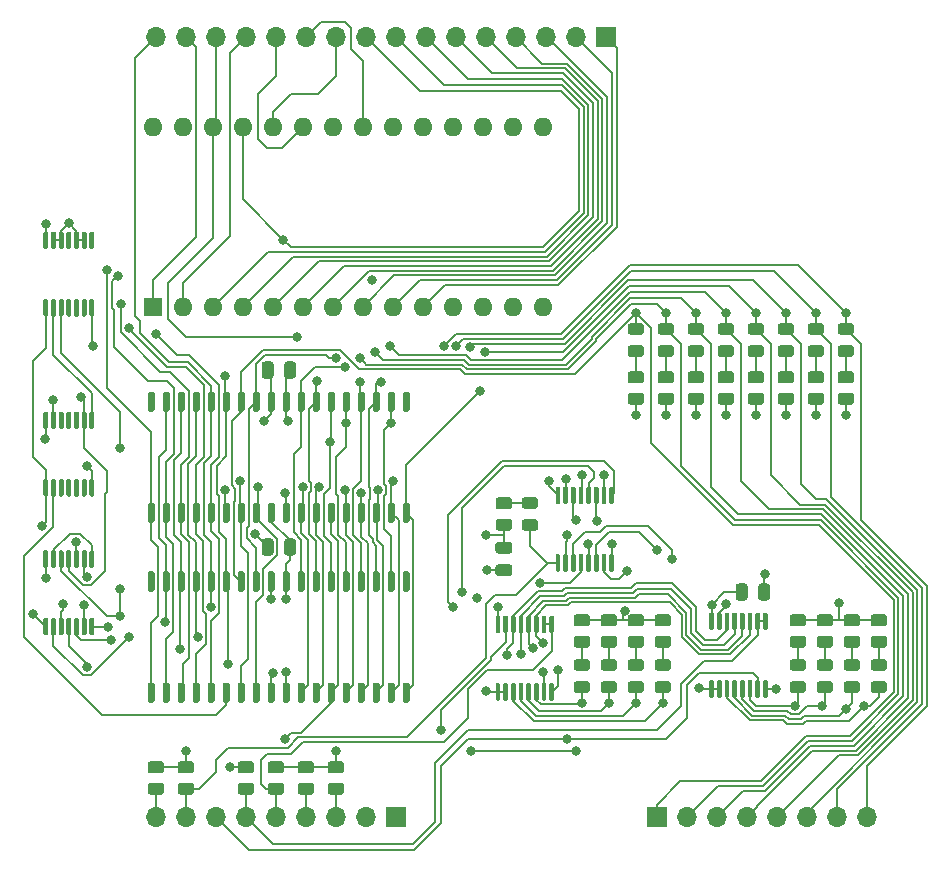
<source format=gbr>
%TF.GenerationSoftware,KiCad,Pcbnew,(5.1.10-1-10_14)*%
%TF.CreationDate,2021-11-08T19:33:34-05:00*%
%TF.ProjectId,RAM-MODULE,52414d2d-4d4f-4445-954c-452e6b696361,rev?*%
%TF.SameCoordinates,Original*%
%TF.FileFunction,Copper,L1,Top*%
%TF.FilePolarity,Positive*%
%FSLAX46Y46*%
G04 Gerber Fmt 4.6, Leading zero omitted, Abs format (unit mm)*
G04 Created by KiCad (PCBNEW (5.1.10-1-10_14)) date 2021-11-08 19:33:34*
%MOMM*%
%LPD*%
G01*
G04 APERTURE LIST*
%TA.AperFunction,ComponentPad*%
%ADD10O,1.600000X1.600000*%
%TD*%
%TA.AperFunction,ComponentPad*%
%ADD11R,1.600000X1.600000*%
%TD*%
%TA.AperFunction,ComponentPad*%
%ADD12O,1.700000X1.700000*%
%TD*%
%TA.AperFunction,ComponentPad*%
%ADD13R,1.700000X1.700000*%
%TD*%
%TA.AperFunction,ViaPad*%
%ADD14C,0.800000*%
%TD*%
%TA.AperFunction,Conductor*%
%ADD15C,0.200000*%
%TD*%
G04 APERTURE END LIST*
%TO.P,R21,2*%
%TO.N,+5V*%
%TA.AperFunction,SMDPad,CuDef*%
G36*
G01*
X15690001Y-164192000D02*
X14789999Y-164192000D01*
G75*
G02*
X14540000Y-163942001I0J249999D01*
G01*
X14540000Y-163416999D01*
G75*
G02*
X14789999Y-163167000I249999J0D01*
G01*
X15690001Y-163167000D01*
G75*
G02*
X15940000Y-163416999I0J-249999D01*
G01*
X15940000Y-163942001D01*
G75*
G02*
X15690001Y-164192000I-249999J0D01*
G01*
G37*
%TD.AperFunction*%
%TO.P,R21,1*%
%TO.N,~CS_IN*%
%TA.AperFunction,SMDPad,CuDef*%
G36*
G01*
X15690001Y-166017000D02*
X14789999Y-166017000D01*
G75*
G02*
X14540000Y-165767001I0J249999D01*
G01*
X14540000Y-165241999D01*
G75*
G02*
X14789999Y-164992000I249999J0D01*
G01*
X15690001Y-164992000D01*
G75*
G02*
X15940000Y-165241999I0J-249999D01*
G01*
X15940000Y-165767001D01*
G75*
G02*
X15690001Y-166017000I-249999J0D01*
G01*
G37*
%TD.AperFunction*%
%TD*%
%TO.P,R23,2*%
%TO.N,+5V*%
%TA.AperFunction,SMDPad,CuDef*%
G36*
G01*
X20770001Y-164192000D02*
X19869999Y-164192000D01*
G75*
G02*
X19620000Y-163942001I0J249999D01*
G01*
X19620000Y-163416999D01*
G75*
G02*
X19869999Y-163167000I249999J0D01*
G01*
X20770001Y-163167000D01*
G75*
G02*
X21020000Y-163416999I0J-249999D01*
G01*
X21020000Y-163942001D01*
G75*
G02*
X20770001Y-164192000I-249999J0D01*
G01*
G37*
%TD.AperFunction*%
%TO.P,R23,1*%
%TO.N,~WE*%
%TA.AperFunction,SMDPad,CuDef*%
G36*
G01*
X20770001Y-166017000D02*
X19869999Y-166017000D01*
G75*
G02*
X19620000Y-165767001I0J249999D01*
G01*
X19620000Y-165241999D01*
G75*
G02*
X19869999Y-164992000I249999J0D01*
G01*
X20770001Y-164992000D01*
G75*
G02*
X21020000Y-165241999I0J-249999D01*
G01*
X21020000Y-165767001D01*
G75*
G02*
X20770001Y-166017000I-249999J0D01*
G01*
G37*
%TD.AperFunction*%
%TD*%
%TO.P,R22,2*%
%TO.N,+5V*%
%TA.AperFunction,SMDPad,CuDef*%
G36*
G01*
X18230001Y-164192000D02*
X17329999Y-164192000D01*
G75*
G02*
X17080000Y-163942001I0J249999D01*
G01*
X17080000Y-163416999D01*
G75*
G02*
X17329999Y-163167000I249999J0D01*
G01*
X18230001Y-163167000D01*
G75*
G02*
X18480000Y-163416999I0J-249999D01*
G01*
X18480000Y-163942001D01*
G75*
G02*
X18230001Y-164192000I-249999J0D01*
G01*
G37*
%TD.AperFunction*%
%TO.P,R22,1*%
%TO.N,~OE*%
%TA.AperFunction,SMDPad,CuDef*%
G36*
G01*
X18230001Y-166017000D02*
X17329999Y-166017000D01*
G75*
G02*
X17080000Y-165767001I0J249999D01*
G01*
X17080000Y-165241999D01*
G75*
G02*
X17329999Y-164992000I249999J0D01*
G01*
X18230001Y-164992000D01*
G75*
G02*
X18480000Y-165241999I0J-249999D01*
G01*
X18480000Y-165767001D01*
G75*
G02*
X18230001Y-166017000I-249999J0D01*
G01*
G37*
%TD.AperFunction*%
%TD*%
%TO.P,R17,2*%
%TO.N,+5V*%
%TA.AperFunction,SMDPad,CuDef*%
G36*
G01*
X13150001Y-164192000D02*
X12249999Y-164192000D01*
G75*
G02*
X12000000Y-163942001I0J249999D01*
G01*
X12000000Y-163416999D01*
G75*
G02*
X12249999Y-163167000I249999J0D01*
G01*
X13150001Y-163167000D01*
G75*
G02*
X13400000Y-163416999I0J-249999D01*
G01*
X13400000Y-163942001D01*
G75*
G02*
X13150001Y-164192000I-249999J0D01*
G01*
G37*
%TD.AperFunction*%
%TO.P,R17,1*%
%TO.N,~DS_IN*%
%TA.AperFunction,SMDPad,CuDef*%
G36*
G01*
X13150001Y-166017000D02*
X12249999Y-166017000D01*
G75*
G02*
X12000000Y-165767001I0J249999D01*
G01*
X12000000Y-165241999D01*
G75*
G02*
X12249999Y-164992000I249999J0D01*
G01*
X13150001Y-164992000D01*
G75*
G02*
X13400000Y-165241999I0J-249999D01*
G01*
X13400000Y-165767001D01*
G75*
G02*
X13150001Y-166017000I-249999J0D01*
G01*
G37*
%TD.AperFunction*%
%TD*%
%TO.P,R10,2*%
%TO.N,GND*%
%TA.AperFunction,SMDPad,CuDef*%
G36*
G01*
X5530001Y-164192000D02*
X4629999Y-164192000D01*
G75*
G02*
X4380000Y-163942001I0J249999D01*
G01*
X4380000Y-163416999D01*
G75*
G02*
X4629999Y-163167000I249999J0D01*
G01*
X5530001Y-163167000D01*
G75*
G02*
X5780000Y-163416999I0J-249999D01*
G01*
X5780000Y-163942001D01*
G75*
G02*
X5530001Y-164192000I-249999J0D01*
G01*
G37*
%TD.AperFunction*%
%TO.P,R10,1*%
%TO.N,MR*%
%TA.AperFunction,SMDPad,CuDef*%
G36*
G01*
X5530001Y-166017000D02*
X4629999Y-166017000D01*
G75*
G02*
X4380000Y-165767001I0J249999D01*
G01*
X4380000Y-165241999D01*
G75*
G02*
X4629999Y-164992000I249999J0D01*
G01*
X5530001Y-164992000D01*
G75*
G02*
X5780000Y-165241999I0J-249999D01*
G01*
X5780000Y-165767001D01*
G75*
G02*
X5530001Y-166017000I-249999J0D01*
G01*
G37*
%TD.AperFunction*%
%TD*%
D10*
%TO.P,U9,28*%
%TO.N,+5V*%
X4826000Y-109474000D03*
%TO.P,U9,14*%
%TO.N,GND*%
X37846000Y-124714000D03*
%TO.P,U9,27*%
%TO.N,+5V*%
X7366000Y-109474000D03*
%TO.P,U9,13*%
%TO.N,/IO2*%
X35306000Y-124714000D03*
%TO.P,U9,26*%
%TO.N,/A13*%
X9906000Y-109474000D03*
%TO.P,U9,12*%
%TO.N,/IO1*%
X32766000Y-124714000D03*
%TO.P,U9,25*%
%TO.N,/A8*%
X12446000Y-109474000D03*
%TO.P,U9,11*%
%TO.N,/IO0*%
X30226000Y-124714000D03*
%TO.P,U9,24*%
%TO.N,/A9*%
X14986000Y-109474000D03*
%TO.P,U9,10*%
%TO.N,/A0*%
X27686000Y-124714000D03*
%TO.P,U9,23*%
%TO.N,/A11*%
X17526000Y-109474000D03*
%TO.P,U9,9*%
%TO.N,/A1*%
X25146000Y-124714000D03*
%TO.P,U9,22*%
%TO.N,~OE*%
X20066000Y-109474000D03*
%TO.P,U9,8*%
%TO.N,/A2*%
X22606000Y-124714000D03*
%TO.P,U9,21*%
%TO.N,/A10*%
X22606000Y-109474000D03*
%TO.P,U9,7*%
%TO.N,/A3*%
X20066000Y-124714000D03*
%TO.P,U9,20*%
%TO.N,/~ROM_EN*%
X25146000Y-109474000D03*
%TO.P,U9,6*%
%TO.N,/A4*%
X17526000Y-124714000D03*
%TO.P,U9,19*%
%TO.N,/IO7*%
X27686000Y-109474000D03*
%TO.P,U9,5*%
%TO.N,/A5*%
X14986000Y-124714000D03*
%TO.P,U9,18*%
%TO.N,/IO6*%
X30226000Y-109474000D03*
%TO.P,U9,4*%
%TO.N,/A6*%
X12446000Y-124714000D03*
%TO.P,U9,17*%
%TO.N,/IO5*%
X32766000Y-109474000D03*
%TO.P,U9,3*%
%TO.N,/A7*%
X9906000Y-124714000D03*
%TO.P,U9,16*%
%TO.N,/IO4*%
X35306000Y-109474000D03*
%TO.P,U9,2*%
%TO.N,/A12*%
X7366000Y-124714000D03*
%TO.P,U9,15*%
%TO.N,/IO3*%
X37846000Y-109474000D03*
D11*
%TO.P,U9,1*%
%TO.N,/A14*%
X4826000Y-124714000D03*
%TD*%
%TO.P,U8,14*%
%TO.N,+5V*%
%TA.AperFunction,SMDPad,CuDef*%
G36*
G01*
X-4136000Y-119795000D02*
X-4336000Y-119795000D01*
G75*
G02*
X-4436000Y-119695000I0J100000D01*
G01*
X-4436000Y-118420000D01*
G75*
G02*
X-4336000Y-118320000I100000J0D01*
G01*
X-4136000Y-118320000D01*
G75*
G02*
X-4036000Y-118420000I0J-100000D01*
G01*
X-4036000Y-119695000D01*
G75*
G02*
X-4136000Y-119795000I-100000J0D01*
G01*
G37*
%TD.AperFunction*%
%TO.P,U8,13*%
%TO.N,GND*%
%TA.AperFunction,SMDPad,CuDef*%
G36*
G01*
X-3486000Y-119795000D02*
X-3686000Y-119795000D01*
G75*
G02*
X-3786000Y-119695000I0J100000D01*
G01*
X-3786000Y-118420000D01*
G75*
G02*
X-3686000Y-118320000I100000J0D01*
G01*
X-3486000Y-118320000D01*
G75*
G02*
X-3386000Y-118420000I0J-100000D01*
G01*
X-3386000Y-119695000D01*
G75*
G02*
X-3486000Y-119795000I-100000J0D01*
G01*
G37*
%TD.AperFunction*%
%TO.P,U8,12*%
%TA.AperFunction,SMDPad,CuDef*%
G36*
G01*
X-2836000Y-119795000D02*
X-3036000Y-119795000D01*
G75*
G02*
X-3136000Y-119695000I0J100000D01*
G01*
X-3136000Y-118420000D01*
G75*
G02*
X-3036000Y-118320000I100000J0D01*
G01*
X-2836000Y-118320000D01*
G75*
G02*
X-2736000Y-118420000I0J-100000D01*
G01*
X-2736000Y-119695000D01*
G75*
G02*
X-2836000Y-119795000I-100000J0D01*
G01*
G37*
%TD.AperFunction*%
%TO.P,U8,11*%
%TO.N,Net-(U8-Pad11)*%
%TA.AperFunction,SMDPad,CuDef*%
G36*
G01*
X-2186000Y-119795000D02*
X-2386000Y-119795000D01*
G75*
G02*
X-2486000Y-119695000I0J100000D01*
G01*
X-2486000Y-118420000D01*
G75*
G02*
X-2386000Y-118320000I100000J0D01*
G01*
X-2186000Y-118320000D01*
G75*
G02*
X-2086000Y-118420000I0J-100000D01*
G01*
X-2086000Y-119695000D01*
G75*
G02*
X-2186000Y-119795000I-100000J0D01*
G01*
G37*
%TD.AperFunction*%
%TO.P,U8,10*%
%TO.N,GND*%
%TA.AperFunction,SMDPad,CuDef*%
G36*
G01*
X-1536000Y-119795000D02*
X-1736000Y-119795000D01*
G75*
G02*
X-1836000Y-119695000I0J100000D01*
G01*
X-1836000Y-118420000D01*
G75*
G02*
X-1736000Y-118320000I100000J0D01*
G01*
X-1536000Y-118320000D01*
G75*
G02*
X-1436000Y-118420000I0J-100000D01*
G01*
X-1436000Y-119695000D01*
G75*
G02*
X-1536000Y-119795000I-100000J0D01*
G01*
G37*
%TD.AperFunction*%
%TO.P,U8,9*%
%TA.AperFunction,SMDPad,CuDef*%
G36*
G01*
X-886000Y-119795000D02*
X-1086000Y-119795000D01*
G75*
G02*
X-1186000Y-119695000I0J100000D01*
G01*
X-1186000Y-118420000D01*
G75*
G02*
X-1086000Y-118320000I100000J0D01*
G01*
X-886000Y-118320000D01*
G75*
G02*
X-786000Y-118420000I0J-100000D01*
G01*
X-786000Y-119695000D01*
G75*
G02*
X-886000Y-119795000I-100000J0D01*
G01*
G37*
%TD.AperFunction*%
%TO.P,U8,8*%
%TO.N,Net-(U8-Pad8)*%
%TA.AperFunction,SMDPad,CuDef*%
G36*
G01*
X-236000Y-119795000D02*
X-436000Y-119795000D01*
G75*
G02*
X-536000Y-119695000I0J100000D01*
G01*
X-536000Y-118420000D01*
G75*
G02*
X-436000Y-118320000I100000J0D01*
G01*
X-236000Y-118320000D01*
G75*
G02*
X-136000Y-118420000I0J-100000D01*
G01*
X-136000Y-119695000D01*
G75*
G02*
X-236000Y-119795000I-100000J0D01*
G01*
G37*
%TD.AperFunction*%
%TO.P,U8,7*%
%TO.N,GND*%
%TA.AperFunction,SMDPad,CuDef*%
G36*
G01*
X-236000Y-125520000D02*
X-436000Y-125520000D01*
G75*
G02*
X-536000Y-125420000I0J100000D01*
G01*
X-536000Y-124145000D01*
G75*
G02*
X-436000Y-124045000I100000J0D01*
G01*
X-236000Y-124045000D01*
G75*
G02*
X-136000Y-124145000I0J-100000D01*
G01*
X-136000Y-125420000D01*
G75*
G02*
X-236000Y-125520000I-100000J0D01*
G01*
G37*
%TD.AperFunction*%
%TO.P,U8,6*%
%TO.N,N/C*%
%TA.AperFunction,SMDPad,CuDef*%
G36*
G01*
X-886000Y-125520000D02*
X-1086000Y-125520000D01*
G75*
G02*
X-1186000Y-125420000I0J100000D01*
G01*
X-1186000Y-124145000D01*
G75*
G02*
X-1086000Y-124045000I100000J0D01*
G01*
X-886000Y-124045000D01*
G75*
G02*
X-786000Y-124145000I0J-100000D01*
G01*
X-786000Y-125420000D01*
G75*
G02*
X-886000Y-125520000I-100000J0D01*
G01*
G37*
%TD.AperFunction*%
%TO.P,U8,5*%
%TA.AperFunction,SMDPad,CuDef*%
G36*
G01*
X-1536000Y-125520000D02*
X-1736000Y-125520000D01*
G75*
G02*
X-1836000Y-125420000I0J100000D01*
G01*
X-1836000Y-124145000D01*
G75*
G02*
X-1736000Y-124045000I100000J0D01*
G01*
X-1536000Y-124045000D01*
G75*
G02*
X-1436000Y-124145000I0J-100000D01*
G01*
X-1436000Y-125420000D01*
G75*
G02*
X-1536000Y-125520000I-100000J0D01*
G01*
G37*
%TD.AperFunction*%
%TO.P,U8,4*%
%TA.AperFunction,SMDPad,CuDef*%
G36*
G01*
X-2186000Y-125520000D02*
X-2386000Y-125520000D01*
G75*
G02*
X-2486000Y-125420000I0J100000D01*
G01*
X-2486000Y-124145000D01*
G75*
G02*
X-2386000Y-124045000I100000J0D01*
G01*
X-2186000Y-124045000D01*
G75*
G02*
X-2086000Y-124145000I0J-100000D01*
G01*
X-2086000Y-125420000D01*
G75*
G02*
X-2186000Y-125520000I-100000J0D01*
G01*
G37*
%TD.AperFunction*%
%TO.P,U8,3*%
%TO.N,Net-(U1-Pad6)*%
%TA.AperFunction,SMDPad,CuDef*%
G36*
G01*
X-2836000Y-125520000D02*
X-3036000Y-125520000D01*
G75*
G02*
X-3136000Y-125420000I0J100000D01*
G01*
X-3136000Y-124145000D01*
G75*
G02*
X-3036000Y-124045000I100000J0D01*
G01*
X-2836000Y-124045000D01*
G75*
G02*
X-2736000Y-124145000I0J-100000D01*
G01*
X-2736000Y-125420000D01*
G75*
G02*
X-2836000Y-125520000I-100000J0D01*
G01*
G37*
%TD.AperFunction*%
%TO.P,U8,2*%
%TO.N,Net-(U7-Pad8)*%
%TA.AperFunction,SMDPad,CuDef*%
G36*
G01*
X-3486000Y-125520000D02*
X-3686000Y-125520000D01*
G75*
G02*
X-3786000Y-125420000I0J100000D01*
G01*
X-3786000Y-124145000D01*
G75*
G02*
X-3686000Y-124045000I100000J0D01*
G01*
X-3486000Y-124045000D01*
G75*
G02*
X-3386000Y-124145000I0J-100000D01*
G01*
X-3386000Y-125420000D01*
G75*
G02*
X-3486000Y-125520000I-100000J0D01*
G01*
G37*
%TD.AperFunction*%
%TO.P,U8,1*%
%TO.N,/~RAM_CS*%
%TA.AperFunction,SMDPad,CuDef*%
G36*
G01*
X-4136000Y-125520000D02*
X-4336000Y-125520000D01*
G75*
G02*
X-4436000Y-125420000I0J100000D01*
G01*
X-4436000Y-124145000D01*
G75*
G02*
X-4336000Y-124045000I100000J0D01*
G01*
X-4136000Y-124045000D01*
G75*
G02*
X-4036000Y-124145000I0J-100000D01*
G01*
X-4036000Y-125420000D01*
G75*
G02*
X-4136000Y-125520000I-100000J0D01*
G01*
G37*
%TD.AperFunction*%
%TD*%
%TO.P,U7,14*%
%TO.N,+5V*%
%TA.AperFunction,SMDPad,CuDef*%
G36*
G01*
X-4136000Y-135035000D02*
X-4336000Y-135035000D01*
G75*
G02*
X-4436000Y-134935000I0J100000D01*
G01*
X-4436000Y-133660000D01*
G75*
G02*
X-4336000Y-133560000I100000J0D01*
G01*
X-4136000Y-133560000D01*
G75*
G02*
X-4036000Y-133660000I0J-100000D01*
G01*
X-4036000Y-134935000D01*
G75*
G02*
X-4136000Y-135035000I-100000J0D01*
G01*
G37*
%TD.AperFunction*%
%TO.P,U7,13*%
%TO.N,GND*%
%TA.AperFunction,SMDPad,CuDef*%
G36*
G01*
X-3486000Y-135035000D02*
X-3686000Y-135035000D01*
G75*
G02*
X-3786000Y-134935000I0J100000D01*
G01*
X-3786000Y-133660000D01*
G75*
G02*
X-3686000Y-133560000I100000J0D01*
G01*
X-3486000Y-133560000D01*
G75*
G02*
X-3386000Y-133660000I0J-100000D01*
G01*
X-3386000Y-134935000D01*
G75*
G02*
X-3486000Y-135035000I-100000J0D01*
G01*
G37*
%TD.AperFunction*%
%TO.P,U7,12*%
%TO.N,Net-(U7-Pad12)*%
%TA.AperFunction,SMDPad,CuDef*%
G36*
G01*
X-2836000Y-135035000D02*
X-3036000Y-135035000D01*
G75*
G02*
X-3136000Y-134935000I0J100000D01*
G01*
X-3136000Y-133660000D01*
G75*
G02*
X-3036000Y-133560000I100000J0D01*
G01*
X-2836000Y-133560000D01*
G75*
G02*
X-2736000Y-133660000I0J-100000D01*
G01*
X-2736000Y-134935000D01*
G75*
G02*
X-2836000Y-135035000I-100000J0D01*
G01*
G37*
%TD.AperFunction*%
%TO.P,U7,11*%
%TO.N,N/C*%
%TA.AperFunction,SMDPad,CuDef*%
G36*
G01*
X-2186000Y-135035000D02*
X-2386000Y-135035000D01*
G75*
G02*
X-2486000Y-134935000I0J100000D01*
G01*
X-2486000Y-133660000D01*
G75*
G02*
X-2386000Y-133560000I100000J0D01*
G01*
X-2186000Y-133560000D01*
G75*
G02*
X-2086000Y-133660000I0J-100000D01*
G01*
X-2086000Y-134935000D01*
G75*
G02*
X-2186000Y-135035000I-100000J0D01*
G01*
G37*
%TD.AperFunction*%
%TO.P,U7,10*%
%TA.AperFunction,SMDPad,CuDef*%
G36*
G01*
X-1536000Y-135035000D02*
X-1736000Y-135035000D01*
G75*
G02*
X-1836000Y-134935000I0J100000D01*
G01*
X-1836000Y-133660000D01*
G75*
G02*
X-1736000Y-133560000I100000J0D01*
G01*
X-1536000Y-133560000D01*
G75*
G02*
X-1436000Y-133660000I0J-100000D01*
G01*
X-1436000Y-134935000D01*
G75*
G02*
X-1536000Y-135035000I-100000J0D01*
G01*
G37*
%TD.AperFunction*%
%TO.P,U7,9*%
%TO.N,/~ROM_EN*%
%TA.AperFunction,SMDPad,CuDef*%
G36*
G01*
X-886000Y-135035000D02*
X-1086000Y-135035000D01*
G75*
G02*
X-1186000Y-134935000I0J100000D01*
G01*
X-1186000Y-133660000D01*
G75*
G02*
X-1086000Y-133560000I100000J0D01*
G01*
X-886000Y-133560000D01*
G75*
G02*
X-786000Y-133660000I0J-100000D01*
G01*
X-786000Y-134935000D01*
G75*
G02*
X-886000Y-135035000I-100000J0D01*
G01*
G37*
%TD.AperFunction*%
%TO.P,U7,8*%
%TO.N,Net-(U7-Pad8)*%
%TA.AperFunction,SMDPad,CuDef*%
G36*
G01*
X-236000Y-135035000D02*
X-436000Y-135035000D01*
G75*
G02*
X-536000Y-134935000I0J100000D01*
G01*
X-536000Y-133660000D01*
G75*
G02*
X-436000Y-133560000I100000J0D01*
G01*
X-236000Y-133560000D01*
G75*
G02*
X-136000Y-133660000I0J-100000D01*
G01*
X-136000Y-134935000D01*
G75*
G02*
X-236000Y-135035000I-100000J0D01*
G01*
G37*
%TD.AperFunction*%
%TO.P,U7,7*%
%TO.N,GND*%
%TA.AperFunction,SMDPad,CuDef*%
G36*
G01*
X-236000Y-140760000D02*
X-436000Y-140760000D01*
G75*
G02*
X-536000Y-140660000I0J100000D01*
G01*
X-536000Y-139385000D01*
G75*
G02*
X-436000Y-139285000I100000J0D01*
G01*
X-236000Y-139285000D01*
G75*
G02*
X-136000Y-139385000I0J-100000D01*
G01*
X-136000Y-140660000D01*
G75*
G02*
X-236000Y-140760000I-100000J0D01*
G01*
G37*
%TD.AperFunction*%
%TO.P,U7,6*%
%TO.N,N/C*%
%TA.AperFunction,SMDPad,CuDef*%
G36*
G01*
X-886000Y-140760000D02*
X-1086000Y-140760000D01*
G75*
G02*
X-1186000Y-140660000I0J100000D01*
G01*
X-1186000Y-139385000D01*
G75*
G02*
X-1086000Y-139285000I100000J0D01*
G01*
X-886000Y-139285000D01*
G75*
G02*
X-786000Y-139385000I0J-100000D01*
G01*
X-786000Y-140660000D01*
G75*
G02*
X-886000Y-140760000I-100000J0D01*
G01*
G37*
%TD.AperFunction*%
%TO.P,U7,5*%
%TA.AperFunction,SMDPad,CuDef*%
G36*
G01*
X-1536000Y-140760000D02*
X-1736000Y-140760000D01*
G75*
G02*
X-1836000Y-140660000I0J100000D01*
G01*
X-1836000Y-139385000D01*
G75*
G02*
X-1736000Y-139285000I100000J0D01*
G01*
X-1536000Y-139285000D01*
G75*
G02*
X-1436000Y-139385000I0J-100000D01*
G01*
X-1436000Y-140660000D01*
G75*
G02*
X-1536000Y-140760000I-100000J0D01*
G01*
G37*
%TD.AperFunction*%
%TO.P,U7,4*%
%TA.AperFunction,SMDPad,CuDef*%
G36*
G01*
X-2186000Y-140760000D02*
X-2386000Y-140760000D01*
G75*
G02*
X-2486000Y-140660000I0J100000D01*
G01*
X-2486000Y-139385000D01*
G75*
G02*
X-2386000Y-139285000I100000J0D01*
G01*
X-2186000Y-139285000D01*
G75*
G02*
X-2086000Y-139385000I0J-100000D01*
G01*
X-2086000Y-140660000D01*
G75*
G02*
X-2186000Y-140760000I-100000J0D01*
G01*
G37*
%TD.AperFunction*%
%TO.P,U7,3*%
%TA.AperFunction,SMDPad,CuDef*%
G36*
G01*
X-2836000Y-140760000D02*
X-3036000Y-140760000D01*
G75*
G02*
X-3136000Y-140660000I0J100000D01*
G01*
X-3136000Y-139385000D01*
G75*
G02*
X-3036000Y-139285000I100000J0D01*
G01*
X-2836000Y-139285000D01*
G75*
G02*
X-2736000Y-139385000I0J-100000D01*
G01*
X-2736000Y-140660000D01*
G75*
G02*
X-2836000Y-140760000I-100000J0D01*
G01*
G37*
%TD.AperFunction*%
%TO.P,U7,2*%
%TO.N,Net-(U2-Pad6)*%
%TA.AperFunction,SMDPad,CuDef*%
G36*
G01*
X-3486000Y-140760000D02*
X-3686000Y-140760000D01*
G75*
G02*
X-3786000Y-140660000I0J100000D01*
G01*
X-3786000Y-139385000D01*
G75*
G02*
X-3686000Y-139285000I100000J0D01*
G01*
X-3486000Y-139285000D01*
G75*
G02*
X-3386000Y-139385000I0J-100000D01*
G01*
X-3386000Y-140660000D01*
G75*
G02*
X-3486000Y-140760000I-100000J0D01*
G01*
G37*
%TD.AperFunction*%
%TO.P,U7,1*%
%TO.N,/~RAM_CS*%
%TA.AperFunction,SMDPad,CuDef*%
G36*
G01*
X-4136000Y-140760000D02*
X-4336000Y-140760000D01*
G75*
G02*
X-4436000Y-140660000I0J100000D01*
G01*
X-4436000Y-139385000D01*
G75*
G02*
X-4336000Y-139285000I100000J0D01*
G01*
X-4136000Y-139285000D01*
G75*
G02*
X-4036000Y-139385000I0J-100000D01*
G01*
X-4036000Y-140660000D01*
G75*
G02*
X-4136000Y-140760000I-100000J0D01*
G01*
G37*
%TD.AperFunction*%
%TD*%
%TO.P,U6,14*%
%TO.N,+5V*%
%TA.AperFunction,SMDPad,CuDef*%
G36*
G01*
X-4136000Y-146787500D02*
X-4336000Y-146787500D01*
G75*
G02*
X-4436000Y-146687500I0J100000D01*
G01*
X-4436000Y-145412500D01*
G75*
G02*
X-4336000Y-145312500I100000J0D01*
G01*
X-4136000Y-145312500D01*
G75*
G02*
X-4036000Y-145412500I0J-100000D01*
G01*
X-4036000Y-146687500D01*
G75*
G02*
X-4136000Y-146787500I-100000J0D01*
G01*
G37*
%TD.AperFunction*%
%TO.P,U6,13*%
%TO.N,Net-(U6-Pad13)*%
%TA.AperFunction,SMDPad,CuDef*%
G36*
G01*
X-3486000Y-146787500D02*
X-3686000Y-146787500D01*
G75*
G02*
X-3786000Y-146687500I0J100000D01*
G01*
X-3786000Y-145412500D01*
G75*
G02*
X-3686000Y-145312500I100000J0D01*
G01*
X-3486000Y-145312500D01*
G75*
G02*
X-3386000Y-145412500I0J-100000D01*
G01*
X-3386000Y-146687500D01*
G75*
G02*
X-3486000Y-146787500I-100000J0D01*
G01*
G37*
%TD.AperFunction*%
%TO.P,U6,12*%
%TO.N,/~RAM_CS*%
%TA.AperFunction,SMDPad,CuDef*%
G36*
G01*
X-2836000Y-146787500D02*
X-3036000Y-146787500D01*
G75*
G02*
X-3136000Y-146687500I0J100000D01*
G01*
X-3136000Y-145412500D01*
G75*
G02*
X-3036000Y-145312500I100000J0D01*
G01*
X-2836000Y-145312500D01*
G75*
G02*
X-2736000Y-145412500I0J-100000D01*
G01*
X-2736000Y-146687500D01*
G75*
G02*
X-2836000Y-146787500I-100000J0D01*
G01*
G37*
%TD.AperFunction*%
%TO.P,U6,11*%
%TO.N,/~ROM_EN*%
%TA.AperFunction,SMDPad,CuDef*%
G36*
G01*
X-2186000Y-146787500D02*
X-2386000Y-146787500D01*
G75*
G02*
X-2486000Y-146687500I0J100000D01*
G01*
X-2486000Y-145412500D01*
G75*
G02*
X-2386000Y-145312500I100000J0D01*
G01*
X-2186000Y-145312500D01*
G75*
G02*
X-2086000Y-145412500I0J-100000D01*
G01*
X-2086000Y-146687500D01*
G75*
G02*
X-2186000Y-146787500I-100000J0D01*
G01*
G37*
%TD.AperFunction*%
%TO.P,U6,10*%
%TO.N,Net-(U6-Pad10)*%
%TA.AperFunction,SMDPad,CuDef*%
G36*
G01*
X-1536000Y-146787500D02*
X-1736000Y-146787500D01*
G75*
G02*
X-1836000Y-146687500I0J100000D01*
G01*
X-1836000Y-145412500D01*
G75*
G02*
X-1736000Y-145312500I100000J0D01*
G01*
X-1536000Y-145312500D01*
G75*
G02*
X-1436000Y-145412500I0J-100000D01*
G01*
X-1436000Y-146687500D01*
G75*
G02*
X-1536000Y-146787500I-100000J0D01*
G01*
G37*
%TD.AperFunction*%
%TO.P,U6,9*%
%TO.N,Net-(U6-Pad3)*%
%TA.AperFunction,SMDPad,CuDef*%
G36*
G01*
X-886000Y-146787500D02*
X-1086000Y-146787500D01*
G75*
G02*
X-1186000Y-146687500I0J100000D01*
G01*
X-1186000Y-145412500D01*
G75*
G02*
X-1086000Y-145312500I100000J0D01*
G01*
X-886000Y-145312500D01*
G75*
G02*
X-786000Y-145412500I0J-100000D01*
G01*
X-786000Y-146687500D01*
G75*
G02*
X-886000Y-146787500I-100000J0D01*
G01*
G37*
%TD.AperFunction*%
%TO.P,U6,8*%
%TO.N,Net-(U6-Pad13)*%
%TA.AperFunction,SMDPad,CuDef*%
G36*
G01*
X-236000Y-146787500D02*
X-436000Y-146787500D01*
G75*
G02*
X-536000Y-146687500I0J100000D01*
G01*
X-536000Y-145412500D01*
G75*
G02*
X-436000Y-145312500I100000J0D01*
G01*
X-236000Y-145312500D01*
G75*
G02*
X-136000Y-145412500I0J-100000D01*
G01*
X-136000Y-146687500D01*
G75*
G02*
X-236000Y-146787500I-100000J0D01*
G01*
G37*
%TD.AperFunction*%
%TO.P,U6,7*%
%TO.N,GND*%
%TA.AperFunction,SMDPad,CuDef*%
G36*
G01*
X-236000Y-152512500D02*
X-436000Y-152512500D01*
G75*
G02*
X-536000Y-152412500I0J100000D01*
G01*
X-536000Y-151137500D01*
G75*
G02*
X-436000Y-151037500I100000J0D01*
G01*
X-236000Y-151037500D01*
G75*
G02*
X-136000Y-151137500I0J-100000D01*
G01*
X-136000Y-152412500D01*
G75*
G02*
X-236000Y-152512500I-100000J0D01*
G01*
G37*
%TD.AperFunction*%
%TO.P,U6,6*%
%TO.N,Net-(U6-Pad10)*%
%TA.AperFunction,SMDPad,CuDef*%
G36*
G01*
X-886000Y-152512500D02*
X-1086000Y-152512500D01*
G75*
G02*
X-1186000Y-152412500I0J100000D01*
G01*
X-1186000Y-151137500D01*
G75*
G02*
X-1086000Y-151037500I100000J0D01*
G01*
X-886000Y-151037500D01*
G75*
G02*
X-786000Y-151137500I0J-100000D01*
G01*
X-786000Y-152412500D01*
G75*
G02*
X-886000Y-152512500I-100000J0D01*
G01*
G37*
%TD.AperFunction*%
%TO.P,U6,5*%
%TO.N,/A18*%
%TA.AperFunction,SMDPad,CuDef*%
G36*
G01*
X-1536000Y-152512500D02*
X-1736000Y-152512500D01*
G75*
G02*
X-1836000Y-152412500I0J100000D01*
G01*
X-1836000Y-151137500D01*
G75*
G02*
X-1736000Y-151037500I100000J0D01*
G01*
X-1536000Y-151037500D01*
G75*
G02*
X-1436000Y-151137500I0J-100000D01*
G01*
X-1436000Y-152412500D01*
G75*
G02*
X-1536000Y-152512500I-100000J0D01*
G01*
G37*
%TD.AperFunction*%
%TO.P,U6,4*%
%TO.N,/A17*%
%TA.AperFunction,SMDPad,CuDef*%
G36*
G01*
X-2186000Y-152512500D02*
X-2386000Y-152512500D01*
G75*
G02*
X-2486000Y-152412500I0J100000D01*
G01*
X-2486000Y-151137500D01*
G75*
G02*
X-2386000Y-151037500I100000J0D01*
G01*
X-2186000Y-151037500D01*
G75*
G02*
X-2086000Y-151137500I0J-100000D01*
G01*
X-2086000Y-152412500D01*
G75*
G02*
X-2186000Y-152512500I-100000J0D01*
G01*
G37*
%TD.AperFunction*%
%TO.P,U6,3*%
%TO.N,Net-(U6-Pad3)*%
%TA.AperFunction,SMDPad,CuDef*%
G36*
G01*
X-2836000Y-152512500D02*
X-3036000Y-152512500D01*
G75*
G02*
X-3136000Y-152412500I0J100000D01*
G01*
X-3136000Y-151137500D01*
G75*
G02*
X-3036000Y-151037500I100000J0D01*
G01*
X-2836000Y-151037500D01*
G75*
G02*
X-2736000Y-151137500I0J-100000D01*
G01*
X-2736000Y-152412500D01*
G75*
G02*
X-2836000Y-152512500I-100000J0D01*
G01*
G37*
%TD.AperFunction*%
%TO.P,U6,2*%
%TO.N,/A16*%
%TA.AperFunction,SMDPad,CuDef*%
G36*
G01*
X-3486000Y-152512500D02*
X-3686000Y-152512500D01*
G75*
G02*
X-3786000Y-152412500I0J100000D01*
G01*
X-3786000Y-151137500D01*
G75*
G02*
X-3686000Y-151037500I100000J0D01*
G01*
X-3486000Y-151037500D01*
G75*
G02*
X-3386000Y-151137500I0J-100000D01*
G01*
X-3386000Y-152412500D01*
G75*
G02*
X-3486000Y-152512500I-100000J0D01*
G01*
G37*
%TD.AperFunction*%
%TO.P,U6,1*%
%TO.N,/A15*%
%TA.AperFunction,SMDPad,CuDef*%
G36*
G01*
X-4136000Y-152512500D02*
X-4336000Y-152512500D01*
G75*
G02*
X-4436000Y-152412500I0J100000D01*
G01*
X-4436000Y-151137500D01*
G75*
G02*
X-4336000Y-151037500I100000J0D01*
G01*
X-4136000Y-151037500D01*
G75*
G02*
X-4036000Y-151137500I0J-100000D01*
G01*
X-4036000Y-152412500D01*
G75*
G02*
X-4136000Y-152512500I-100000J0D01*
G01*
G37*
%TD.AperFunction*%
%TD*%
%TO.P,R20,2*%
%TO.N,GND*%
%TA.AperFunction,SMDPad,CuDef*%
G36*
G01*
X59886001Y-151746000D02*
X58985999Y-151746000D01*
G75*
G02*
X58736000Y-151496001I0J249999D01*
G01*
X58736000Y-150970999D01*
G75*
G02*
X58985999Y-150721000I249999J0D01*
G01*
X59886001Y-150721000D01*
G75*
G02*
X60136000Y-150970999I0J-249999D01*
G01*
X60136000Y-151496001D01*
G75*
G02*
X59886001Y-151746000I-249999J0D01*
G01*
G37*
%TD.AperFunction*%
%TO.P,R20,1*%
%TO.N,Net-(D17-Pad1)*%
%TA.AperFunction,SMDPad,CuDef*%
G36*
G01*
X59886001Y-153571000D02*
X58985999Y-153571000D01*
G75*
G02*
X58736000Y-153321001I0J249999D01*
G01*
X58736000Y-152795999D01*
G75*
G02*
X58985999Y-152546000I249999J0D01*
G01*
X59886001Y-152546000D01*
G75*
G02*
X60136000Y-152795999I0J-249999D01*
G01*
X60136000Y-153321001D01*
G75*
G02*
X59886001Y-153571000I-249999J0D01*
G01*
G37*
%TD.AperFunction*%
%TD*%
%TO.P,R19,2*%
%TO.N,GND*%
%TA.AperFunction,SMDPad,CuDef*%
G36*
G01*
X41598001Y-151746000D02*
X40697999Y-151746000D01*
G75*
G02*
X40448000Y-151496001I0J249999D01*
G01*
X40448000Y-150970999D01*
G75*
G02*
X40697999Y-150721000I249999J0D01*
G01*
X41598001Y-150721000D01*
G75*
G02*
X41848000Y-150970999I0J-249999D01*
G01*
X41848000Y-151496001D01*
G75*
G02*
X41598001Y-151746000I-249999J0D01*
G01*
G37*
%TD.AperFunction*%
%TO.P,R19,1*%
%TO.N,Net-(D10-Pad1)*%
%TA.AperFunction,SMDPad,CuDef*%
G36*
G01*
X41598001Y-153571000D02*
X40697999Y-153571000D01*
G75*
G02*
X40448000Y-153321001I0J249999D01*
G01*
X40448000Y-152795999D01*
G75*
G02*
X40697999Y-152546000I249999J0D01*
G01*
X41598001Y-152546000D01*
G75*
G02*
X41848000Y-152795999I0J-249999D01*
G01*
X41848000Y-153321001D01*
G75*
G02*
X41598001Y-153571000I-249999J0D01*
G01*
G37*
%TD.AperFunction*%
%TD*%
%TO.P,D17,2*%
%TO.N,/DS3*%
%TA.AperFunction,SMDPad,CuDef*%
G36*
G01*
X58979750Y-156406000D02*
X59892250Y-156406000D01*
G75*
G02*
X60136000Y-156649750I0J-243750D01*
G01*
X60136000Y-157137250D01*
G75*
G02*
X59892250Y-157381000I-243750J0D01*
G01*
X58979750Y-157381000D01*
G75*
G02*
X58736000Y-157137250I0J243750D01*
G01*
X58736000Y-156649750D01*
G75*
G02*
X58979750Y-156406000I243750J0D01*
G01*
G37*
%TD.AperFunction*%
%TO.P,D17,1*%
%TO.N,Net-(D17-Pad1)*%
%TA.AperFunction,SMDPad,CuDef*%
G36*
G01*
X58979750Y-154531000D02*
X59892250Y-154531000D01*
G75*
G02*
X60136000Y-154774750I0J-243750D01*
G01*
X60136000Y-155262250D01*
G75*
G02*
X59892250Y-155506000I-243750J0D01*
G01*
X58979750Y-155506000D01*
G75*
G02*
X58736000Y-155262250I0J243750D01*
G01*
X58736000Y-154774750D01*
G75*
G02*
X58979750Y-154531000I243750J0D01*
G01*
G37*
%TD.AperFunction*%
%TD*%
%TO.P,D10,2*%
%TO.N,/CS3*%
%TA.AperFunction,SMDPad,CuDef*%
G36*
G01*
X40691750Y-156406000D02*
X41604250Y-156406000D01*
G75*
G02*
X41848000Y-156649750I0J-243750D01*
G01*
X41848000Y-157137250D01*
G75*
G02*
X41604250Y-157381000I-243750J0D01*
G01*
X40691750Y-157381000D01*
G75*
G02*
X40448000Y-157137250I0J243750D01*
G01*
X40448000Y-156649750D01*
G75*
G02*
X40691750Y-156406000I243750J0D01*
G01*
G37*
%TD.AperFunction*%
%TO.P,D10,1*%
%TO.N,Net-(D10-Pad1)*%
%TA.AperFunction,SMDPad,CuDef*%
G36*
G01*
X40691750Y-154531000D02*
X41604250Y-154531000D01*
G75*
G02*
X41848000Y-154774750I0J-243750D01*
G01*
X41848000Y-155262250D01*
G75*
G02*
X41604250Y-155506000I-243750J0D01*
G01*
X40691750Y-155506000D01*
G75*
G02*
X40448000Y-155262250I0J243750D01*
G01*
X40448000Y-154774750D01*
G75*
G02*
X40691750Y-154531000I243750J0D01*
G01*
G37*
%TD.AperFunction*%
%TD*%
%TO.P,R18,2*%
%TO.N,GND*%
%TA.AperFunction,SMDPad,CuDef*%
G36*
G01*
X8070001Y-164192000D02*
X7169999Y-164192000D01*
G75*
G02*
X6920000Y-163942001I0J249999D01*
G01*
X6920000Y-163416999D01*
G75*
G02*
X7169999Y-163167000I249999J0D01*
G01*
X8070001Y-163167000D01*
G75*
G02*
X8320000Y-163416999I0J-249999D01*
G01*
X8320000Y-163942001D01*
G75*
G02*
X8070001Y-164192000I-249999J0D01*
G01*
G37*
%TD.AperFunction*%
%TO.P,R18,1*%
%TO.N,MODE*%
%TA.AperFunction,SMDPad,CuDef*%
G36*
G01*
X8070001Y-166017000D02*
X7169999Y-166017000D01*
G75*
G02*
X6920000Y-165767001I0J249999D01*
G01*
X6920000Y-165241999D01*
G75*
G02*
X7169999Y-164992000I249999J0D01*
G01*
X8070001Y-164992000D01*
G75*
G02*
X8320000Y-165241999I0J-249999D01*
G01*
X8320000Y-165767001D01*
G75*
G02*
X8070001Y-166017000I-249999J0D01*
G01*
G37*
%TD.AperFunction*%
%TD*%
D12*
%TO.P,J1,9*%
%TO.N,MR*%
X5080000Y-167894000D03*
%TO.P,J1,8*%
%TO.N,MODE*%
X7620000Y-167894000D03*
%TO.P,J1,7*%
%TO.N,CLOCK*%
X10160000Y-167894000D03*
%TO.P,J1,6*%
%TO.N,~DS_IN*%
X12700000Y-167894000D03*
%TO.P,J1,5*%
%TO.N,~CS_IN*%
X15240000Y-167894000D03*
%TO.P,J1,4*%
%TO.N,~OE*%
X17780000Y-167894000D03*
%TO.P,J1,3*%
%TO.N,~WE*%
X20320000Y-167894000D03*
%TO.P,J1,2*%
%TO.N,GND*%
X22860000Y-167894000D03*
D13*
%TO.P,J1,1*%
%TO.N,+5V*%
X25400000Y-167894000D03*
%TD*%
%TO.P,U2,36*%
%TO.N,N/C*%
%TA.AperFunction,SMDPad,CuDef*%
G36*
G01*
X4843000Y-148802000D02*
X4543000Y-148802000D01*
G75*
G02*
X4393000Y-148652000I0J150000D01*
G01*
X4393000Y-147252000D01*
G75*
G02*
X4543000Y-147102000I150000J0D01*
G01*
X4843000Y-147102000D01*
G75*
G02*
X4993000Y-147252000I0J-150000D01*
G01*
X4993000Y-148652000D01*
G75*
G02*
X4843000Y-148802000I-150000J0D01*
G01*
G37*
%TD.AperFunction*%
%TO.P,U2,35*%
%TO.N,/A18*%
%TA.AperFunction,SMDPad,CuDef*%
G36*
G01*
X6113000Y-148802000D02*
X5813000Y-148802000D01*
G75*
G02*
X5663000Y-148652000I0J150000D01*
G01*
X5663000Y-147252000D01*
G75*
G02*
X5813000Y-147102000I150000J0D01*
G01*
X6113000Y-147102000D01*
G75*
G02*
X6263000Y-147252000I0J-150000D01*
G01*
X6263000Y-148652000D01*
G75*
G02*
X6113000Y-148802000I-150000J0D01*
G01*
G37*
%TD.AperFunction*%
%TO.P,U2,34*%
%TO.N,/A17*%
%TA.AperFunction,SMDPad,CuDef*%
G36*
G01*
X7383000Y-148802000D02*
X7083000Y-148802000D01*
G75*
G02*
X6933000Y-148652000I0J150000D01*
G01*
X6933000Y-147252000D01*
G75*
G02*
X7083000Y-147102000I150000J0D01*
G01*
X7383000Y-147102000D01*
G75*
G02*
X7533000Y-147252000I0J-150000D01*
G01*
X7533000Y-148652000D01*
G75*
G02*
X7383000Y-148802000I-150000J0D01*
G01*
G37*
%TD.AperFunction*%
%TO.P,U2,33*%
%TO.N,/A16*%
%TA.AperFunction,SMDPad,CuDef*%
G36*
G01*
X8653000Y-148802000D02*
X8353000Y-148802000D01*
G75*
G02*
X8203000Y-148652000I0J150000D01*
G01*
X8203000Y-147252000D01*
G75*
G02*
X8353000Y-147102000I150000J0D01*
G01*
X8653000Y-147102000D01*
G75*
G02*
X8803000Y-147252000I0J-150000D01*
G01*
X8803000Y-148652000D01*
G75*
G02*
X8653000Y-148802000I-150000J0D01*
G01*
G37*
%TD.AperFunction*%
%TO.P,U2,32*%
%TO.N,/A15*%
%TA.AperFunction,SMDPad,CuDef*%
G36*
G01*
X9923000Y-148802000D02*
X9623000Y-148802000D01*
G75*
G02*
X9473000Y-148652000I0J150000D01*
G01*
X9473000Y-147252000D01*
G75*
G02*
X9623000Y-147102000I150000J0D01*
G01*
X9923000Y-147102000D01*
G75*
G02*
X10073000Y-147252000I0J-150000D01*
G01*
X10073000Y-148652000D01*
G75*
G02*
X9923000Y-148802000I-150000J0D01*
G01*
G37*
%TD.AperFunction*%
%TO.P,U2,31*%
%TO.N,~OE*%
%TA.AperFunction,SMDPad,CuDef*%
G36*
G01*
X11193000Y-148802000D02*
X10893000Y-148802000D01*
G75*
G02*
X10743000Y-148652000I0J150000D01*
G01*
X10743000Y-147252000D01*
G75*
G02*
X10893000Y-147102000I150000J0D01*
G01*
X11193000Y-147102000D01*
G75*
G02*
X11343000Y-147252000I0J-150000D01*
G01*
X11343000Y-148652000D01*
G75*
G02*
X11193000Y-148802000I-150000J0D01*
G01*
G37*
%TD.AperFunction*%
%TO.P,U2,30*%
%TO.N,/IO7*%
%TA.AperFunction,SMDPad,CuDef*%
G36*
G01*
X12463000Y-148802000D02*
X12163000Y-148802000D01*
G75*
G02*
X12013000Y-148652000I0J150000D01*
G01*
X12013000Y-147252000D01*
G75*
G02*
X12163000Y-147102000I150000J0D01*
G01*
X12463000Y-147102000D01*
G75*
G02*
X12613000Y-147252000I0J-150000D01*
G01*
X12613000Y-148652000D01*
G75*
G02*
X12463000Y-148802000I-150000J0D01*
G01*
G37*
%TD.AperFunction*%
%TO.P,U2,29*%
%TO.N,/IO6*%
%TA.AperFunction,SMDPad,CuDef*%
G36*
G01*
X13733000Y-148802000D02*
X13433000Y-148802000D01*
G75*
G02*
X13283000Y-148652000I0J150000D01*
G01*
X13283000Y-147252000D01*
G75*
G02*
X13433000Y-147102000I150000J0D01*
G01*
X13733000Y-147102000D01*
G75*
G02*
X13883000Y-147252000I0J-150000D01*
G01*
X13883000Y-148652000D01*
G75*
G02*
X13733000Y-148802000I-150000J0D01*
G01*
G37*
%TD.AperFunction*%
%TO.P,U2,28*%
%TO.N,GND*%
%TA.AperFunction,SMDPad,CuDef*%
G36*
G01*
X15003000Y-148802000D02*
X14703000Y-148802000D01*
G75*
G02*
X14553000Y-148652000I0J150000D01*
G01*
X14553000Y-147252000D01*
G75*
G02*
X14703000Y-147102000I150000J0D01*
G01*
X15003000Y-147102000D01*
G75*
G02*
X15153000Y-147252000I0J-150000D01*
G01*
X15153000Y-148652000D01*
G75*
G02*
X15003000Y-148802000I-150000J0D01*
G01*
G37*
%TD.AperFunction*%
%TO.P,U2,27*%
%TO.N,+5V*%
%TA.AperFunction,SMDPad,CuDef*%
G36*
G01*
X16273000Y-148802000D02*
X15973000Y-148802000D01*
G75*
G02*
X15823000Y-148652000I0J150000D01*
G01*
X15823000Y-147252000D01*
G75*
G02*
X15973000Y-147102000I150000J0D01*
G01*
X16273000Y-147102000D01*
G75*
G02*
X16423000Y-147252000I0J-150000D01*
G01*
X16423000Y-148652000D01*
G75*
G02*
X16273000Y-148802000I-150000J0D01*
G01*
G37*
%TD.AperFunction*%
%TO.P,U2,26*%
%TO.N,/IO5*%
%TA.AperFunction,SMDPad,CuDef*%
G36*
G01*
X17543000Y-148802000D02*
X17243000Y-148802000D01*
G75*
G02*
X17093000Y-148652000I0J150000D01*
G01*
X17093000Y-147252000D01*
G75*
G02*
X17243000Y-147102000I150000J0D01*
G01*
X17543000Y-147102000D01*
G75*
G02*
X17693000Y-147252000I0J-150000D01*
G01*
X17693000Y-148652000D01*
G75*
G02*
X17543000Y-148802000I-150000J0D01*
G01*
G37*
%TD.AperFunction*%
%TO.P,U2,25*%
%TO.N,/IO4*%
%TA.AperFunction,SMDPad,CuDef*%
G36*
G01*
X18813000Y-148802000D02*
X18513000Y-148802000D01*
G75*
G02*
X18363000Y-148652000I0J150000D01*
G01*
X18363000Y-147252000D01*
G75*
G02*
X18513000Y-147102000I150000J0D01*
G01*
X18813000Y-147102000D01*
G75*
G02*
X18963000Y-147252000I0J-150000D01*
G01*
X18963000Y-148652000D01*
G75*
G02*
X18813000Y-148802000I-150000J0D01*
G01*
G37*
%TD.AperFunction*%
%TO.P,U2,24*%
%TO.N,/A14*%
%TA.AperFunction,SMDPad,CuDef*%
G36*
G01*
X20083000Y-148802000D02*
X19783000Y-148802000D01*
G75*
G02*
X19633000Y-148652000I0J150000D01*
G01*
X19633000Y-147252000D01*
G75*
G02*
X19783000Y-147102000I150000J0D01*
G01*
X20083000Y-147102000D01*
G75*
G02*
X20233000Y-147252000I0J-150000D01*
G01*
X20233000Y-148652000D01*
G75*
G02*
X20083000Y-148802000I-150000J0D01*
G01*
G37*
%TD.AperFunction*%
%TO.P,U2,23*%
%TO.N,/A13*%
%TA.AperFunction,SMDPad,CuDef*%
G36*
G01*
X21353000Y-148802000D02*
X21053000Y-148802000D01*
G75*
G02*
X20903000Y-148652000I0J150000D01*
G01*
X20903000Y-147252000D01*
G75*
G02*
X21053000Y-147102000I150000J0D01*
G01*
X21353000Y-147102000D01*
G75*
G02*
X21503000Y-147252000I0J-150000D01*
G01*
X21503000Y-148652000D01*
G75*
G02*
X21353000Y-148802000I-150000J0D01*
G01*
G37*
%TD.AperFunction*%
%TO.P,U2,22*%
%TO.N,/A12*%
%TA.AperFunction,SMDPad,CuDef*%
G36*
G01*
X22623000Y-148802000D02*
X22323000Y-148802000D01*
G75*
G02*
X22173000Y-148652000I0J150000D01*
G01*
X22173000Y-147252000D01*
G75*
G02*
X22323000Y-147102000I150000J0D01*
G01*
X22623000Y-147102000D01*
G75*
G02*
X22773000Y-147252000I0J-150000D01*
G01*
X22773000Y-148652000D01*
G75*
G02*
X22623000Y-148802000I-150000J0D01*
G01*
G37*
%TD.AperFunction*%
%TO.P,U2,21*%
%TO.N,/A11*%
%TA.AperFunction,SMDPad,CuDef*%
G36*
G01*
X23893000Y-148802000D02*
X23593000Y-148802000D01*
G75*
G02*
X23443000Y-148652000I0J150000D01*
G01*
X23443000Y-147252000D01*
G75*
G02*
X23593000Y-147102000I150000J0D01*
G01*
X23893000Y-147102000D01*
G75*
G02*
X24043000Y-147252000I0J-150000D01*
G01*
X24043000Y-148652000D01*
G75*
G02*
X23893000Y-148802000I-150000J0D01*
G01*
G37*
%TD.AperFunction*%
%TO.P,U2,20*%
%TO.N,/A10*%
%TA.AperFunction,SMDPad,CuDef*%
G36*
G01*
X25163000Y-148802000D02*
X24863000Y-148802000D01*
G75*
G02*
X24713000Y-148652000I0J150000D01*
G01*
X24713000Y-147252000D01*
G75*
G02*
X24863000Y-147102000I150000J0D01*
G01*
X25163000Y-147102000D01*
G75*
G02*
X25313000Y-147252000I0J-150000D01*
G01*
X25313000Y-148652000D01*
G75*
G02*
X25163000Y-148802000I-150000J0D01*
G01*
G37*
%TD.AperFunction*%
%TO.P,U2,19*%
%TO.N,N/C*%
%TA.AperFunction,SMDPad,CuDef*%
G36*
G01*
X26433000Y-148802000D02*
X26133000Y-148802000D01*
G75*
G02*
X25983000Y-148652000I0J150000D01*
G01*
X25983000Y-147252000D01*
G75*
G02*
X26133000Y-147102000I150000J0D01*
G01*
X26433000Y-147102000D01*
G75*
G02*
X26583000Y-147252000I0J-150000D01*
G01*
X26583000Y-148652000D01*
G75*
G02*
X26433000Y-148802000I-150000J0D01*
G01*
G37*
%TD.AperFunction*%
%TO.P,U2,18*%
%TO.N,/A9*%
%TA.AperFunction,SMDPad,CuDef*%
G36*
G01*
X26433000Y-158202000D02*
X26133000Y-158202000D01*
G75*
G02*
X25983000Y-158052000I0J150000D01*
G01*
X25983000Y-156652000D01*
G75*
G02*
X26133000Y-156502000I150000J0D01*
G01*
X26433000Y-156502000D01*
G75*
G02*
X26583000Y-156652000I0J-150000D01*
G01*
X26583000Y-158052000D01*
G75*
G02*
X26433000Y-158202000I-150000J0D01*
G01*
G37*
%TD.AperFunction*%
%TO.P,U2,17*%
%TO.N,/A8*%
%TA.AperFunction,SMDPad,CuDef*%
G36*
G01*
X25163000Y-158202000D02*
X24863000Y-158202000D01*
G75*
G02*
X24713000Y-158052000I0J150000D01*
G01*
X24713000Y-156652000D01*
G75*
G02*
X24863000Y-156502000I150000J0D01*
G01*
X25163000Y-156502000D01*
G75*
G02*
X25313000Y-156652000I0J-150000D01*
G01*
X25313000Y-158052000D01*
G75*
G02*
X25163000Y-158202000I-150000J0D01*
G01*
G37*
%TD.AperFunction*%
%TO.P,U2,16*%
%TO.N,/A7*%
%TA.AperFunction,SMDPad,CuDef*%
G36*
G01*
X23893000Y-158202000D02*
X23593000Y-158202000D01*
G75*
G02*
X23443000Y-158052000I0J150000D01*
G01*
X23443000Y-156652000D01*
G75*
G02*
X23593000Y-156502000I150000J0D01*
G01*
X23893000Y-156502000D01*
G75*
G02*
X24043000Y-156652000I0J-150000D01*
G01*
X24043000Y-158052000D01*
G75*
G02*
X23893000Y-158202000I-150000J0D01*
G01*
G37*
%TD.AperFunction*%
%TO.P,U2,15*%
%TO.N,/A6*%
%TA.AperFunction,SMDPad,CuDef*%
G36*
G01*
X22623000Y-158202000D02*
X22323000Y-158202000D01*
G75*
G02*
X22173000Y-158052000I0J150000D01*
G01*
X22173000Y-156652000D01*
G75*
G02*
X22323000Y-156502000I150000J0D01*
G01*
X22623000Y-156502000D01*
G75*
G02*
X22773000Y-156652000I0J-150000D01*
G01*
X22773000Y-158052000D01*
G75*
G02*
X22623000Y-158202000I-150000J0D01*
G01*
G37*
%TD.AperFunction*%
%TO.P,U2,14*%
%TO.N,/A5*%
%TA.AperFunction,SMDPad,CuDef*%
G36*
G01*
X21353000Y-158202000D02*
X21053000Y-158202000D01*
G75*
G02*
X20903000Y-158052000I0J150000D01*
G01*
X20903000Y-156652000D01*
G75*
G02*
X21053000Y-156502000I150000J0D01*
G01*
X21353000Y-156502000D01*
G75*
G02*
X21503000Y-156652000I0J-150000D01*
G01*
X21503000Y-158052000D01*
G75*
G02*
X21353000Y-158202000I-150000J0D01*
G01*
G37*
%TD.AperFunction*%
%TO.P,U2,13*%
%TO.N,~WE*%
%TA.AperFunction,SMDPad,CuDef*%
G36*
G01*
X20083000Y-158202000D02*
X19783000Y-158202000D01*
G75*
G02*
X19633000Y-158052000I0J150000D01*
G01*
X19633000Y-156652000D01*
G75*
G02*
X19783000Y-156502000I150000J0D01*
G01*
X20083000Y-156502000D01*
G75*
G02*
X20233000Y-156652000I0J-150000D01*
G01*
X20233000Y-158052000D01*
G75*
G02*
X20083000Y-158202000I-150000J0D01*
G01*
G37*
%TD.AperFunction*%
%TO.P,U2,12*%
%TO.N,/IO3*%
%TA.AperFunction,SMDPad,CuDef*%
G36*
G01*
X18813000Y-158202000D02*
X18513000Y-158202000D01*
G75*
G02*
X18363000Y-158052000I0J150000D01*
G01*
X18363000Y-156652000D01*
G75*
G02*
X18513000Y-156502000I150000J0D01*
G01*
X18813000Y-156502000D01*
G75*
G02*
X18963000Y-156652000I0J-150000D01*
G01*
X18963000Y-158052000D01*
G75*
G02*
X18813000Y-158202000I-150000J0D01*
G01*
G37*
%TD.AperFunction*%
%TO.P,U2,11*%
%TO.N,/IO2*%
%TA.AperFunction,SMDPad,CuDef*%
G36*
G01*
X17543000Y-158202000D02*
X17243000Y-158202000D01*
G75*
G02*
X17093000Y-158052000I0J150000D01*
G01*
X17093000Y-156652000D01*
G75*
G02*
X17243000Y-156502000I150000J0D01*
G01*
X17543000Y-156502000D01*
G75*
G02*
X17693000Y-156652000I0J-150000D01*
G01*
X17693000Y-158052000D01*
G75*
G02*
X17543000Y-158202000I-150000J0D01*
G01*
G37*
%TD.AperFunction*%
%TO.P,U2,10*%
%TO.N,GND*%
%TA.AperFunction,SMDPad,CuDef*%
G36*
G01*
X16273000Y-158202000D02*
X15973000Y-158202000D01*
G75*
G02*
X15823000Y-158052000I0J150000D01*
G01*
X15823000Y-156652000D01*
G75*
G02*
X15973000Y-156502000I150000J0D01*
G01*
X16273000Y-156502000D01*
G75*
G02*
X16423000Y-156652000I0J-150000D01*
G01*
X16423000Y-158052000D01*
G75*
G02*
X16273000Y-158202000I-150000J0D01*
G01*
G37*
%TD.AperFunction*%
%TO.P,U2,9*%
%TO.N,+5V*%
%TA.AperFunction,SMDPad,CuDef*%
G36*
G01*
X15003000Y-158202000D02*
X14703000Y-158202000D01*
G75*
G02*
X14553000Y-158052000I0J150000D01*
G01*
X14553000Y-156652000D01*
G75*
G02*
X14703000Y-156502000I150000J0D01*
G01*
X15003000Y-156502000D01*
G75*
G02*
X15153000Y-156652000I0J-150000D01*
G01*
X15153000Y-158052000D01*
G75*
G02*
X15003000Y-158202000I-150000J0D01*
G01*
G37*
%TD.AperFunction*%
%TO.P,U2,8*%
%TO.N,/IO1*%
%TA.AperFunction,SMDPad,CuDef*%
G36*
G01*
X13733000Y-158202000D02*
X13433000Y-158202000D01*
G75*
G02*
X13283000Y-158052000I0J150000D01*
G01*
X13283000Y-156652000D01*
G75*
G02*
X13433000Y-156502000I150000J0D01*
G01*
X13733000Y-156502000D01*
G75*
G02*
X13883000Y-156652000I0J-150000D01*
G01*
X13883000Y-158052000D01*
G75*
G02*
X13733000Y-158202000I-150000J0D01*
G01*
G37*
%TD.AperFunction*%
%TO.P,U2,7*%
%TO.N,/IO0*%
%TA.AperFunction,SMDPad,CuDef*%
G36*
G01*
X12463000Y-158202000D02*
X12163000Y-158202000D01*
G75*
G02*
X12013000Y-158052000I0J150000D01*
G01*
X12013000Y-156652000D01*
G75*
G02*
X12163000Y-156502000I150000J0D01*
G01*
X12463000Y-156502000D01*
G75*
G02*
X12613000Y-156652000I0J-150000D01*
G01*
X12613000Y-158052000D01*
G75*
G02*
X12463000Y-158202000I-150000J0D01*
G01*
G37*
%TD.AperFunction*%
%TO.P,U2,6*%
%TO.N,Net-(U2-Pad6)*%
%TA.AperFunction,SMDPad,CuDef*%
G36*
G01*
X11193000Y-158202000D02*
X10893000Y-158202000D01*
G75*
G02*
X10743000Y-158052000I0J150000D01*
G01*
X10743000Y-156652000D01*
G75*
G02*
X10893000Y-156502000I150000J0D01*
G01*
X11193000Y-156502000D01*
G75*
G02*
X11343000Y-156652000I0J-150000D01*
G01*
X11343000Y-158052000D01*
G75*
G02*
X11193000Y-158202000I-150000J0D01*
G01*
G37*
%TD.AperFunction*%
%TO.P,U2,5*%
%TO.N,/A4*%
%TA.AperFunction,SMDPad,CuDef*%
G36*
G01*
X9923000Y-158202000D02*
X9623000Y-158202000D01*
G75*
G02*
X9473000Y-158052000I0J150000D01*
G01*
X9473000Y-156652000D01*
G75*
G02*
X9623000Y-156502000I150000J0D01*
G01*
X9923000Y-156502000D01*
G75*
G02*
X10073000Y-156652000I0J-150000D01*
G01*
X10073000Y-158052000D01*
G75*
G02*
X9923000Y-158202000I-150000J0D01*
G01*
G37*
%TD.AperFunction*%
%TO.P,U2,4*%
%TO.N,/A3*%
%TA.AperFunction,SMDPad,CuDef*%
G36*
G01*
X8653000Y-158202000D02*
X8353000Y-158202000D01*
G75*
G02*
X8203000Y-158052000I0J150000D01*
G01*
X8203000Y-156652000D01*
G75*
G02*
X8353000Y-156502000I150000J0D01*
G01*
X8653000Y-156502000D01*
G75*
G02*
X8803000Y-156652000I0J-150000D01*
G01*
X8803000Y-158052000D01*
G75*
G02*
X8653000Y-158202000I-150000J0D01*
G01*
G37*
%TD.AperFunction*%
%TO.P,U2,3*%
%TO.N,/A2*%
%TA.AperFunction,SMDPad,CuDef*%
G36*
G01*
X7383000Y-158202000D02*
X7083000Y-158202000D01*
G75*
G02*
X6933000Y-158052000I0J150000D01*
G01*
X6933000Y-156652000D01*
G75*
G02*
X7083000Y-156502000I150000J0D01*
G01*
X7383000Y-156502000D01*
G75*
G02*
X7533000Y-156652000I0J-150000D01*
G01*
X7533000Y-158052000D01*
G75*
G02*
X7383000Y-158202000I-150000J0D01*
G01*
G37*
%TD.AperFunction*%
%TO.P,U2,2*%
%TO.N,/A1*%
%TA.AperFunction,SMDPad,CuDef*%
G36*
G01*
X6113000Y-158202000D02*
X5813000Y-158202000D01*
G75*
G02*
X5663000Y-158052000I0J150000D01*
G01*
X5663000Y-156652000D01*
G75*
G02*
X5813000Y-156502000I150000J0D01*
G01*
X6113000Y-156502000D01*
G75*
G02*
X6263000Y-156652000I0J-150000D01*
G01*
X6263000Y-158052000D01*
G75*
G02*
X6113000Y-158202000I-150000J0D01*
G01*
G37*
%TD.AperFunction*%
%TO.P,U2,1*%
%TO.N,/A0*%
%TA.AperFunction,SMDPad,CuDef*%
G36*
G01*
X4843000Y-158202000D02*
X4543000Y-158202000D01*
G75*
G02*
X4393000Y-158052000I0J150000D01*
G01*
X4393000Y-156652000D01*
G75*
G02*
X4543000Y-156502000I150000J0D01*
G01*
X4843000Y-156502000D01*
G75*
G02*
X4993000Y-156652000I0J-150000D01*
G01*
X4993000Y-158052000D01*
G75*
G02*
X4843000Y-158202000I-150000J0D01*
G01*
G37*
%TD.AperFunction*%
%TD*%
%TO.P,R16,2*%
%TO.N,GND*%
%TA.AperFunction,SMDPad,CuDef*%
G36*
G01*
X66744001Y-151746000D02*
X65843999Y-151746000D01*
G75*
G02*
X65594000Y-151496001I0J249999D01*
G01*
X65594000Y-150970999D01*
G75*
G02*
X65843999Y-150721000I249999J0D01*
G01*
X66744001Y-150721000D01*
G75*
G02*
X66994000Y-150970999I0J-249999D01*
G01*
X66994000Y-151496001D01*
G75*
G02*
X66744001Y-151746000I-249999J0D01*
G01*
G37*
%TD.AperFunction*%
%TO.P,R16,1*%
%TO.N,Net-(D16-Pad1)*%
%TA.AperFunction,SMDPad,CuDef*%
G36*
G01*
X66744001Y-153571000D02*
X65843999Y-153571000D01*
G75*
G02*
X65594000Y-153321001I0J249999D01*
G01*
X65594000Y-152795999D01*
G75*
G02*
X65843999Y-152546000I249999J0D01*
G01*
X66744001Y-152546000D01*
G75*
G02*
X66994000Y-152795999I0J-249999D01*
G01*
X66994000Y-153321001D01*
G75*
G02*
X66744001Y-153571000I-249999J0D01*
G01*
G37*
%TD.AperFunction*%
%TD*%
%TO.P,R15,2*%
%TO.N,GND*%
%TA.AperFunction,SMDPad,CuDef*%
G36*
G01*
X64458001Y-151746000D02*
X63557999Y-151746000D01*
G75*
G02*
X63308000Y-151496001I0J249999D01*
G01*
X63308000Y-150970999D01*
G75*
G02*
X63557999Y-150721000I249999J0D01*
G01*
X64458001Y-150721000D01*
G75*
G02*
X64708000Y-150970999I0J-249999D01*
G01*
X64708000Y-151496001D01*
G75*
G02*
X64458001Y-151746000I-249999J0D01*
G01*
G37*
%TD.AperFunction*%
%TO.P,R15,1*%
%TO.N,Net-(D15-Pad1)*%
%TA.AperFunction,SMDPad,CuDef*%
G36*
G01*
X64458001Y-153571000D02*
X63557999Y-153571000D01*
G75*
G02*
X63308000Y-153321001I0J249999D01*
G01*
X63308000Y-152795999D01*
G75*
G02*
X63557999Y-152546000I249999J0D01*
G01*
X64458001Y-152546000D01*
G75*
G02*
X64708000Y-152795999I0J-249999D01*
G01*
X64708000Y-153321001D01*
G75*
G02*
X64458001Y-153571000I-249999J0D01*
G01*
G37*
%TD.AperFunction*%
%TD*%
%TO.P,R14,2*%
%TO.N,GND*%
%TA.AperFunction,SMDPad,CuDef*%
G36*
G01*
X62172001Y-151746000D02*
X61271999Y-151746000D01*
G75*
G02*
X61022000Y-151496001I0J249999D01*
G01*
X61022000Y-150970999D01*
G75*
G02*
X61271999Y-150721000I249999J0D01*
G01*
X62172001Y-150721000D01*
G75*
G02*
X62422000Y-150970999I0J-249999D01*
G01*
X62422000Y-151496001D01*
G75*
G02*
X62172001Y-151746000I-249999J0D01*
G01*
G37*
%TD.AperFunction*%
%TO.P,R14,1*%
%TO.N,Net-(D14-Pad1)*%
%TA.AperFunction,SMDPad,CuDef*%
G36*
G01*
X62172001Y-153571000D02*
X61271999Y-153571000D01*
G75*
G02*
X61022000Y-153321001I0J249999D01*
G01*
X61022000Y-152795999D01*
G75*
G02*
X61271999Y-152546000I249999J0D01*
G01*
X62172001Y-152546000D01*
G75*
G02*
X62422000Y-152795999I0J-249999D01*
G01*
X62422000Y-153321001D01*
G75*
G02*
X62172001Y-153571000I-249999J0D01*
G01*
G37*
%TD.AperFunction*%
%TD*%
%TO.P,R13,2*%
%TO.N,GND*%
%TA.AperFunction,SMDPad,CuDef*%
G36*
G01*
X48456001Y-151746000D02*
X47555999Y-151746000D01*
G75*
G02*
X47306000Y-151496001I0J249999D01*
G01*
X47306000Y-150970999D01*
G75*
G02*
X47555999Y-150721000I249999J0D01*
G01*
X48456001Y-150721000D01*
G75*
G02*
X48706000Y-150970999I0J-249999D01*
G01*
X48706000Y-151496001D01*
G75*
G02*
X48456001Y-151746000I-249999J0D01*
G01*
G37*
%TD.AperFunction*%
%TO.P,R13,1*%
%TO.N,Net-(D13-Pad1)*%
%TA.AperFunction,SMDPad,CuDef*%
G36*
G01*
X48456001Y-153571000D02*
X47555999Y-153571000D01*
G75*
G02*
X47306000Y-153321001I0J249999D01*
G01*
X47306000Y-152795999D01*
G75*
G02*
X47555999Y-152546000I249999J0D01*
G01*
X48456001Y-152546000D01*
G75*
G02*
X48706000Y-152795999I0J-249999D01*
G01*
X48706000Y-153321001D01*
G75*
G02*
X48456001Y-153571000I-249999J0D01*
G01*
G37*
%TD.AperFunction*%
%TD*%
%TO.P,R12,2*%
%TO.N,GND*%
%TA.AperFunction,SMDPad,CuDef*%
G36*
G01*
X46170001Y-151746000D02*
X45269999Y-151746000D01*
G75*
G02*
X45020000Y-151496001I0J249999D01*
G01*
X45020000Y-150970999D01*
G75*
G02*
X45269999Y-150721000I249999J0D01*
G01*
X46170001Y-150721000D01*
G75*
G02*
X46420000Y-150970999I0J-249999D01*
G01*
X46420000Y-151496001D01*
G75*
G02*
X46170001Y-151746000I-249999J0D01*
G01*
G37*
%TD.AperFunction*%
%TO.P,R12,1*%
%TO.N,Net-(D12-Pad1)*%
%TA.AperFunction,SMDPad,CuDef*%
G36*
G01*
X46170001Y-153571000D02*
X45269999Y-153571000D01*
G75*
G02*
X45020000Y-153321001I0J249999D01*
G01*
X45020000Y-152795999D01*
G75*
G02*
X45269999Y-152546000I249999J0D01*
G01*
X46170001Y-152546000D01*
G75*
G02*
X46420000Y-152795999I0J-249999D01*
G01*
X46420000Y-153321001D01*
G75*
G02*
X46170001Y-153571000I-249999J0D01*
G01*
G37*
%TD.AperFunction*%
%TD*%
%TO.P,R11,2*%
%TO.N,GND*%
%TA.AperFunction,SMDPad,CuDef*%
G36*
G01*
X43884001Y-151746000D02*
X42983999Y-151746000D01*
G75*
G02*
X42734000Y-151496001I0J249999D01*
G01*
X42734000Y-150970999D01*
G75*
G02*
X42983999Y-150721000I249999J0D01*
G01*
X43884001Y-150721000D01*
G75*
G02*
X44134000Y-150970999I0J-249999D01*
G01*
X44134000Y-151496001D01*
G75*
G02*
X43884001Y-151746000I-249999J0D01*
G01*
G37*
%TD.AperFunction*%
%TO.P,R11,1*%
%TO.N,Net-(D11-Pad1)*%
%TA.AperFunction,SMDPad,CuDef*%
G36*
G01*
X43884001Y-153571000D02*
X42983999Y-153571000D01*
G75*
G02*
X42734000Y-153321001I0J249999D01*
G01*
X42734000Y-152795999D01*
G75*
G02*
X42983999Y-152546000I249999J0D01*
G01*
X43884001Y-152546000D01*
G75*
G02*
X44134000Y-152795999I0J-249999D01*
G01*
X44134000Y-153321001D01*
G75*
G02*
X43884001Y-153571000I-249999J0D01*
G01*
G37*
%TD.AperFunction*%
%TD*%
%TO.P,D16,2*%
%TO.N,/DS0*%
%TA.AperFunction,SMDPad,CuDef*%
G36*
G01*
X65837750Y-156406000D02*
X66750250Y-156406000D01*
G75*
G02*
X66994000Y-156649750I0J-243750D01*
G01*
X66994000Y-157137250D01*
G75*
G02*
X66750250Y-157381000I-243750J0D01*
G01*
X65837750Y-157381000D01*
G75*
G02*
X65594000Y-157137250I0J243750D01*
G01*
X65594000Y-156649750D01*
G75*
G02*
X65837750Y-156406000I243750J0D01*
G01*
G37*
%TD.AperFunction*%
%TO.P,D16,1*%
%TO.N,Net-(D16-Pad1)*%
%TA.AperFunction,SMDPad,CuDef*%
G36*
G01*
X65837750Y-154531000D02*
X66750250Y-154531000D01*
G75*
G02*
X66994000Y-154774750I0J-243750D01*
G01*
X66994000Y-155262250D01*
G75*
G02*
X66750250Y-155506000I-243750J0D01*
G01*
X65837750Y-155506000D01*
G75*
G02*
X65594000Y-155262250I0J243750D01*
G01*
X65594000Y-154774750D01*
G75*
G02*
X65837750Y-154531000I243750J0D01*
G01*
G37*
%TD.AperFunction*%
%TD*%
%TO.P,D15,2*%
%TO.N,/DS1*%
%TA.AperFunction,SMDPad,CuDef*%
G36*
G01*
X63551750Y-156406000D02*
X64464250Y-156406000D01*
G75*
G02*
X64708000Y-156649750I0J-243750D01*
G01*
X64708000Y-157137250D01*
G75*
G02*
X64464250Y-157381000I-243750J0D01*
G01*
X63551750Y-157381000D01*
G75*
G02*
X63308000Y-157137250I0J243750D01*
G01*
X63308000Y-156649750D01*
G75*
G02*
X63551750Y-156406000I243750J0D01*
G01*
G37*
%TD.AperFunction*%
%TO.P,D15,1*%
%TO.N,Net-(D15-Pad1)*%
%TA.AperFunction,SMDPad,CuDef*%
G36*
G01*
X63551750Y-154531000D02*
X64464250Y-154531000D01*
G75*
G02*
X64708000Y-154774750I0J-243750D01*
G01*
X64708000Y-155262250D01*
G75*
G02*
X64464250Y-155506000I-243750J0D01*
G01*
X63551750Y-155506000D01*
G75*
G02*
X63308000Y-155262250I0J243750D01*
G01*
X63308000Y-154774750D01*
G75*
G02*
X63551750Y-154531000I243750J0D01*
G01*
G37*
%TD.AperFunction*%
%TD*%
%TO.P,D14,2*%
%TO.N,/DS2*%
%TA.AperFunction,SMDPad,CuDef*%
G36*
G01*
X61265750Y-156406000D02*
X62178250Y-156406000D01*
G75*
G02*
X62422000Y-156649750I0J-243750D01*
G01*
X62422000Y-157137250D01*
G75*
G02*
X62178250Y-157381000I-243750J0D01*
G01*
X61265750Y-157381000D01*
G75*
G02*
X61022000Y-157137250I0J243750D01*
G01*
X61022000Y-156649750D01*
G75*
G02*
X61265750Y-156406000I243750J0D01*
G01*
G37*
%TD.AperFunction*%
%TO.P,D14,1*%
%TO.N,Net-(D14-Pad1)*%
%TA.AperFunction,SMDPad,CuDef*%
G36*
G01*
X61265750Y-154531000D02*
X62178250Y-154531000D01*
G75*
G02*
X62422000Y-154774750I0J-243750D01*
G01*
X62422000Y-155262250D01*
G75*
G02*
X62178250Y-155506000I-243750J0D01*
G01*
X61265750Y-155506000D01*
G75*
G02*
X61022000Y-155262250I0J243750D01*
G01*
X61022000Y-154774750D01*
G75*
G02*
X61265750Y-154531000I243750J0D01*
G01*
G37*
%TD.AperFunction*%
%TD*%
%TO.P,D13,2*%
%TO.N,/CS0*%
%TA.AperFunction,SMDPad,CuDef*%
G36*
G01*
X47549750Y-156406000D02*
X48462250Y-156406000D01*
G75*
G02*
X48706000Y-156649750I0J-243750D01*
G01*
X48706000Y-157137250D01*
G75*
G02*
X48462250Y-157381000I-243750J0D01*
G01*
X47549750Y-157381000D01*
G75*
G02*
X47306000Y-157137250I0J243750D01*
G01*
X47306000Y-156649750D01*
G75*
G02*
X47549750Y-156406000I243750J0D01*
G01*
G37*
%TD.AperFunction*%
%TO.P,D13,1*%
%TO.N,Net-(D13-Pad1)*%
%TA.AperFunction,SMDPad,CuDef*%
G36*
G01*
X47549750Y-154531000D02*
X48462250Y-154531000D01*
G75*
G02*
X48706000Y-154774750I0J-243750D01*
G01*
X48706000Y-155262250D01*
G75*
G02*
X48462250Y-155506000I-243750J0D01*
G01*
X47549750Y-155506000D01*
G75*
G02*
X47306000Y-155262250I0J243750D01*
G01*
X47306000Y-154774750D01*
G75*
G02*
X47549750Y-154531000I243750J0D01*
G01*
G37*
%TD.AperFunction*%
%TD*%
%TO.P,D12,2*%
%TO.N,/CS1*%
%TA.AperFunction,SMDPad,CuDef*%
G36*
G01*
X45263750Y-156406000D02*
X46176250Y-156406000D01*
G75*
G02*
X46420000Y-156649750I0J-243750D01*
G01*
X46420000Y-157137250D01*
G75*
G02*
X46176250Y-157381000I-243750J0D01*
G01*
X45263750Y-157381000D01*
G75*
G02*
X45020000Y-157137250I0J243750D01*
G01*
X45020000Y-156649750D01*
G75*
G02*
X45263750Y-156406000I243750J0D01*
G01*
G37*
%TD.AperFunction*%
%TO.P,D12,1*%
%TO.N,Net-(D12-Pad1)*%
%TA.AperFunction,SMDPad,CuDef*%
G36*
G01*
X45263750Y-154531000D02*
X46176250Y-154531000D01*
G75*
G02*
X46420000Y-154774750I0J-243750D01*
G01*
X46420000Y-155262250D01*
G75*
G02*
X46176250Y-155506000I-243750J0D01*
G01*
X45263750Y-155506000D01*
G75*
G02*
X45020000Y-155262250I0J243750D01*
G01*
X45020000Y-154774750D01*
G75*
G02*
X45263750Y-154531000I243750J0D01*
G01*
G37*
%TD.AperFunction*%
%TD*%
%TO.P,D11,2*%
%TO.N,/CS2*%
%TA.AperFunction,SMDPad,CuDef*%
G36*
G01*
X42977750Y-156406000D02*
X43890250Y-156406000D01*
G75*
G02*
X44134000Y-156649750I0J-243750D01*
G01*
X44134000Y-157137250D01*
G75*
G02*
X43890250Y-157381000I-243750J0D01*
G01*
X42977750Y-157381000D01*
G75*
G02*
X42734000Y-157137250I0J243750D01*
G01*
X42734000Y-156649750D01*
G75*
G02*
X42977750Y-156406000I243750J0D01*
G01*
G37*
%TD.AperFunction*%
%TO.P,D11,1*%
%TO.N,Net-(D11-Pad1)*%
%TA.AperFunction,SMDPad,CuDef*%
G36*
G01*
X42977750Y-154531000D02*
X43890250Y-154531000D01*
G75*
G02*
X44134000Y-154774750I0J-243750D01*
G01*
X44134000Y-155262250D01*
G75*
G02*
X43890250Y-155506000I-243750J0D01*
G01*
X42977750Y-155506000D01*
G75*
G02*
X42734000Y-155262250I0J243750D01*
G01*
X42734000Y-154774750D01*
G75*
G02*
X42977750Y-154531000I243750J0D01*
G01*
G37*
%TD.AperFunction*%
%TD*%
%TO.P,R9,2*%
%TO.N,GND*%
%TA.AperFunction,SMDPad,CuDef*%
G36*
G01*
X34093999Y-142640000D02*
X34994001Y-142640000D01*
G75*
G02*
X35244000Y-142889999I0J-249999D01*
G01*
X35244000Y-143415001D01*
G75*
G02*
X34994001Y-143665000I-249999J0D01*
G01*
X34093999Y-143665000D01*
G75*
G02*
X33844000Y-143415001I0J249999D01*
G01*
X33844000Y-142889999D01*
G75*
G02*
X34093999Y-142640000I249999J0D01*
G01*
G37*
%TD.AperFunction*%
%TO.P,R9,1*%
%TO.N,Net-(D9-Pad1)*%
%TA.AperFunction,SMDPad,CuDef*%
G36*
G01*
X34093999Y-140815000D02*
X34994001Y-140815000D01*
G75*
G02*
X35244000Y-141064999I0J-249999D01*
G01*
X35244000Y-141590001D01*
G75*
G02*
X34994001Y-141840000I-249999J0D01*
G01*
X34093999Y-141840000D01*
G75*
G02*
X33844000Y-141590001I0J249999D01*
G01*
X33844000Y-141064999D01*
G75*
G02*
X34093999Y-140815000I249999J0D01*
G01*
G37*
%TD.AperFunction*%
%TD*%
%TO.P,D9,2*%
%TO.N,MODE*%
%TA.AperFunction,SMDPad,CuDef*%
G36*
G01*
X36295250Y-142690000D02*
X37207750Y-142690000D01*
G75*
G02*
X37451500Y-142933750I0J-243750D01*
G01*
X37451500Y-143421250D01*
G75*
G02*
X37207750Y-143665000I-243750J0D01*
G01*
X36295250Y-143665000D01*
G75*
G02*
X36051500Y-143421250I0J243750D01*
G01*
X36051500Y-142933750D01*
G75*
G02*
X36295250Y-142690000I243750J0D01*
G01*
G37*
%TD.AperFunction*%
%TO.P,D9,1*%
%TO.N,Net-(D9-Pad1)*%
%TA.AperFunction,SMDPad,CuDef*%
G36*
G01*
X36295250Y-140815000D02*
X37207750Y-140815000D01*
G75*
G02*
X37451500Y-141058750I0J-243750D01*
G01*
X37451500Y-141546250D01*
G75*
G02*
X37207750Y-141790000I-243750J0D01*
G01*
X36295250Y-141790000D01*
G75*
G02*
X36051500Y-141546250I0J243750D01*
G01*
X36051500Y-141058750D01*
G75*
G02*
X36295250Y-140815000I243750J0D01*
G01*
G37*
%TD.AperFunction*%
%TD*%
%TO.P,C4,2*%
%TO.N,GND*%
%TA.AperFunction,SMDPad,CuDef*%
G36*
G01*
X56076000Y-149319000D02*
X56076000Y-148369000D01*
G75*
G02*
X56326000Y-148119000I250000J0D01*
G01*
X56826000Y-148119000D01*
G75*
G02*
X57076000Y-148369000I0J-250000D01*
G01*
X57076000Y-149319000D01*
G75*
G02*
X56826000Y-149569000I-250000J0D01*
G01*
X56326000Y-149569000D01*
G75*
G02*
X56076000Y-149319000I0J250000D01*
G01*
G37*
%TD.AperFunction*%
%TO.P,C4,1*%
%TO.N,+5V*%
%TA.AperFunction,SMDPad,CuDef*%
G36*
G01*
X54176000Y-149319000D02*
X54176000Y-148369000D01*
G75*
G02*
X54426000Y-148119000I250000J0D01*
G01*
X54926000Y-148119000D01*
G75*
G02*
X55176000Y-148369000I0J-250000D01*
G01*
X55176000Y-149319000D01*
G75*
G02*
X54926000Y-149569000I-250000J0D01*
G01*
X54426000Y-149569000D01*
G75*
G02*
X54176000Y-149319000I0J250000D01*
G01*
G37*
%TD.AperFunction*%
%TD*%
%TO.P,C3,2*%
%TO.N,GND*%
%TA.AperFunction,SMDPad,CuDef*%
G36*
G01*
X15044000Y-144559000D02*
X15044000Y-145509000D01*
G75*
G02*
X14794000Y-145759000I-250000J0D01*
G01*
X14294000Y-145759000D01*
G75*
G02*
X14044000Y-145509000I0J250000D01*
G01*
X14044000Y-144559000D01*
G75*
G02*
X14294000Y-144309000I250000J0D01*
G01*
X14794000Y-144309000D01*
G75*
G02*
X15044000Y-144559000I0J-250000D01*
G01*
G37*
%TD.AperFunction*%
%TO.P,C3,1*%
%TO.N,+5V*%
%TA.AperFunction,SMDPad,CuDef*%
G36*
G01*
X16944000Y-144559000D02*
X16944000Y-145509000D01*
G75*
G02*
X16694000Y-145759000I-250000J0D01*
G01*
X16194000Y-145759000D01*
G75*
G02*
X15944000Y-145509000I0J250000D01*
G01*
X15944000Y-144559000D01*
G75*
G02*
X16194000Y-144309000I250000J0D01*
G01*
X16694000Y-144309000D01*
G75*
G02*
X16944000Y-144559000I0J-250000D01*
G01*
G37*
%TD.AperFunction*%
%TD*%
%TO.P,C2,2*%
%TO.N,GND*%
%TA.AperFunction,SMDPad,CuDef*%
G36*
G01*
X35019000Y-145600000D02*
X34069000Y-145600000D01*
G75*
G02*
X33819000Y-145350000I0J250000D01*
G01*
X33819000Y-144850000D01*
G75*
G02*
X34069000Y-144600000I250000J0D01*
G01*
X35019000Y-144600000D01*
G75*
G02*
X35269000Y-144850000I0J-250000D01*
G01*
X35269000Y-145350000D01*
G75*
G02*
X35019000Y-145600000I-250000J0D01*
G01*
G37*
%TD.AperFunction*%
%TO.P,C2,1*%
%TO.N,+5V*%
%TA.AperFunction,SMDPad,CuDef*%
G36*
G01*
X35019000Y-147500000D02*
X34069000Y-147500000D01*
G75*
G02*
X33819000Y-147250000I0J250000D01*
G01*
X33819000Y-146750000D01*
G75*
G02*
X34069000Y-146500000I250000J0D01*
G01*
X35019000Y-146500000D01*
G75*
G02*
X35269000Y-146750000I0J-250000D01*
G01*
X35269000Y-147250000D01*
G75*
G02*
X35019000Y-147500000I-250000J0D01*
G01*
G37*
%TD.AperFunction*%
%TD*%
%TO.P,C1,2*%
%TO.N,GND*%
%TA.AperFunction,SMDPad,CuDef*%
G36*
G01*
X15044000Y-129573000D02*
X15044000Y-130523000D01*
G75*
G02*
X14794000Y-130773000I-250000J0D01*
G01*
X14294000Y-130773000D01*
G75*
G02*
X14044000Y-130523000I0J250000D01*
G01*
X14044000Y-129573000D01*
G75*
G02*
X14294000Y-129323000I250000J0D01*
G01*
X14794000Y-129323000D01*
G75*
G02*
X15044000Y-129573000I0J-250000D01*
G01*
G37*
%TD.AperFunction*%
%TO.P,C1,1*%
%TO.N,+5V*%
%TA.AperFunction,SMDPad,CuDef*%
G36*
G01*
X16944000Y-129573000D02*
X16944000Y-130523000D01*
G75*
G02*
X16694000Y-130773000I-250000J0D01*
G01*
X16194000Y-130773000D01*
G75*
G02*
X15944000Y-130523000I0J250000D01*
G01*
X15944000Y-129573000D01*
G75*
G02*
X16194000Y-129323000I250000J0D01*
G01*
X16694000Y-129323000D01*
G75*
G02*
X16944000Y-129573000I0J-250000D01*
G01*
G37*
%TD.AperFunction*%
%TD*%
D12*
%TO.P,J3,16*%
%TO.N,/A15*%
X5080000Y-101854000D03*
%TO.P,J3,15*%
%TO.N,/A14*%
X7620000Y-101854000D03*
%TO.P,J3,14*%
%TO.N,/A13*%
X10160000Y-101854000D03*
%TO.P,J3,13*%
%TO.N,/A12*%
X12700000Y-101854000D03*
%TO.P,J3,12*%
%TO.N,/A11*%
X15240000Y-101854000D03*
%TO.P,J3,11*%
%TO.N,/A10*%
X17780000Y-101854000D03*
%TO.P,J3,10*%
%TO.N,/A9*%
X20320000Y-101854000D03*
%TO.P,J3,9*%
%TO.N,/A8*%
X22860000Y-101854000D03*
%TO.P,J3,8*%
%TO.N,/A7*%
X25400000Y-101854000D03*
%TO.P,J3,7*%
%TO.N,/A6*%
X27940000Y-101854000D03*
%TO.P,J3,6*%
%TO.N,/A5*%
X30480000Y-101854000D03*
%TO.P,J3,5*%
%TO.N,/A4*%
X33020000Y-101854000D03*
%TO.P,J3,4*%
%TO.N,/A3*%
X35560000Y-101854000D03*
%TO.P,J3,3*%
%TO.N,/A2*%
X38100000Y-101854000D03*
%TO.P,J3,2*%
%TO.N,/A1*%
X40640000Y-101854000D03*
D13*
%TO.P,J3,1*%
%TO.N,/A0*%
X43180000Y-101854000D03*
%TD*%
D12*
%TO.P,J2,8*%
%TO.N,/IO0*%
X65278000Y-167894000D03*
%TO.P,J2,7*%
%TO.N,/IO1*%
X62738000Y-167894000D03*
%TO.P,J2,6*%
%TO.N,/IO2*%
X60198000Y-167894000D03*
%TO.P,J2,5*%
%TO.N,/IO3*%
X57658000Y-167894000D03*
%TO.P,J2,4*%
%TO.N,/IO4*%
X55118000Y-167894000D03*
%TO.P,J2,3*%
%TO.N,/IO5*%
X52578000Y-167894000D03*
%TO.P,J2,2*%
%TO.N,/IO6*%
X50038000Y-167894000D03*
D13*
%TO.P,J2,1*%
%TO.N,/IO7*%
X47498000Y-167894000D03*
%TD*%
%TO.P,R8,2*%
%TO.N,GND*%
%TA.AperFunction,SMDPad,CuDef*%
G36*
G01*
X45269999Y-131972000D02*
X46170001Y-131972000D01*
G75*
G02*
X46420000Y-132221999I0J-249999D01*
G01*
X46420000Y-132747001D01*
G75*
G02*
X46170001Y-132997000I-249999J0D01*
G01*
X45269999Y-132997000D01*
G75*
G02*
X45020000Y-132747001I0J249999D01*
G01*
X45020000Y-132221999D01*
G75*
G02*
X45269999Y-131972000I249999J0D01*
G01*
G37*
%TD.AperFunction*%
%TO.P,R8,1*%
%TO.N,Net-(D8-Pad1)*%
%TA.AperFunction,SMDPad,CuDef*%
G36*
G01*
X45269999Y-130147000D02*
X46170001Y-130147000D01*
G75*
G02*
X46420000Y-130396999I0J-249999D01*
G01*
X46420000Y-130922001D01*
G75*
G02*
X46170001Y-131172000I-249999J0D01*
G01*
X45269999Y-131172000D01*
G75*
G02*
X45020000Y-130922001I0J249999D01*
G01*
X45020000Y-130396999D01*
G75*
G02*
X45269999Y-130147000I249999J0D01*
G01*
G37*
%TD.AperFunction*%
%TD*%
%TO.P,R7,2*%
%TO.N,GND*%
%TA.AperFunction,SMDPad,CuDef*%
G36*
G01*
X47809999Y-131972000D02*
X48710001Y-131972000D01*
G75*
G02*
X48960000Y-132221999I0J-249999D01*
G01*
X48960000Y-132747001D01*
G75*
G02*
X48710001Y-132997000I-249999J0D01*
G01*
X47809999Y-132997000D01*
G75*
G02*
X47560000Y-132747001I0J249999D01*
G01*
X47560000Y-132221999D01*
G75*
G02*
X47809999Y-131972000I249999J0D01*
G01*
G37*
%TD.AperFunction*%
%TO.P,R7,1*%
%TO.N,Net-(D7-Pad1)*%
%TA.AperFunction,SMDPad,CuDef*%
G36*
G01*
X47809999Y-130147000D02*
X48710001Y-130147000D01*
G75*
G02*
X48960000Y-130396999I0J-249999D01*
G01*
X48960000Y-130922001D01*
G75*
G02*
X48710001Y-131172000I-249999J0D01*
G01*
X47809999Y-131172000D01*
G75*
G02*
X47560000Y-130922001I0J249999D01*
G01*
X47560000Y-130396999D01*
G75*
G02*
X47809999Y-130147000I249999J0D01*
G01*
G37*
%TD.AperFunction*%
%TD*%
%TO.P,R6,2*%
%TO.N,GND*%
%TA.AperFunction,SMDPad,CuDef*%
G36*
G01*
X50349999Y-131972000D02*
X51250001Y-131972000D01*
G75*
G02*
X51500000Y-132221999I0J-249999D01*
G01*
X51500000Y-132747001D01*
G75*
G02*
X51250001Y-132997000I-249999J0D01*
G01*
X50349999Y-132997000D01*
G75*
G02*
X50100000Y-132747001I0J249999D01*
G01*
X50100000Y-132221999D01*
G75*
G02*
X50349999Y-131972000I249999J0D01*
G01*
G37*
%TD.AperFunction*%
%TO.P,R6,1*%
%TO.N,Net-(D6-Pad1)*%
%TA.AperFunction,SMDPad,CuDef*%
G36*
G01*
X50349999Y-130147000D02*
X51250001Y-130147000D01*
G75*
G02*
X51500000Y-130396999I0J-249999D01*
G01*
X51500000Y-130922001D01*
G75*
G02*
X51250001Y-131172000I-249999J0D01*
G01*
X50349999Y-131172000D01*
G75*
G02*
X50100000Y-130922001I0J249999D01*
G01*
X50100000Y-130396999D01*
G75*
G02*
X50349999Y-130147000I249999J0D01*
G01*
G37*
%TD.AperFunction*%
%TD*%
%TO.P,R5,2*%
%TO.N,GND*%
%TA.AperFunction,SMDPad,CuDef*%
G36*
G01*
X52889999Y-131972000D02*
X53790001Y-131972000D01*
G75*
G02*
X54040000Y-132221999I0J-249999D01*
G01*
X54040000Y-132747001D01*
G75*
G02*
X53790001Y-132997000I-249999J0D01*
G01*
X52889999Y-132997000D01*
G75*
G02*
X52640000Y-132747001I0J249999D01*
G01*
X52640000Y-132221999D01*
G75*
G02*
X52889999Y-131972000I249999J0D01*
G01*
G37*
%TD.AperFunction*%
%TO.P,R5,1*%
%TO.N,Net-(D5-Pad1)*%
%TA.AperFunction,SMDPad,CuDef*%
G36*
G01*
X52889999Y-130147000D02*
X53790001Y-130147000D01*
G75*
G02*
X54040000Y-130396999I0J-249999D01*
G01*
X54040000Y-130922001D01*
G75*
G02*
X53790001Y-131172000I-249999J0D01*
G01*
X52889999Y-131172000D01*
G75*
G02*
X52640000Y-130922001I0J249999D01*
G01*
X52640000Y-130396999D01*
G75*
G02*
X52889999Y-130147000I249999J0D01*
G01*
G37*
%TD.AperFunction*%
%TD*%
%TO.P,R4,2*%
%TO.N,GND*%
%TA.AperFunction,SMDPad,CuDef*%
G36*
G01*
X55429999Y-131972000D02*
X56330001Y-131972000D01*
G75*
G02*
X56580000Y-132221999I0J-249999D01*
G01*
X56580000Y-132747001D01*
G75*
G02*
X56330001Y-132997000I-249999J0D01*
G01*
X55429999Y-132997000D01*
G75*
G02*
X55180000Y-132747001I0J249999D01*
G01*
X55180000Y-132221999D01*
G75*
G02*
X55429999Y-131972000I249999J0D01*
G01*
G37*
%TD.AperFunction*%
%TO.P,R4,1*%
%TO.N,Net-(D4-Pad1)*%
%TA.AperFunction,SMDPad,CuDef*%
G36*
G01*
X55429999Y-130147000D02*
X56330001Y-130147000D01*
G75*
G02*
X56580000Y-130396999I0J-249999D01*
G01*
X56580000Y-130922001D01*
G75*
G02*
X56330001Y-131172000I-249999J0D01*
G01*
X55429999Y-131172000D01*
G75*
G02*
X55180000Y-130922001I0J249999D01*
G01*
X55180000Y-130396999D01*
G75*
G02*
X55429999Y-130147000I249999J0D01*
G01*
G37*
%TD.AperFunction*%
%TD*%
%TO.P,R3,2*%
%TO.N,GND*%
%TA.AperFunction,SMDPad,CuDef*%
G36*
G01*
X57969999Y-131972000D02*
X58870001Y-131972000D01*
G75*
G02*
X59120000Y-132221999I0J-249999D01*
G01*
X59120000Y-132747001D01*
G75*
G02*
X58870001Y-132997000I-249999J0D01*
G01*
X57969999Y-132997000D01*
G75*
G02*
X57720000Y-132747001I0J249999D01*
G01*
X57720000Y-132221999D01*
G75*
G02*
X57969999Y-131972000I249999J0D01*
G01*
G37*
%TD.AperFunction*%
%TO.P,R3,1*%
%TO.N,Net-(D3-Pad1)*%
%TA.AperFunction,SMDPad,CuDef*%
G36*
G01*
X57969999Y-130147000D02*
X58870001Y-130147000D01*
G75*
G02*
X59120000Y-130396999I0J-249999D01*
G01*
X59120000Y-130922001D01*
G75*
G02*
X58870001Y-131172000I-249999J0D01*
G01*
X57969999Y-131172000D01*
G75*
G02*
X57720000Y-130922001I0J249999D01*
G01*
X57720000Y-130396999D01*
G75*
G02*
X57969999Y-130147000I249999J0D01*
G01*
G37*
%TD.AperFunction*%
%TD*%
%TO.P,R2,2*%
%TO.N,GND*%
%TA.AperFunction,SMDPad,CuDef*%
G36*
G01*
X60509999Y-131972000D02*
X61410001Y-131972000D01*
G75*
G02*
X61660000Y-132221999I0J-249999D01*
G01*
X61660000Y-132747001D01*
G75*
G02*
X61410001Y-132997000I-249999J0D01*
G01*
X60509999Y-132997000D01*
G75*
G02*
X60260000Y-132747001I0J249999D01*
G01*
X60260000Y-132221999D01*
G75*
G02*
X60509999Y-131972000I249999J0D01*
G01*
G37*
%TD.AperFunction*%
%TO.P,R2,1*%
%TO.N,Net-(D2-Pad1)*%
%TA.AperFunction,SMDPad,CuDef*%
G36*
G01*
X60509999Y-130147000D02*
X61410001Y-130147000D01*
G75*
G02*
X61660000Y-130396999I0J-249999D01*
G01*
X61660000Y-130922001D01*
G75*
G02*
X61410001Y-131172000I-249999J0D01*
G01*
X60509999Y-131172000D01*
G75*
G02*
X60260000Y-130922001I0J249999D01*
G01*
X60260000Y-130396999D01*
G75*
G02*
X60509999Y-130147000I249999J0D01*
G01*
G37*
%TD.AperFunction*%
%TD*%
%TO.P,R1,2*%
%TO.N,GND*%
%TA.AperFunction,SMDPad,CuDef*%
G36*
G01*
X63049999Y-131972000D02*
X63950001Y-131972000D01*
G75*
G02*
X64200000Y-132221999I0J-249999D01*
G01*
X64200000Y-132747001D01*
G75*
G02*
X63950001Y-132997000I-249999J0D01*
G01*
X63049999Y-132997000D01*
G75*
G02*
X62800000Y-132747001I0J249999D01*
G01*
X62800000Y-132221999D01*
G75*
G02*
X63049999Y-131972000I249999J0D01*
G01*
G37*
%TD.AperFunction*%
%TO.P,R1,1*%
%TO.N,Net-(D1-Pad1)*%
%TA.AperFunction,SMDPad,CuDef*%
G36*
G01*
X63049999Y-130147000D02*
X63950001Y-130147000D01*
G75*
G02*
X64200000Y-130396999I0J-249999D01*
G01*
X64200000Y-130922001D01*
G75*
G02*
X63950001Y-131172000I-249999J0D01*
G01*
X63049999Y-131172000D01*
G75*
G02*
X62800000Y-130922001I0J249999D01*
G01*
X62800000Y-130396999D01*
G75*
G02*
X63049999Y-130147000I249999J0D01*
G01*
G37*
%TD.AperFunction*%
%TD*%
%TO.P,D8,2*%
%TO.N,/IO7*%
%TA.AperFunction,SMDPad,CuDef*%
G36*
G01*
X46176250Y-127058000D02*
X45263750Y-127058000D01*
G75*
G02*
X45020000Y-126814250I0J243750D01*
G01*
X45020000Y-126326750D01*
G75*
G02*
X45263750Y-126083000I243750J0D01*
G01*
X46176250Y-126083000D01*
G75*
G02*
X46420000Y-126326750I0J-243750D01*
G01*
X46420000Y-126814250D01*
G75*
G02*
X46176250Y-127058000I-243750J0D01*
G01*
G37*
%TD.AperFunction*%
%TO.P,D8,1*%
%TO.N,Net-(D8-Pad1)*%
%TA.AperFunction,SMDPad,CuDef*%
G36*
G01*
X46176250Y-128933000D02*
X45263750Y-128933000D01*
G75*
G02*
X45020000Y-128689250I0J243750D01*
G01*
X45020000Y-128201750D01*
G75*
G02*
X45263750Y-127958000I243750J0D01*
G01*
X46176250Y-127958000D01*
G75*
G02*
X46420000Y-128201750I0J-243750D01*
G01*
X46420000Y-128689250D01*
G75*
G02*
X46176250Y-128933000I-243750J0D01*
G01*
G37*
%TD.AperFunction*%
%TD*%
%TO.P,D7,2*%
%TO.N,/IO6*%
%TA.AperFunction,SMDPad,CuDef*%
G36*
G01*
X48716250Y-127058000D02*
X47803750Y-127058000D01*
G75*
G02*
X47560000Y-126814250I0J243750D01*
G01*
X47560000Y-126326750D01*
G75*
G02*
X47803750Y-126083000I243750J0D01*
G01*
X48716250Y-126083000D01*
G75*
G02*
X48960000Y-126326750I0J-243750D01*
G01*
X48960000Y-126814250D01*
G75*
G02*
X48716250Y-127058000I-243750J0D01*
G01*
G37*
%TD.AperFunction*%
%TO.P,D7,1*%
%TO.N,Net-(D7-Pad1)*%
%TA.AperFunction,SMDPad,CuDef*%
G36*
G01*
X48716250Y-128933000D02*
X47803750Y-128933000D01*
G75*
G02*
X47560000Y-128689250I0J243750D01*
G01*
X47560000Y-128201750D01*
G75*
G02*
X47803750Y-127958000I243750J0D01*
G01*
X48716250Y-127958000D01*
G75*
G02*
X48960000Y-128201750I0J-243750D01*
G01*
X48960000Y-128689250D01*
G75*
G02*
X48716250Y-128933000I-243750J0D01*
G01*
G37*
%TD.AperFunction*%
%TD*%
%TO.P,D6,2*%
%TO.N,/IO5*%
%TA.AperFunction,SMDPad,CuDef*%
G36*
G01*
X51256250Y-127058000D02*
X50343750Y-127058000D01*
G75*
G02*
X50100000Y-126814250I0J243750D01*
G01*
X50100000Y-126326750D01*
G75*
G02*
X50343750Y-126083000I243750J0D01*
G01*
X51256250Y-126083000D01*
G75*
G02*
X51500000Y-126326750I0J-243750D01*
G01*
X51500000Y-126814250D01*
G75*
G02*
X51256250Y-127058000I-243750J0D01*
G01*
G37*
%TD.AperFunction*%
%TO.P,D6,1*%
%TO.N,Net-(D6-Pad1)*%
%TA.AperFunction,SMDPad,CuDef*%
G36*
G01*
X51256250Y-128933000D02*
X50343750Y-128933000D01*
G75*
G02*
X50100000Y-128689250I0J243750D01*
G01*
X50100000Y-128201750D01*
G75*
G02*
X50343750Y-127958000I243750J0D01*
G01*
X51256250Y-127958000D01*
G75*
G02*
X51500000Y-128201750I0J-243750D01*
G01*
X51500000Y-128689250D01*
G75*
G02*
X51256250Y-128933000I-243750J0D01*
G01*
G37*
%TD.AperFunction*%
%TD*%
%TO.P,D5,2*%
%TO.N,/IO4*%
%TA.AperFunction,SMDPad,CuDef*%
G36*
G01*
X53796250Y-127058000D02*
X52883750Y-127058000D01*
G75*
G02*
X52640000Y-126814250I0J243750D01*
G01*
X52640000Y-126326750D01*
G75*
G02*
X52883750Y-126083000I243750J0D01*
G01*
X53796250Y-126083000D01*
G75*
G02*
X54040000Y-126326750I0J-243750D01*
G01*
X54040000Y-126814250D01*
G75*
G02*
X53796250Y-127058000I-243750J0D01*
G01*
G37*
%TD.AperFunction*%
%TO.P,D5,1*%
%TO.N,Net-(D5-Pad1)*%
%TA.AperFunction,SMDPad,CuDef*%
G36*
G01*
X53796250Y-128933000D02*
X52883750Y-128933000D01*
G75*
G02*
X52640000Y-128689250I0J243750D01*
G01*
X52640000Y-128201750D01*
G75*
G02*
X52883750Y-127958000I243750J0D01*
G01*
X53796250Y-127958000D01*
G75*
G02*
X54040000Y-128201750I0J-243750D01*
G01*
X54040000Y-128689250D01*
G75*
G02*
X53796250Y-128933000I-243750J0D01*
G01*
G37*
%TD.AperFunction*%
%TD*%
%TO.P,D4,2*%
%TO.N,/IO3*%
%TA.AperFunction,SMDPad,CuDef*%
G36*
G01*
X56336250Y-127058000D02*
X55423750Y-127058000D01*
G75*
G02*
X55180000Y-126814250I0J243750D01*
G01*
X55180000Y-126326750D01*
G75*
G02*
X55423750Y-126083000I243750J0D01*
G01*
X56336250Y-126083000D01*
G75*
G02*
X56580000Y-126326750I0J-243750D01*
G01*
X56580000Y-126814250D01*
G75*
G02*
X56336250Y-127058000I-243750J0D01*
G01*
G37*
%TD.AperFunction*%
%TO.P,D4,1*%
%TO.N,Net-(D4-Pad1)*%
%TA.AperFunction,SMDPad,CuDef*%
G36*
G01*
X56336250Y-128933000D02*
X55423750Y-128933000D01*
G75*
G02*
X55180000Y-128689250I0J243750D01*
G01*
X55180000Y-128201750D01*
G75*
G02*
X55423750Y-127958000I243750J0D01*
G01*
X56336250Y-127958000D01*
G75*
G02*
X56580000Y-128201750I0J-243750D01*
G01*
X56580000Y-128689250D01*
G75*
G02*
X56336250Y-128933000I-243750J0D01*
G01*
G37*
%TD.AperFunction*%
%TD*%
%TO.P,D3,2*%
%TO.N,/IO2*%
%TA.AperFunction,SMDPad,CuDef*%
G36*
G01*
X58876250Y-127058000D02*
X57963750Y-127058000D01*
G75*
G02*
X57720000Y-126814250I0J243750D01*
G01*
X57720000Y-126326750D01*
G75*
G02*
X57963750Y-126083000I243750J0D01*
G01*
X58876250Y-126083000D01*
G75*
G02*
X59120000Y-126326750I0J-243750D01*
G01*
X59120000Y-126814250D01*
G75*
G02*
X58876250Y-127058000I-243750J0D01*
G01*
G37*
%TD.AperFunction*%
%TO.P,D3,1*%
%TO.N,Net-(D3-Pad1)*%
%TA.AperFunction,SMDPad,CuDef*%
G36*
G01*
X58876250Y-128933000D02*
X57963750Y-128933000D01*
G75*
G02*
X57720000Y-128689250I0J243750D01*
G01*
X57720000Y-128201750D01*
G75*
G02*
X57963750Y-127958000I243750J0D01*
G01*
X58876250Y-127958000D01*
G75*
G02*
X59120000Y-128201750I0J-243750D01*
G01*
X59120000Y-128689250D01*
G75*
G02*
X58876250Y-128933000I-243750J0D01*
G01*
G37*
%TD.AperFunction*%
%TD*%
%TO.P,D2,2*%
%TO.N,/IO1*%
%TA.AperFunction,SMDPad,CuDef*%
G36*
G01*
X61416250Y-127058000D02*
X60503750Y-127058000D01*
G75*
G02*
X60260000Y-126814250I0J243750D01*
G01*
X60260000Y-126326750D01*
G75*
G02*
X60503750Y-126083000I243750J0D01*
G01*
X61416250Y-126083000D01*
G75*
G02*
X61660000Y-126326750I0J-243750D01*
G01*
X61660000Y-126814250D01*
G75*
G02*
X61416250Y-127058000I-243750J0D01*
G01*
G37*
%TD.AperFunction*%
%TO.P,D2,1*%
%TO.N,Net-(D2-Pad1)*%
%TA.AperFunction,SMDPad,CuDef*%
G36*
G01*
X61416250Y-128933000D02*
X60503750Y-128933000D01*
G75*
G02*
X60260000Y-128689250I0J243750D01*
G01*
X60260000Y-128201750D01*
G75*
G02*
X60503750Y-127958000I243750J0D01*
G01*
X61416250Y-127958000D01*
G75*
G02*
X61660000Y-128201750I0J-243750D01*
G01*
X61660000Y-128689250D01*
G75*
G02*
X61416250Y-128933000I-243750J0D01*
G01*
G37*
%TD.AperFunction*%
%TD*%
%TO.P,D1,2*%
%TO.N,/IO0*%
%TA.AperFunction,SMDPad,CuDef*%
G36*
G01*
X63956250Y-127058000D02*
X63043750Y-127058000D01*
G75*
G02*
X62800000Y-126814250I0J243750D01*
G01*
X62800000Y-126326750D01*
G75*
G02*
X63043750Y-126083000I243750J0D01*
G01*
X63956250Y-126083000D01*
G75*
G02*
X64200000Y-126326750I0J-243750D01*
G01*
X64200000Y-126814250D01*
G75*
G02*
X63956250Y-127058000I-243750J0D01*
G01*
G37*
%TD.AperFunction*%
%TO.P,D1,1*%
%TO.N,Net-(D1-Pad1)*%
%TA.AperFunction,SMDPad,CuDef*%
G36*
G01*
X63956250Y-128933000D02*
X63043750Y-128933000D01*
G75*
G02*
X62800000Y-128689250I0J243750D01*
G01*
X62800000Y-128201750D01*
G75*
G02*
X63043750Y-127958000I243750J0D01*
G01*
X63956250Y-127958000D01*
G75*
G02*
X64200000Y-128201750I0J-243750D01*
G01*
X64200000Y-128689250D01*
G75*
G02*
X63956250Y-128933000I-243750J0D01*
G01*
G37*
%TD.AperFunction*%
%TD*%
%TO.P,U5,16*%
%TO.N,+5V*%
%TA.AperFunction,SMDPad,CuDef*%
G36*
G01*
X39227000Y-141385000D02*
X39027000Y-141385000D01*
G75*
G02*
X38927000Y-141285000I0J100000D01*
G01*
X38927000Y-140010000D01*
G75*
G02*
X39027000Y-139910000I100000J0D01*
G01*
X39227000Y-139910000D01*
G75*
G02*
X39327000Y-140010000I0J-100000D01*
G01*
X39327000Y-141285000D01*
G75*
G02*
X39227000Y-141385000I-100000J0D01*
G01*
G37*
%TD.AperFunction*%
%TO.P,U5,15*%
%TO.N,GND*%
%TA.AperFunction,SMDPad,CuDef*%
G36*
G01*
X39877000Y-141385000D02*
X39677000Y-141385000D01*
G75*
G02*
X39577000Y-141285000I0J100000D01*
G01*
X39577000Y-140010000D01*
G75*
G02*
X39677000Y-139910000I100000J0D01*
G01*
X39877000Y-139910000D01*
G75*
G02*
X39977000Y-140010000I0J-100000D01*
G01*
X39977000Y-141285000D01*
G75*
G02*
X39877000Y-141385000I-100000J0D01*
G01*
G37*
%TD.AperFunction*%
%TO.P,U5,14*%
%TO.N,/CS3*%
%TA.AperFunction,SMDPad,CuDef*%
G36*
G01*
X40527000Y-141385000D02*
X40327000Y-141385000D01*
G75*
G02*
X40227000Y-141285000I0J100000D01*
G01*
X40227000Y-140010000D01*
G75*
G02*
X40327000Y-139910000I100000J0D01*
G01*
X40527000Y-139910000D01*
G75*
G02*
X40627000Y-140010000I0J-100000D01*
G01*
X40627000Y-141285000D01*
G75*
G02*
X40527000Y-141385000I-100000J0D01*
G01*
G37*
%TD.AperFunction*%
%TO.P,U5,13*%
%TO.N,/DS3*%
%TA.AperFunction,SMDPad,CuDef*%
G36*
G01*
X41177000Y-141385000D02*
X40977000Y-141385000D01*
G75*
G02*
X40877000Y-141285000I0J100000D01*
G01*
X40877000Y-140010000D01*
G75*
G02*
X40977000Y-139910000I100000J0D01*
G01*
X41177000Y-139910000D01*
G75*
G02*
X41277000Y-140010000I0J-100000D01*
G01*
X41277000Y-141285000D01*
G75*
G02*
X41177000Y-141385000I-100000J0D01*
G01*
G37*
%TD.AperFunction*%
%TO.P,U5,12*%
%TO.N,/~RAM_CS*%
%TA.AperFunction,SMDPad,CuDef*%
G36*
G01*
X41827000Y-141385000D02*
X41627000Y-141385000D01*
G75*
G02*
X41527000Y-141285000I0J100000D01*
G01*
X41527000Y-140010000D01*
G75*
G02*
X41627000Y-139910000I100000J0D01*
G01*
X41827000Y-139910000D01*
G75*
G02*
X41927000Y-140010000I0J-100000D01*
G01*
X41927000Y-141285000D01*
G75*
G02*
X41827000Y-141385000I-100000J0D01*
G01*
G37*
%TD.AperFunction*%
%TO.P,U5,11*%
%TO.N,/CS2*%
%TA.AperFunction,SMDPad,CuDef*%
G36*
G01*
X42477000Y-141385000D02*
X42277000Y-141385000D01*
G75*
G02*
X42177000Y-141285000I0J100000D01*
G01*
X42177000Y-140010000D01*
G75*
G02*
X42277000Y-139910000I100000J0D01*
G01*
X42477000Y-139910000D01*
G75*
G02*
X42577000Y-140010000I0J-100000D01*
G01*
X42577000Y-141285000D01*
G75*
G02*
X42477000Y-141385000I-100000J0D01*
G01*
G37*
%TD.AperFunction*%
%TO.P,U5,10*%
%TO.N,/DS2*%
%TA.AperFunction,SMDPad,CuDef*%
G36*
G01*
X43127000Y-141385000D02*
X42927000Y-141385000D01*
G75*
G02*
X42827000Y-141285000I0J100000D01*
G01*
X42827000Y-140010000D01*
G75*
G02*
X42927000Y-139910000I100000J0D01*
G01*
X43127000Y-139910000D01*
G75*
G02*
X43227000Y-140010000I0J-100000D01*
G01*
X43227000Y-141285000D01*
G75*
G02*
X43127000Y-141385000I-100000J0D01*
G01*
G37*
%TD.AperFunction*%
%TO.P,U5,9*%
%TO.N,/A18*%
%TA.AperFunction,SMDPad,CuDef*%
G36*
G01*
X43777000Y-141385000D02*
X43577000Y-141385000D01*
G75*
G02*
X43477000Y-141285000I0J100000D01*
G01*
X43477000Y-140010000D01*
G75*
G02*
X43577000Y-139910000I100000J0D01*
G01*
X43777000Y-139910000D01*
G75*
G02*
X43877000Y-140010000I0J-100000D01*
G01*
X43877000Y-141285000D01*
G75*
G02*
X43777000Y-141385000I-100000J0D01*
G01*
G37*
%TD.AperFunction*%
%TO.P,U5,8*%
%TO.N,GND*%
%TA.AperFunction,SMDPad,CuDef*%
G36*
G01*
X43777000Y-147110000D02*
X43577000Y-147110000D01*
G75*
G02*
X43477000Y-147010000I0J100000D01*
G01*
X43477000Y-145735000D01*
G75*
G02*
X43577000Y-145635000I100000J0D01*
G01*
X43777000Y-145635000D01*
G75*
G02*
X43877000Y-145735000I0J-100000D01*
G01*
X43877000Y-147010000D01*
G75*
G02*
X43777000Y-147110000I-100000J0D01*
G01*
G37*
%TD.AperFunction*%
%TO.P,U5,7*%
%TO.N,/A17*%
%TA.AperFunction,SMDPad,CuDef*%
G36*
G01*
X43127000Y-147110000D02*
X42927000Y-147110000D01*
G75*
G02*
X42827000Y-147010000I0J100000D01*
G01*
X42827000Y-145735000D01*
G75*
G02*
X42927000Y-145635000I100000J0D01*
G01*
X43127000Y-145635000D01*
G75*
G02*
X43227000Y-145735000I0J-100000D01*
G01*
X43227000Y-147010000D01*
G75*
G02*
X43127000Y-147110000I-100000J0D01*
G01*
G37*
%TD.AperFunction*%
%TO.P,U5,6*%
%TO.N,/DS1*%
%TA.AperFunction,SMDPad,CuDef*%
G36*
G01*
X42477000Y-147110000D02*
X42277000Y-147110000D01*
G75*
G02*
X42177000Y-147010000I0J100000D01*
G01*
X42177000Y-145735000D01*
G75*
G02*
X42277000Y-145635000I100000J0D01*
G01*
X42477000Y-145635000D01*
G75*
G02*
X42577000Y-145735000I0J-100000D01*
G01*
X42577000Y-147010000D01*
G75*
G02*
X42477000Y-147110000I-100000J0D01*
G01*
G37*
%TD.AperFunction*%
%TO.P,U5,5*%
%TO.N,/CS1*%
%TA.AperFunction,SMDPad,CuDef*%
G36*
G01*
X41827000Y-147110000D02*
X41627000Y-147110000D01*
G75*
G02*
X41527000Y-147010000I0J100000D01*
G01*
X41527000Y-145735000D01*
G75*
G02*
X41627000Y-145635000I100000J0D01*
G01*
X41827000Y-145635000D01*
G75*
G02*
X41927000Y-145735000I0J-100000D01*
G01*
X41927000Y-147010000D01*
G75*
G02*
X41827000Y-147110000I-100000J0D01*
G01*
G37*
%TD.AperFunction*%
%TO.P,U5,4*%
%TO.N,/A16*%
%TA.AperFunction,SMDPad,CuDef*%
G36*
G01*
X41177000Y-147110000D02*
X40977000Y-147110000D01*
G75*
G02*
X40877000Y-147010000I0J100000D01*
G01*
X40877000Y-145735000D01*
G75*
G02*
X40977000Y-145635000I100000J0D01*
G01*
X41177000Y-145635000D01*
G75*
G02*
X41277000Y-145735000I0J-100000D01*
G01*
X41277000Y-147010000D01*
G75*
G02*
X41177000Y-147110000I-100000J0D01*
G01*
G37*
%TD.AperFunction*%
%TO.P,U5,3*%
%TO.N,/DS0*%
%TA.AperFunction,SMDPad,CuDef*%
G36*
G01*
X40527000Y-147110000D02*
X40327000Y-147110000D01*
G75*
G02*
X40227000Y-147010000I0J100000D01*
G01*
X40227000Y-145735000D01*
G75*
G02*
X40327000Y-145635000I100000J0D01*
G01*
X40527000Y-145635000D01*
G75*
G02*
X40627000Y-145735000I0J-100000D01*
G01*
X40627000Y-147010000D01*
G75*
G02*
X40527000Y-147110000I-100000J0D01*
G01*
G37*
%TD.AperFunction*%
%TO.P,U5,2*%
%TO.N,/CS0*%
%TA.AperFunction,SMDPad,CuDef*%
G36*
G01*
X39877000Y-147110000D02*
X39677000Y-147110000D01*
G75*
G02*
X39577000Y-147010000I0J100000D01*
G01*
X39577000Y-145735000D01*
G75*
G02*
X39677000Y-145635000I100000J0D01*
G01*
X39877000Y-145635000D01*
G75*
G02*
X39977000Y-145735000I0J-100000D01*
G01*
X39977000Y-147010000D01*
G75*
G02*
X39877000Y-147110000I-100000J0D01*
G01*
G37*
%TD.AperFunction*%
%TO.P,U5,1*%
%TO.N,MODE*%
%TA.AperFunction,SMDPad,CuDef*%
G36*
G01*
X39227000Y-147110000D02*
X39027000Y-147110000D01*
G75*
G02*
X38927000Y-147010000I0J100000D01*
G01*
X38927000Y-145735000D01*
G75*
G02*
X39027000Y-145635000I100000J0D01*
G01*
X39227000Y-145635000D01*
G75*
G02*
X39327000Y-145735000I0J-100000D01*
G01*
X39327000Y-147010000D01*
G75*
G02*
X39227000Y-147110000I-100000J0D01*
G01*
G37*
%TD.AperFunction*%
%TD*%
%TO.P,U4,16*%
%TO.N,+5V*%
%TA.AperFunction,SMDPad,CuDef*%
G36*
G01*
X52237000Y-152053000D02*
X52037000Y-152053000D01*
G75*
G02*
X51937000Y-151953000I0J100000D01*
G01*
X51937000Y-150678000D01*
G75*
G02*
X52037000Y-150578000I100000J0D01*
G01*
X52237000Y-150578000D01*
G75*
G02*
X52337000Y-150678000I0J-100000D01*
G01*
X52337000Y-151953000D01*
G75*
G02*
X52237000Y-152053000I-100000J0D01*
G01*
G37*
%TD.AperFunction*%
%TO.P,U4,15*%
%TO.N,MR*%
%TA.AperFunction,SMDPad,CuDef*%
G36*
G01*
X52887000Y-152053000D02*
X52687000Y-152053000D01*
G75*
G02*
X52587000Y-151953000I0J100000D01*
G01*
X52587000Y-150678000D01*
G75*
G02*
X52687000Y-150578000I100000J0D01*
G01*
X52887000Y-150578000D01*
G75*
G02*
X52987000Y-150678000I0J-100000D01*
G01*
X52987000Y-151953000D01*
G75*
G02*
X52887000Y-152053000I-100000J0D01*
G01*
G37*
%TD.AperFunction*%
%TO.P,U4,14*%
%TO.N,/IO0*%
%TA.AperFunction,SMDPad,CuDef*%
G36*
G01*
X53537000Y-152053000D02*
X53337000Y-152053000D01*
G75*
G02*
X53237000Y-151953000I0J100000D01*
G01*
X53237000Y-150678000D01*
G75*
G02*
X53337000Y-150578000I100000J0D01*
G01*
X53537000Y-150578000D01*
G75*
G02*
X53637000Y-150678000I0J-100000D01*
G01*
X53637000Y-151953000D01*
G75*
G02*
X53537000Y-152053000I-100000J0D01*
G01*
G37*
%TD.AperFunction*%
%TO.P,U4,13*%
%TO.N,/IO1*%
%TA.AperFunction,SMDPad,CuDef*%
G36*
G01*
X54187000Y-152053000D02*
X53987000Y-152053000D01*
G75*
G02*
X53887000Y-151953000I0J100000D01*
G01*
X53887000Y-150678000D01*
G75*
G02*
X53987000Y-150578000I100000J0D01*
G01*
X54187000Y-150578000D01*
G75*
G02*
X54287000Y-150678000I0J-100000D01*
G01*
X54287000Y-151953000D01*
G75*
G02*
X54187000Y-152053000I-100000J0D01*
G01*
G37*
%TD.AperFunction*%
%TO.P,U4,12*%
%TO.N,/IO2*%
%TA.AperFunction,SMDPad,CuDef*%
G36*
G01*
X54837000Y-152053000D02*
X54637000Y-152053000D01*
G75*
G02*
X54537000Y-151953000I0J100000D01*
G01*
X54537000Y-150678000D01*
G75*
G02*
X54637000Y-150578000I100000J0D01*
G01*
X54837000Y-150578000D01*
G75*
G02*
X54937000Y-150678000I0J-100000D01*
G01*
X54937000Y-151953000D01*
G75*
G02*
X54837000Y-152053000I-100000J0D01*
G01*
G37*
%TD.AperFunction*%
%TO.P,U4,11*%
%TO.N,/IO3*%
%TA.AperFunction,SMDPad,CuDef*%
G36*
G01*
X55487000Y-152053000D02*
X55287000Y-152053000D01*
G75*
G02*
X55187000Y-151953000I0J100000D01*
G01*
X55187000Y-150678000D01*
G75*
G02*
X55287000Y-150578000I100000J0D01*
G01*
X55487000Y-150578000D01*
G75*
G02*
X55587000Y-150678000I0J-100000D01*
G01*
X55587000Y-151953000D01*
G75*
G02*
X55487000Y-152053000I-100000J0D01*
G01*
G37*
%TD.AperFunction*%
%TO.P,U4,10*%
%TO.N,~DS_IN*%
%TA.AperFunction,SMDPad,CuDef*%
G36*
G01*
X56137000Y-152053000D02*
X55937000Y-152053000D01*
G75*
G02*
X55837000Y-151953000I0J100000D01*
G01*
X55837000Y-150678000D01*
G75*
G02*
X55937000Y-150578000I100000J0D01*
G01*
X56137000Y-150578000D01*
G75*
G02*
X56237000Y-150678000I0J-100000D01*
G01*
X56237000Y-151953000D01*
G75*
G02*
X56137000Y-152053000I-100000J0D01*
G01*
G37*
%TD.AperFunction*%
%TO.P,U4,9*%
%TA.AperFunction,SMDPad,CuDef*%
G36*
G01*
X56787000Y-152053000D02*
X56587000Y-152053000D01*
G75*
G02*
X56487000Y-151953000I0J100000D01*
G01*
X56487000Y-150678000D01*
G75*
G02*
X56587000Y-150578000I100000J0D01*
G01*
X56787000Y-150578000D01*
G75*
G02*
X56887000Y-150678000I0J-100000D01*
G01*
X56887000Y-151953000D01*
G75*
G02*
X56787000Y-152053000I-100000J0D01*
G01*
G37*
%TD.AperFunction*%
%TO.P,U4,8*%
%TO.N,GND*%
%TA.AperFunction,SMDPad,CuDef*%
G36*
G01*
X56787000Y-157778000D02*
X56587000Y-157778000D01*
G75*
G02*
X56487000Y-157678000I0J100000D01*
G01*
X56487000Y-156403000D01*
G75*
G02*
X56587000Y-156303000I100000J0D01*
G01*
X56787000Y-156303000D01*
G75*
G02*
X56887000Y-156403000I0J-100000D01*
G01*
X56887000Y-157678000D01*
G75*
G02*
X56787000Y-157778000I-100000J0D01*
G01*
G37*
%TD.AperFunction*%
%TO.P,U4,7*%
%TO.N,CLOCK*%
%TA.AperFunction,SMDPad,CuDef*%
G36*
G01*
X56137000Y-157778000D02*
X55937000Y-157778000D01*
G75*
G02*
X55837000Y-157678000I0J100000D01*
G01*
X55837000Y-156403000D01*
G75*
G02*
X55937000Y-156303000I100000J0D01*
G01*
X56137000Y-156303000D01*
G75*
G02*
X56237000Y-156403000I0J-100000D01*
G01*
X56237000Y-157678000D01*
G75*
G02*
X56137000Y-157778000I-100000J0D01*
G01*
G37*
%TD.AperFunction*%
%TO.P,U4,6*%
%TO.N,/DS3*%
%TA.AperFunction,SMDPad,CuDef*%
G36*
G01*
X55487000Y-157778000D02*
X55287000Y-157778000D01*
G75*
G02*
X55187000Y-157678000I0J100000D01*
G01*
X55187000Y-156403000D01*
G75*
G02*
X55287000Y-156303000I100000J0D01*
G01*
X55487000Y-156303000D01*
G75*
G02*
X55587000Y-156403000I0J-100000D01*
G01*
X55587000Y-157678000D01*
G75*
G02*
X55487000Y-157778000I-100000J0D01*
G01*
G37*
%TD.AperFunction*%
%TO.P,U4,5*%
%TO.N,/DS2*%
%TA.AperFunction,SMDPad,CuDef*%
G36*
G01*
X54837000Y-157778000D02*
X54637000Y-157778000D01*
G75*
G02*
X54537000Y-157678000I0J100000D01*
G01*
X54537000Y-156403000D01*
G75*
G02*
X54637000Y-156303000I100000J0D01*
G01*
X54837000Y-156303000D01*
G75*
G02*
X54937000Y-156403000I0J-100000D01*
G01*
X54937000Y-157678000D01*
G75*
G02*
X54837000Y-157778000I-100000J0D01*
G01*
G37*
%TD.AperFunction*%
%TO.P,U4,4*%
%TO.N,/DS1*%
%TA.AperFunction,SMDPad,CuDef*%
G36*
G01*
X54187000Y-157778000D02*
X53987000Y-157778000D01*
G75*
G02*
X53887000Y-157678000I0J100000D01*
G01*
X53887000Y-156403000D01*
G75*
G02*
X53987000Y-156303000I100000J0D01*
G01*
X54187000Y-156303000D01*
G75*
G02*
X54287000Y-156403000I0J-100000D01*
G01*
X54287000Y-157678000D01*
G75*
G02*
X54187000Y-157778000I-100000J0D01*
G01*
G37*
%TD.AperFunction*%
%TO.P,U4,3*%
%TO.N,/DS0*%
%TA.AperFunction,SMDPad,CuDef*%
G36*
G01*
X53537000Y-157778000D02*
X53337000Y-157778000D01*
G75*
G02*
X53237000Y-157678000I0J100000D01*
G01*
X53237000Y-156403000D01*
G75*
G02*
X53337000Y-156303000I100000J0D01*
G01*
X53537000Y-156303000D01*
G75*
G02*
X53637000Y-156403000I0J-100000D01*
G01*
X53637000Y-157678000D01*
G75*
G02*
X53537000Y-157778000I-100000J0D01*
G01*
G37*
%TD.AperFunction*%
%TO.P,U4,2*%
%TO.N,GND*%
%TA.AperFunction,SMDPad,CuDef*%
G36*
G01*
X52887000Y-157778000D02*
X52687000Y-157778000D01*
G75*
G02*
X52587000Y-157678000I0J100000D01*
G01*
X52587000Y-156403000D01*
G75*
G02*
X52687000Y-156303000I100000J0D01*
G01*
X52887000Y-156303000D01*
G75*
G02*
X52987000Y-156403000I0J-100000D01*
G01*
X52987000Y-157678000D01*
G75*
G02*
X52887000Y-157778000I-100000J0D01*
G01*
G37*
%TD.AperFunction*%
%TO.P,U4,1*%
%TA.AperFunction,SMDPad,CuDef*%
G36*
G01*
X52237000Y-157778000D02*
X52037000Y-157778000D01*
G75*
G02*
X51937000Y-157678000I0J100000D01*
G01*
X51937000Y-156403000D01*
G75*
G02*
X52037000Y-156303000I100000J0D01*
G01*
X52237000Y-156303000D01*
G75*
G02*
X52337000Y-156403000I0J-100000D01*
G01*
X52337000Y-157678000D01*
G75*
G02*
X52237000Y-157778000I-100000J0D01*
G01*
G37*
%TD.AperFunction*%
%TD*%
%TO.P,U3,16*%
%TO.N,+5V*%
%TA.AperFunction,SMDPad,CuDef*%
G36*
G01*
X34147000Y-152307000D02*
X33947000Y-152307000D01*
G75*
G02*
X33847000Y-152207000I0J100000D01*
G01*
X33847000Y-150932000D01*
G75*
G02*
X33947000Y-150832000I100000J0D01*
G01*
X34147000Y-150832000D01*
G75*
G02*
X34247000Y-150932000I0J-100000D01*
G01*
X34247000Y-152207000D01*
G75*
G02*
X34147000Y-152307000I-100000J0D01*
G01*
G37*
%TD.AperFunction*%
%TO.P,U3,15*%
%TO.N,MR*%
%TA.AperFunction,SMDPad,CuDef*%
G36*
G01*
X34797000Y-152307000D02*
X34597000Y-152307000D01*
G75*
G02*
X34497000Y-152207000I0J100000D01*
G01*
X34497000Y-150932000D01*
G75*
G02*
X34597000Y-150832000I100000J0D01*
G01*
X34797000Y-150832000D01*
G75*
G02*
X34897000Y-150932000I0J-100000D01*
G01*
X34897000Y-152207000D01*
G75*
G02*
X34797000Y-152307000I-100000J0D01*
G01*
G37*
%TD.AperFunction*%
%TO.P,U3,14*%
%TO.N,/IO0*%
%TA.AperFunction,SMDPad,CuDef*%
G36*
G01*
X35447000Y-152307000D02*
X35247000Y-152307000D01*
G75*
G02*
X35147000Y-152207000I0J100000D01*
G01*
X35147000Y-150932000D01*
G75*
G02*
X35247000Y-150832000I100000J0D01*
G01*
X35447000Y-150832000D01*
G75*
G02*
X35547000Y-150932000I0J-100000D01*
G01*
X35547000Y-152207000D01*
G75*
G02*
X35447000Y-152307000I-100000J0D01*
G01*
G37*
%TD.AperFunction*%
%TO.P,U3,13*%
%TO.N,/IO1*%
%TA.AperFunction,SMDPad,CuDef*%
G36*
G01*
X36097000Y-152307000D02*
X35897000Y-152307000D01*
G75*
G02*
X35797000Y-152207000I0J100000D01*
G01*
X35797000Y-150932000D01*
G75*
G02*
X35897000Y-150832000I100000J0D01*
G01*
X36097000Y-150832000D01*
G75*
G02*
X36197000Y-150932000I0J-100000D01*
G01*
X36197000Y-152207000D01*
G75*
G02*
X36097000Y-152307000I-100000J0D01*
G01*
G37*
%TD.AperFunction*%
%TO.P,U3,12*%
%TO.N,/IO2*%
%TA.AperFunction,SMDPad,CuDef*%
G36*
G01*
X36747000Y-152307000D02*
X36547000Y-152307000D01*
G75*
G02*
X36447000Y-152207000I0J100000D01*
G01*
X36447000Y-150932000D01*
G75*
G02*
X36547000Y-150832000I100000J0D01*
G01*
X36747000Y-150832000D01*
G75*
G02*
X36847000Y-150932000I0J-100000D01*
G01*
X36847000Y-152207000D01*
G75*
G02*
X36747000Y-152307000I-100000J0D01*
G01*
G37*
%TD.AperFunction*%
%TO.P,U3,11*%
%TO.N,/IO3*%
%TA.AperFunction,SMDPad,CuDef*%
G36*
G01*
X37397000Y-152307000D02*
X37197000Y-152307000D01*
G75*
G02*
X37097000Y-152207000I0J100000D01*
G01*
X37097000Y-150932000D01*
G75*
G02*
X37197000Y-150832000I100000J0D01*
G01*
X37397000Y-150832000D01*
G75*
G02*
X37497000Y-150932000I0J-100000D01*
G01*
X37497000Y-152207000D01*
G75*
G02*
X37397000Y-152307000I-100000J0D01*
G01*
G37*
%TD.AperFunction*%
%TO.P,U3,10*%
%TO.N,~CS_IN*%
%TA.AperFunction,SMDPad,CuDef*%
G36*
G01*
X38047000Y-152307000D02*
X37847000Y-152307000D01*
G75*
G02*
X37747000Y-152207000I0J100000D01*
G01*
X37747000Y-150932000D01*
G75*
G02*
X37847000Y-150832000I100000J0D01*
G01*
X38047000Y-150832000D01*
G75*
G02*
X38147000Y-150932000I0J-100000D01*
G01*
X38147000Y-152207000D01*
G75*
G02*
X38047000Y-152307000I-100000J0D01*
G01*
G37*
%TD.AperFunction*%
%TO.P,U3,9*%
%TA.AperFunction,SMDPad,CuDef*%
G36*
G01*
X38697000Y-152307000D02*
X38497000Y-152307000D01*
G75*
G02*
X38397000Y-152207000I0J100000D01*
G01*
X38397000Y-150932000D01*
G75*
G02*
X38497000Y-150832000I100000J0D01*
G01*
X38697000Y-150832000D01*
G75*
G02*
X38797000Y-150932000I0J-100000D01*
G01*
X38797000Y-152207000D01*
G75*
G02*
X38697000Y-152307000I-100000J0D01*
G01*
G37*
%TD.AperFunction*%
%TO.P,U3,8*%
%TO.N,GND*%
%TA.AperFunction,SMDPad,CuDef*%
G36*
G01*
X38697000Y-158032000D02*
X38497000Y-158032000D01*
G75*
G02*
X38397000Y-157932000I0J100000D01*
G01*
X38397000Y-156657000D01*
G75*
G02*
X38497000Y-156557000I100000J0D01*
G01*
X38697000Y-156557000D01*
G75*
G02*
X38797000Y-156657000I0J-100000D01*
G01*
X38797000Y-157932000D01*
G75*
G02*
X38697000Y-158032000I-100000J0D01*
G01*
G37*
%TD.AperFunction*%
%TO.P,U3,7*%
%TO.N,CLOCK*%
%TA.AperFunction,SMDPad,CuDef*%
G36*
G01*
X38047000Y-158032000D02*
X37847000Y-158032000D01*
G75*
G02*
X37747000Y-157932000I0J100000D01*
G01*
X37747000Y-156657000D01*
G75*
G02*
X37847000Y-156557000I100000J0D01*
G01*
X38047000Y-156557000D01*
G75*
G02*
X38147000Y-156657000I0J-100000D01*
G01*
X38147000Y-157932000D01*
G75*
G02*
X38047000Y-158032000I-100000J0D01*
G01*
G37*
%TD.AperFunction*%
%TO.P,U3,6*%
%TO.N,/CS3*%
%TA.AperFunction,SMDPad,CuDef*%
G36*
G01*
X37397000Y-158032000D02*
X37197000Y-158032000D01*
G75*
G02*
X37097000Y-157932000I0J100000D01*
G01*
X37097000Y-156657000D01*
G75*
G02*
X37197000Y-156557000I100000J0D01*
G01*
X37397000Y-156557000D01*
G75*
G02*
X37497000Y-156657000I0J-100000D01*
G01*
X37497000Y-157932000D01*
G75*
G02*
X37397000Y-158032000I-100000J0D01*
G01*
G37*
%TD.AperFunction*%
%TO.P,U3,5*%
%TO.N,/CS2*%
%TA.AperFunction,SMDPad,CuDef*%
G36*
G01*
X36747000Y-158032000D02*
X36547000Y-158032000D01*
G75*
G02*
X36447000Y-157932000I0J100000D01*
G01*
X36447000Y-156657000D01*
G75*
G02*
X36547000Y-156557000I100000J0D01*
G01*
X36747000Y-156557000D01*
G75*
G02*
X36847000Y-156657000I0J-100000D01*
G01*
X36847000Y-157932000D01*
G75*
G02*
X36747000Y-158032000I-100000J0D01*
G01*
G37*
%TD.AperFunction*%
%TO.P,U3,4*%
%TO.N,/CS1*%
%TA.AperFunction,SMDPad,CuDef*%
G36*
G01*
X36097000Y-158032000D02*
X35897000Y-158032000D01*
G75*
G02*
X35797000Y-157932000I0J100000D01*
G01*
X35797000Y-156657000D01*
G75*
G02*
X35897000Y-156557000I100000J0D01*
G01*
X36097000Y-156557000D01*
G75*
G02*
X36197000Y-156657000I0J-100000D01*
G01*
X36197000Y-157932000D01*
G75*
G02*
X36097000Y-158032000I-100000J0D01*
G01*
G37*
%TD.AperFunction*%
%TO.P,U3,3*%
%TO.N,/CS0*%
%TA.AperFunction,SMDPad,CuDef*%
G36*
G01*
X35447000Y-158032000D02*
X35247000Y-158032000D01*
G75*
G02*
X35147000Y-157932000I0J100000D01*
G01*
X35147000Y-156657000D01*
G75*
G02*
X35247000Y-156557000I100000J0D01*
G01*
X35447000Y-156557000D01*
G75*
G02*
X35547000Y-156657000I0J-100000D01*
G01*
X35547000Y-157932000D01*
G75*
G02*
X35447000Y-158032000I-100000J0D01*
G01*
G37*
%TD.AperFunction*%
%TO.P,U3,2*%
%TO.N,GND*%
%TA.AperFunction,SMDPad,CuDef*%
G36*
G01*
X34797000Y-158032000D02*
X34597000Y-158032000D01*
G75*
G02*
X34497000Y-157932000I0J100000D01*
G01*
X34497000Y-156657000D01*
G75*
G02*
X34597000Y-156557000I100000J0D01*
G01*
X34797000Y-156557000D01*
G75*
G02*
X34897000Y-156657000I0J-100000D01*
G01*
X34897000Y-157932000D01*
G75*
G02*
X34797000Y-158032000I-100000J0D01*
G01*
G37*
%TD.AperFunction*%
%TO.P,U3,1*%
%TA.AperFunction,SMDPad,CuDef*%
G36*
G01*
X34147000Y-158032000D02*
X33947000Y-158032000D01*
G75*
G02*
X33847000Y-157932000I0J100000D01*
G01*
X33847000Y-156657000D01*
G75*
G02*
X33947000Y-156557000I100000J0D01*
G01*
X34147000Y-156557000D01*
G75*
G02*
X34247000Y-156657000I0J-100000D01*
G01*
X34247000Y-157932000D01*
G75*
G02*
X34147000Y-158032000I-100000J0D01*
G01*
G37*
%TD.AperFunction*%
%TD*%
%TO.P,U1,36*%
%TO.N,N/C*%
%TA.AperFunction,SMDPad,CuDef*%
G36*
G01*
X4849000Y-133564000D02*
X4549000Y-133564000D01*
G75*
G02*
X4399000Y-133414000I0J150000D01*
G01*
X4399000Y-132014000D01*
G75*
G02*
X4549000Y-131864000I150000J0D01*
G01*
X4849000Y-131864000D01*
G75*
G02*
X4999000Y-132014000I0J-150000D01*
G01*
X4999000Y-133414000D01*
G75*
G02*
X4849000Y-133564000I-150000J0D01*
G01*
G37*
%TD.AperFunction*%
%TO.P,U1,35*%
%TO.N,/A18*%
%TA.AperFunction,SMDPad,CuDef*%
G36*
G01*
X6119000Y-133564000D02*
X5819000Y-133564000D01*
G75*
G02*
X5669000Y-133414000I0J150000D01*
G01*
X5669000Y-132014000D01*
G75*
G02*
X5819000Y-131864000I150000J0D01*
G01*
X6119000Y-131864000D01*
G75*
G02*
X6269000Y-132014000I0J-150000D01*
G01*
X6269000Y-133414000D01*
G75*
G02*
X6119000Y-133564000I-150000J0D01*
G01*
G37*
%TD.AperFunction*%
%TO.P,U1,34*%
%TO.N,/A17*%
%TA.AperFunction,SMDPad,CuDef*%
G36*
G01*
X7389000Y-133564000D02*
X7089000Y-133564000D01*
G75*
G02*
X6939000Y-133414000I0J150000D01*
G01*
X6939000Y-132014000D01*
G75*
G02*
X7089000Y-131864000I150000J0D01*
G01*
X7389000Y-131864000D01*
G75*
G02*
X7539000Y-132014000I0J-150000D01*
G01*
X7539000Y-133414000D01*
G75*
G02*
X7389000Y-133564000I-150000J0D01*
G01*
G37*
%TD.AperFunction*%
%TO.P,U1,33*%
%TO.N,/A16*%
%TA.AperFunction,SMDPad,CuDef*%
G36*
G01*
X8659000Y-133564000D02*
X8359000Y-133564000D01*
G75*
G02*
X8209000Y-133414000I0J150000D01*
G01*
X8209000Y-132014000D01*
G75*
G02*
X8359000Y-131864000I150000J0D01*
G01*
X8659000Y-131864000D01*
G75*
G02*
X8809000Y-132014000I0J-150000D01*
G01*
X8809000Y-133414000D01*
G75*
G02*
X8659000Y-133564000I-150000J0D01*
G01*
G37*
%TD.AperFunction*%
%TO.P,U1,32*%
%TO.N,/A15*%
%TA.AperFunction,SMDPad,CuDef*%
G36*
G01*
X9929000Y-133564000D02*
X9629000Y-133564000D01*
G75*
G02*
X9479000Y-133414000I0J150000D01*
G01*
X9479000Y-132014000D01*
G75*
G02*
X9629000Y-131864000I150000J0D01*
G01*
X9929000Y-131864000D01*
G75*
G02*
X10079000Y-132014000I0J-150000D01*
G01*
X10079000Y-133414000D01*
G75*
G02*
X9929000Y-133564000I-150000J0D01*
G01*
G37*
%TD.AperFunction*%
%TO.P,U1,31*%
%TO.N,~OE*%
%TA.AperFunction,SMDPad,CuDef*%
G36*
G01*
X11199000Y-133564000D02*
X10899000Y-133564000D01*
G75*
G02*
X10749000Y-133414000I0J150000D01*
G01*
X10749000Y-132014000D01*
G75*
G02*
X10899000Y-131864000I150000J0D01*
G01*
X11199000Y-131864000D01*
G75*
G02*
X11349000Y-132014000I0J-150000D01*
G01*
X11349000Y-133414000D01*
G75*
G02*
X11199000Y-133564000I-150000J0D01*
G01*
G37*
%TD.AperFunction*%
%TO.P,U1,30*%
%TO.N,/IO7*%
%TA.AperFunction,SMDPad,CuDef*%
G36*
G01*
X12469000Y-133564000D02*
X12169000Y-133564000D01*
G75*
G02*
X12019000Y-133414000I0J150000D01*
G01*
X12019000Y-132014000D01*
G75*
G02*
X12169000Y-131864000I150000J0D01*
G01*
X12469000Y-131864000D01*
G75*
G02*
X12619000Y-132014000I0J-150000D01*
G01*
X12619000Y-133414000D01*
G75*
G02*
X12469000Y-133564000I-150000J0D01*
G01*
G37*
%TD.AperFunction*%
%TO.P,U1,29*%
%TO.N,/IO6*%
%TA.AperFunction,SMDPad,CuDef*%
G36*
G01*
X13739000Y-133564000D02*
X13439000Y-133564000D01*
G75*
G02*
X13289000Y-133414000I0J150000D01*
G01*
X13289000Y-132014000D01*
G75*
G02*
X13439000Y-131864000I150000J0D01*
G01*
X13739000Y-131864000D01*
G75*
G02*
X13889000Y-132014000I0J-150000D01*
G01*
X13889000Y-133414000D01*
G75*
G02*
X13739000Y-133564000I-150000J0D01*
G01*
G37*
%TD.AperFunction*%
%TO.P,U1,28*%
%TO.N,GND*%
%TA.AperFunction,SMDPad,CuDef*%
G36*
G01*
X15009000Y-133564000D02*
X14709000Y-133564000D01*
G75*
G02*
X14559000Y-133414000I0J150000D01*
G01*
X14559000Y-132014000D01*
G75*
G02*
X14709000Y-131864000I150000J0D01*
G01*
X15009000Y-131864000D01*
G75*
G02*
X15159000Y-132014000I0J-150000D01*
G01*
X15159000Y-133414000D01*
G75*
G02*
X15009000Y-133564000I-150000J0D01*
G01*
G37*
%TD.AperFunction*%
%TO.P,U1,27*%
%TO.N,+5V*%
%TA.AperFunction,SMDPad,CuDef*%
G36*
G01*
X16279000Y-133564000D02*
X15979000Y-133564000D01*
G75*
G02*
X15829000Y-133414000I0J150000D01*
G01*
X15829000Y-132014000D01*
G75*
G02*
X15979000Y-131864000I150000J0D01*
G01*
X16279000Y-131864000D01*
G75*
G02*
X16429000Y-132014000I0J-150000D01*
G01*
X16429000Y-133414000D01*
G75*
G02*
X16279000Y-133564000I-150000J0D01*
G01*
G37*
%TD.AperFunction*%
%TO.P,U1,26*%
%TO.N,/IO5*%
%TA.AperFunction,SMDPad,CuDef*%
G36*
G01*
X17549000Y-133564000D02*
X17249000Y-133564000D01*
G75*
G02*
X17099000Y-133414000I0J150000D01*
G01*
X17099000Y-132014000D01*
G75*
G02*
X17249000Y-131864000I150000J0D01*
G01*
X17549000Y-131864000D01*
G75*
G02*
X17699000Y-132014000I0J-150000D01*
G01*
X17699000Y-133414000D01*
G75*
G02*
X17549000Y-133564000I-150000J0D01*
G01*
G37*
%TD.AperFunction*%
%TO.P,U1,25*%
%TO.N,/IO4*%
%TA.AperFunction,SMDPad,CuDef*%
G36*
G01*
X18819000Y-133564000D02*
X18519000Y-133564000D01*
G75*
G02*
X18369000Y-133414000I0J150000D01*
G01*
X18369000Y-132014000D01*
G75*
G02*
X18519000Y-131864000I150000J0D01*
G01*
X18819000Y-131864000D01*
G75*
G02*
X18969000Y-132014000I0J-150000D01*
G01*
X18969000Y-133414000D01*
G75*
G02*
X18819000Y-133564000I-150000J0D01*
G01*
G37*
%TD.AperFunction*%
%TO.P,U1,24*%
%TO.N,/A14*%
%TA.AperFunction,SMDPad,CuDef*%
G36*
G01*
X20089000Y-133564000D02*
X19789000Y-133564000D01*
G75*
G02*
X19639000Y-133414000I0J150000D01*
G01*
X19639000Y-132014000D01*
G75*
G02*
X19789000Y-131864000I150000J0D01*
G01*
X20089000Y-131864000D01*
G75*
G02*
X20239000Y-132014000I0J-150000D01*
G01*
X20239000Y-133414000D01*
G75*
G02*
X20089000Y-133564000I-150000J0D01*
G01*
G37*
%TD.AperFunction*%
%TO.P,U1,23*%
%TO.N,/A13*%
%TA.AperFunction,SMDPad,CuDef*%
G36*
G01*
X21359000Y-133564000D02*
X21059000Y-133564000D01*
G75*
G02*
X20909000Y-133414000I0J150000D01*
G01*
X20909000Y-132014000D01*
G75*
G02*
X21059000Y-131864000I150000J0D01*
G01*
X21359000Y-131864000D01*
G75*
G02*
X21509000Y-132014000I0J-150000D01*
G01*
X21509000Y-133414000D01*
G75*
G02*
X21359000Y-133564000I-150000J0D01*
G01*
G37*
%TD.AperFunction*%
%TO.P,U1,22*%
%TO.N,/A12*%
%TA.AperFunction,SMDPad,CuDef*%
G36*
G01*
X22629000Y-133564000D02*
X22329000Y-133564000D01*
G75*
G02*
X22179000Y-133414000I0J150000D01*
G01*
X22179000Y-132014000D01*
G75*
G02*
X22329000Y-131864000I150000J0D01*
G01*
X22629000Y-131864000D01*
G75*
G02*
X22779000Y-132014000I0J-150000D01*
G01*
X22779000Y-133414000D01*
G75*
G02*
X22629000Y-133564000I-150000J0D01*
G01*
G37*
%TD.AperFunction*%
%TO.P,U1,21*%
%TO.N,/A11*%
%TA.AperFunction,SMDPad,CuDef*%
G36*
G01*
X23899000Y-133564000D02*
X23599000Y-133564000D01*
G75*
G02*
X23449000Y-133414000I0J150000D01*
G01*
X23449000Y-132014000D01*
G75*
G02*
X23599000Y-131864000I150000J0D01*
G01*
X23899000Y-131864000D01*
G75*
G02*
X24049000Y-132014000I0J-150000D01*
G01*
X24049000Y-133414000D01*
G75*
G02*
X23899000Y-133564000I-150000J0D01*
G01*
G37*
%TD.AperFunction*%
%TO.P,U1,20*%
%TO.N,/A10*%
%TA.AperFunction,SMDPad,CuDef*%
G36*
G01*
X25169000Y-133564000D02*
X24869000Y-133564000D01*
G75*
G02*
X24719000Y-133414000I0J150000D01*
G01*
X24719000Y-132014000D01*
G75*
G02*
X24869000Y-131864000I150000J0D01*
G01*
X25169000Y-131864000D01*
G75*
G02*
X25319000Y-132014000I0J-150000D01*
G01*
X25319000Y-133414000D01*
G75*
G02*
X25169000Y-133564000I-150000J0D01*
G01*
G37*
%TD.AperFunction*%
%TO.P,U1,19*%
%TO.N,N/C*%
%TA.AperFunction,SMDPad,CuDef*%
G36*
G01*
X26439000Y-133564000D02*
X26139000Y-133564000D01*
G75*
G02*
X25989000Y-133414000I0J150000D01*
G01*
X25989000Y-132014000D01*
G75*
G02*
X26139000Y-131864000I150000J0D01*
G01*
X26439000Y-131864000D01*
G75*
G02*
X26589000Y-132014000I0J-150000D01*
G01*
X26589000Y-133414000D01*
G75*
G02*
X26439000Y-133564000I-150000J0D01*
G01*
G37*
%TD.AperFunction*%
%TO.P,U1,18*%
%TO.N,/A9*%
%TA.AperFunction,SMDPad,CuDef*%
G36*
G01*
X26439000Y-142964000D02*
X26139000Y-142964000D01*
G75*
G02*
X25989000Y-142814000I0J150000D01*
G01*
X25989000Y-141414000D01*
G75*
G02*
X26139000Y-141264000I150000J0D01*
G01*
X26439000Y-141264000D01*
G75*
G02*
X26589000Y-141414000I0J-150000D01*
G01*
X26589000Y-142814000D01*
G75*
G02*
X26439000Y-142964000I-150000J0D01*
G01*
G37*
%TD.AperFunction*%
%TO.P,U1,17*%
%TO.N,/A8*%
%TA.AperFunction,SMDPad,CuDef*%
G36*
G01*
X25169000Y-142964000D02*
X24869000Y-142964000D01*
G75*
G02*
X24719000Y-142814000I0J150000D01*
G01*
X24719000Y-141414000D01*
G75*
G02*
X24869000Y-141264000I150000J0D01*
G01*
X25169000Y-141264000D01*
G75*
G02*
X25319000Y-141414000I0J-150000D01*
G01*
X25319000Y-142814000D01*
G75*
G02*
X25169000Y-142964000I-150000J0D01*
G01*
G37*
%TD.AperFunction*%
%TO.P,U1,16*%
%TO.N,/A7*%
%TA.AperFunction,SMDPad,CuDef*%
G36*
G01*
X23899000Y-142964000D02*
X23599000Y-142964000D01*
G75*
G02*
X23449000Y-142814000I0J150000D01*
G01*
X23449000Y-141414000D01*
G75*
G02*
X23599000Y-141264000I150000J0D01*
G01*
X23899000Y-141264000D01*
G75*
G02*
X24049000Y-141414000I0J-150000D01*
G01*
X24049000Y-142814000D01*
G75*
G02*
X23899000Y-142964000I-150000J0D01*
G01*
G37*
%TD.AperFunction*%
%TO.P,U1,15*%
%TO.N,/A6*%
%TA.AperFunction,SMDPad,CuDef*%
G36*
G01*
X22629000Y-142964000D02*
X22329000Y-142964000D01*
G75*
G02*
X22179000Y-142814000I0J150000D01*
G01*
X22179000Y-141414000D01*
G75*
G02*
X22329000Y-141264000I150000J0D01*
G01*
X22629000Y-141264000D01*
G75*
G02*
X22779000Y-141414000I0J-150000D01*
G01*
X22779000Y-142814000D01*
G75*
G02*
X22629000Y-142964000I-150000J0D01*
G01*
G37*
%TD.AperFunction*%
%TO.P,U1,14*%
%TO.N,/A5*%
%TA.AperFunction,SMDPad,CuDef*%
G36*
G01*
X21359000Y-142964000D02*
X21059000Y-142964000D01*
G75*
G02*
X20909000Y-142814000I0J150000D01*
G01*
X20909000Y-141414000D01*
G75*
G02*
X21059000Y-141264000I150000J0D01*
G01*
X21359000Y-141264000D01*
G75*
G02*
X21509000Y-141414000I0J-150000D01*
G01*
X21509000Y-142814000D01*
G75*
G02*
X21359000Y-142964000I-150000J0D01*
G01*
G37*
%TD.AperFunction*%
%TO.P,U1,13*%
%TO.N,~WE*%
%TA.AperFunction,SMDPad,CuDef*%
G36*
G01*
X20089000Y-142964000D02*
X19789000Y-142964000D01*
G75*
G02*
X19639000Y-142814000I0J150000D01*
G01*
X19639000Y-141414000D01*
G75*
G02*
X19789000Y-141264000I150000J0D01*
G01*
X20089000Y-141264000D01*
G75*
G02*
X20239000Y-141414000I0J-150000D01*
G01*
X20239000Y-142814000D01*
G75*
G02*
X20089000Y-142964000I-150000J0D01*
G01*
G37*
%TD.AperFunction*%
%TO.P,U1,12*%
%TO.N,/IO3*%
%TA.AperFunction,SMDPad,CuDef*%
G36*
G01*
X18819000Y-142964000D02*
X18519000Y-142964000D01*
G75*
G02*
X18369000Y-142814000I0J150000D01*
G01*
X18369000Y-141414000D01*
G75*
G02*
X18519000Y-141264000I150000J0D01*
G01*
X18819000Y-141264000D01*
G75*
G02*
X18969000Y-141414000I0J-150000D01*
G01*
X18969000Y-142814000D01*
G75*
G02*
X18819000Y-142964000I-150000J0D01*
G01*
G37*
%TD.AperFunction*%
%TO.P,U1,11*%
%TO.N,/IO2*%
%TA.AperFunction,SMDPad,CuDef*%
G36*
G01*
X17549000Y-142964000D02*
X17249000Y-142964000D01*
G75*
G02*
X17099000Y-142814000I0J150000D01*
G01*
X17099000Y-141414000D01*
G75*
G02*
X17249000Y-141264000I150000J0D01*
G01*
X17549000Y-141264000D01*
G75*
G02*
X17699000Y-141414000I0J-150000D01*
G01*
X17699000Y-142814000D01*
G75*
G02*
X17549000Y-142964000I-150000J0D01*
G01*
G37*
%TD.AperFunction*%
%TO.P,U1,10*%
%TO.N,GND*%
%TA.AperFunction,SMDPad,CuDef*%
G36*
G01*
X16279000Y-142964000D02*
X15979000Y-142964000D01*
G75*
G02*
X15829000Y-142814000I0J150000D01*
G01*
X15829000Y-141414000D01*
G75*
G02*
X15979000Y-141264000I150000J0D01*
G01*
X16279000Y-141264000D01*
G75*
G02*
X16429000Y-141414000I0J-150000D01*
G01*
X16429000Y-142814000D01*
G75*
G02*
X16279000Y-142964000I-150000J0D01*
G01*
G37*
%TD.AperFunction*%
%TO.P,U1,9*%
%TO.N,+5V*%
%TA.AperFunction,SMDPad,CuDef*%
G36*
G01*
X15009000Y-142964000D02*
X14709000Y-142964000D01*
G75*
G02*
X14559000Y-142814000I0J150000D01*
G01*
X14559000Y-141414000D01*
G75*
G02*
X14709000Y-141264000I150000J0D01*
G01*
X15009000Y-141264000D01*
G75*
G02*
X15159000Y-141414000I0J-150000D01*
G01*
X15159000Y-142814000D01*
G75*
G02*
X15009000Y-142964000I-150000J0D01*
G01*
G37*
%TD.AperFunction*%
%TO.P,U1,8*%
%TO.N,/IO1*%
%TA.AperFunction,SMDPad,CuDef*%
G36*
G01*
X13739000Y-142964000D02*
X13439000Y-142964000D01*
G75*
G02*
X13289000Y-142814000I0J150000D01*
G01*
X13289000Y-141414000D01*
G75*
G02*
X13439000Y-141264000I150000J0D01*
G01*
X13739000Y-141264000D01*
G75*
G02*
X13889000Y-141414000I0J-150000D01*
G01*
X13889000Y-142814000D01*
G75*
G02*
X13739000Y-142964000I-150000J0D01*
G01*
G37*
%TD.AperFunction*%
%TO.P,U1,7*%
%TO.N,/IO0*%
%TA.AperFunction,SMDPad,CuDef*%
G36*
G01*
X12469000Y-142964000D02*
X12169000Y-142964000D01*
G75*
G02*
X12019000Y-142814000I0J150000D01*
G01*
X12019000Y-141414000D01*
G75*
G02*
X12169000Y-141264000I150000J0D01*
G01*
X12469000Y-141264000D01*
G75*
G02*
X12619000Y-141414000I0J-150000D01*
G01*
X12619000Y-142814000D01*
G75*
G02*
X12469000Y-142964000I-150000J0D01*
G01*
G37*
%TD.AperFunction*%
%TO.P,U1,6*%
%TO.N,Net-(U1-Pad6)*%
%TA.AperFunction,SMDPad,CuDef*%
G36*
G01*
X11199000Y-142964000D02*
X10899000Y-142964000D01*
G75*
G02*
X10749000Y-142814000I0J150000D01*
G01*
X10749000Y-141414000D01*
G75*
G02*
X10899000Y-141264000I150000J0D01*
G01*
X11199000Y-141264000D01*
G75*
G02*
X11349000Y-141414000I0J-150000D01*
G01*
X11349000Y-142814000D01*
G75*
G02*
X11199000Y-142964000I-150000J0D01*
G01*
G37*
%TD.AperFunction*%
%TO.P,U1,5*%
%TO.N,/A4*%
%TA.AperFunction,SMDPad,CuDef*%
G36*
G01*
X9929000Y-142964000D02*
X9629000Y-142964000D01*
G75*
G02*
X9479000Y-142814000I0J150000D01*
G01*
X9479000Y-141414000D01*
G75*
G02*
X9629000Y-141264000I150000J0D01*
G01*
X9929000Y-141264000D01*
G75*
G02*
X10079000Y-141414000I0J-150000D01*
G01*
X10079000Y-142814000D01*
G75*
G02*
X9929000Y-142964000I-150000J0D01*
G01*
G37*
%TD.AperFunction*%
%TO.P,U1,4*%
%TO.N,/A3*%
%TA.AperFunction,SMDPad,CuDef*%
G36*
G01*
X8659000Y-142964000D02*
X8359000Y-142964000D01*
G75*
G02*
X8209000Y-142814000I0J150000D01*
G01*
X8209000Y-141414000D01*
G75*
G02*
X8359000Y-141264000I150000J0D01*
G01*
X8659000Y-141264000D01*
G75*
G02*
X8809000Y-141414000I0J-150000D01*
G01*
X8809000Y-142814000D01*
G75*
G02*
X8659000Y-142964000I-150000J0D01*
G01*
G37*
%TD.AperFunction*%
%TO.P,U1,3*%
%TO.N,/A2*%
%TA.AperFunction,SMDPad,CuDef*%
G36*
G01*
X7389000Y-142964000D02*
X7089000Y-142964000D01*
G75*
G02*
X6939000Y-142814000I0J150000D01*
G01*
X6939000Y-141414000D01*
G75*
G02*
X7089000Y-141264000I150000J0D01*
G01*
X7389000Y-141264000D01*
G75*
G02*
X7539000Y-141414000I0J-150000D01*
G01*
X7539000Y-142814000D01*
G75*
G02*
X7389000Y-142964000I-150000J0D01*
G01*
G37*
%TD.AperFunction*%
%TO.P,U1,2*%
%TO.N,/A1*%
%TA.AperFunction,SMDPad,CuDef*%
G36*
G01*
X6119000Y-142964000D02*
X5819000Y-142964000D01*
G75*
G02*
X5669000Y-142814000I0J150000D01*
G01*
X5669000Y-141414000D01*
G75*
G02*
X5819000Y-141264000I150000J0D01*
G01*
X6119000Y-141264000D01*
G75*
G02*
X6269000Y-141414000I0J-150000D01*
G01*
X6269000Y-142814000D01*
G75*
G02*
X6119000Y-142964000I-150000J0D01*
G01*
G37*
%TD.AperFunction*%
%TO.P,U1,1*%
%TO.N,/A0*%
%TA.AperFunction,SMDPad,CuDef*%
G36*
G01*
X4849000Y-142964000D02*
X4549000Y-142964000D01*
G75*
G02*
X4399000Y-142814000I0J150000D01*
G01*
X4399000Y-141414000D01*
G75*
G02*
X4549000Y-141264000I150000J0D01*
G01*
X4849000Y-141264000D01*
G75*
G02*
X4999000Y-141414000I0J-150000D01*
G01*
X4999000Y-142814000D01*
G75*
G02*
X4849000Y-142964000I-150000J0D01*
G01*
G37*
%TD.AperFunction*%
%TD*%
D14*
%TO.N,GND*%
X62888500Y-149756500D03*
X56642000Y-147320000D03*
X57589500Y-157040500D03*
X39777000Y-139293000D03*
X43677000Y-144791000D03*
X33020000Y-144018000D03*
X16123000Y-155581000D03*
X7620000Y-162306000D03*
X13462000Y-143952000D03*
X16002000Y-140462000D03*
X14853000Y-149473000D03*
X14224000Y-134366000D03*
X1016000Y-151775000D03*
X-3586000Y-132618000D03*
X-2286000Y-117602000D03*
X33020000Y-157226000D03*
X63500000Y-133858000D03*
X60960000Y-133858000D03*
X58420000Y-133858000D03*
X55880000Y-133858000D03*
X53340000Y-133858000D03*
X50800000Y-133858000D03*
X48260000Y-133858000D03*
X45720000Y-133858000D03*
X39116000Y-155448000D03*
X-254000Y-128016000D03*
X-762000Y-138176000D03*
X51054000Y-156972000D03*
X44821601Y-150440932D03*
%TO.N,/A17*%
X7112000Y-153670000D03*
X-762000Y-155194000D03*
X44958010Y-147066000D03*
%TO.N,/A16*%
X32258000Y-149352000D03*
X8636000Y-152654000D03*
X2794000Y-152654000D03*
X37592000Y-148082000D03*
%TO.N,/A15*%
X-5334000Y-150677000D03*
X9742980Y-150114000D03*
%TO.N,/A14*%
X19825018Y-136130982D03*
%TO.N,/A13*%
X21209000Y-134493000D03*
X17018000Y-127254000D03*
%TO.N,/A12*%
X22352000Y-131064000D03*
%TO.N,/A11*%
X24130000Y-131064000D03*
%TO.N,/A10*%
X25019000Y-134493000D03*
%TO.N,/A9*%
X23368000Y-122428000D03*
X32512000Y-131826000D03*
%TO.N,/A8*%
X15875000Y-118999000D03*
X25146000Y-139446000D03*
%TO.N,/A7*%
X23876000Y-140208000D03*
%TO.N,/A6*%
X22475989Y-140444323D03*
%TO.N,/A5*%
X21075977Y-140208000D03*
%TO.N,/IO7*%
X45720000Y-125222000D03*
%TO.N,/IO6*%
X48260000Y-125222000D03*
X22352000Y-129032000D03*
X20320000Y-129032000D03*
%TO.N,/IO5*%
X50800000Y-125222000D03*
X23622000Y-128524000D03*
X21082000Y-129794000D03*
%TO.N,/IO4*%
X53340000Y-125222000D03*
X24892000Y-128016000D03*
X18711545Y-130953509D03*
%TO.N,/IO3*%
X55880000Y-125222000D03*
X18926011Y-139934526D03*
X32983994Y-128500032D03*
X37878448Y-153145436D03*
%TO.N,/IO2*%
X58420000Y-125222000D03*
X17526000Y-139954000D03*
X31706744Y-128100021D03*
X36987772Y-153600101D03*
%TO.N,/IO1*%
X60960000Y-125222000D03*
X30480000Y-128016000D03*
X13716000Y-139954000D03*
X35997000Y-154107000D03*
%TO.N,/IO0*%
X63500000Y-125222000D03*
X29464000Y-128016000D03*
X12192000Y-139446000D03*
X34798000Y-154178000D03*
%TO.N,/A4*%
X5080000Y-127000000D03*
%TO.N,/A3*%
X2794000Y-126492000D03*
%TO.N,/A2*%
X2093990Y-124460000D03*
%TO.N,/A1*%
X1848708Y-122077353D03*
%TO.N,/A0*%
X972642Y-121595137D03*
%TO.N,/A18*%
X30226000Y-150114000D03*
X5842000Y-151384000D03*
X1270000Y-152908000D03*
%TO.N,+5V*%
X52137000Y-149927000D03*
X14986000Y-155702000D03*
X16123000Y-149473000D03*
X16256000Y-134366000D03*
X34047000Y-150125000D03*
X33086000Y-147000000D03*
X38354000Y-139446000D03*
X-4236000Y-147656000D03*
X-4318000Y-135890000D03*
X-4236000Y-117684000D03*
X20320000Y-162306000D03*
X11326500Y-163679500D03*
%TO.N,MR*%
X53340000Y-149860000D03*
X40640000Y-162306000D03*
X31750000Y-162306000D03*
X29210000Y-160528000D03*
%TO.N,CLOCK*%
X39878000Y-161290000D03*
X37866132Y-155611054D03*
%TO.N,~OE*%
X11176000Y-154940000D03*
X10922000Y-130556000D03*
%TO.N,~WE*%
X16002000Y-161290000D03*
%TO.N,/CS2*%
X43434000Y-158242000D03*
X42414246Y-142786227D03*
%TO.N,/CS1*%
X45720000Y-158242000D03*
X41656000Y-144780000D03*
%TO.N,/CS0*%
X48006000Y-158242000D03*
X39878000Y-144018000D03*
%TO.N,/DS2*%
X61468000Y-158496000D03*
X42987990Y-138938000D03*
%TO.N,/DS1*%
X63500000Y-158750000D03*
X47498000Y-145288000D03*
%TO.N,/DS0*%
X65024000Y-158496000D03*
X48768000Y-146050000D03*
%TO.N,/CS3*%
X41148000Y-158242000D03*
X40640000Y-142748000D03*
%TO.N,/DS3*%
X59182000Y-158496000D03*
X41148000Y-138938000D03*
%TO.N,Net-(U1-Pad6)*%
X2032000Y-136652000D03*
X10922000Y-140208000D03*
%TO.N,/~RAM_CS*%
X30988000Y-148844000D03*
X2032000Y-150876000D03*
X2032000Y-148590000D03*
X-4572000Y-143256000D03*
%TO.N,/~ROM_EN*%
X-1270000Y-132334000D03*
%TO.N,Net-(U6-Pad10)*%
X-1636000Y-144638000D03*
X-981716Y-149976990D03*
%TO.N,Net-(U6-Pad3)*%
X-762000Y-147574000D03*
X-2794000Y-149860000D03*
%TD*%
D15*
%TO.N,GND*%
X62888500Y-151233500D02*
X62888500Y-149756500D01*
X59436000Y-151233500D02*
X62888500Y-151233500D01*
X62888500Y-151233500D02*
X66294000Y-151233500D01*
X41148000Y-151233500D02*
X44600500Y-151233500D01*
X44600500Y-151233500D02*
X48006000Y-151233500D01*
X56576000Y-148844000D02*
X56576000Y-147386000D01*
X56576000Y-147386000D02*
X56642000Y-147320000D01*
X52137000Y-157040500D02*
X52392500Y-157040500D01*
X52392500Y-157040500D02*
X52787000Y-157040500D01*
X56687000Y-157040500D02*
X57589500Y-157040500D01*
X39777000Y-140647500D02*
X39777000Y-139293000D01*
X43677000Y-146372500D02*
X43677000Y-144791000D01*
X34544000Y-144018000D02*
X33020000Y-144018000D01*
X34544000Y-143152500D02*
X34544000Y-144018000D01*
X34544000Y-144018000D02*
X34544000Y-145100000D01*
X16123000Y-155315000D02*
X16123000Y-155581000D01*
X16123000Y-157352000D02*
X16123000Y-155581000D01*
X7620000Y-163679500D02*
X7620000Y-162560000D01*
X7620000Y-162560000D02*
X7620000Y-162306000D01*
X14544000Y-145034000D02*
X13462000Y-143952000D01*
X16129000Y-142114000D02*
X16129000Y-140589000D01*
X16129000Y-140589000D02*
X16002000Y-140462000D01*
X14853000Y-147952000D02*
X14853000Y-149473000D01*
X14859000Y-130363000D02*
X14544000Y-130048000D01*
X14859000Y-132714000D02*
X14859000Y-130363000D01*
X14859000Y-132714000D02*
X14859000Y-133731000D01*
X14859000Y-133731000D02*
X14224000Y-134366000D01*
X-336000Y-151775000D02*
X391000Y-151775000D01*
X391000Y-151775000D02*
X1016000Y-151775000D01*
X-3586000Y-134297500D02*
X-3586000Y-132618000D01*
X-1636000Y-119057500D02*
X-986000Y-119057500D01*
X-3586000Y-119057500D02*
X-2936000Y-119057500D01*
X-1636000Y-118252000D02*
X-1636000Y-119057500D01*
X-2286000Y-117602000D02*
X-1636000Y-118252000D01*
X-2936000Y-118252000D02*
X-2286000Y-117602000D01*
X-2936000Y-119057500D02*
X-2936000Y-118252000D01*
X34697000Y-157294500D02*
X34047000Y-157294500D01*
X33088500Y-157294500D02*
X33020000Y-157226000D01*
X34047000Y-157294500D02*
X33088500Y-157294500D01*
X63500000Y-134112000D02*
X63500000Y-133858000D01*
X63500000Y-132484500D02*
X63500000Y-133858000D01*
X60960000Y-132484500D02*
X60960000Y-133858000D01*
X58420000Y-132484500D02*
X58420000Y-133858000D01*
X55880000Y-132484500D02*
X55880000Y-133858000D01*
X53340000Y-132484500D02*
X53340000Y-133858000D01*
X50800000Y-132484500D02*
X50800000Y-133858000D01*
X48260000Y-132484500D02*
X48260000Y-133858000D01*
X45720000Y-132484500D02*
X45720000Y-133858000D01*
X38597000Y-157294500D02*
X39116000Y-156775500D01*
X39116000Y-156775500D02*
X39116000Y-155448000D01*
X-336000Y-127934000D02*
X-254000Y-128016000D01*
X-336000Y-124782500D02*
X-336000Y-127934000D01*
X-336000Y-140022500D02*
X-336000Y-138602000D01*
X-336000Y-138602000D02*
X-762000Y-138176000D01*
X52392500Y-157040500D02*
X51122500Y-157040500D01*
X51122500Y-157040500D02*
X51054000Y-156972000D01*
X44600500Y-151233500D02*
X44600500Y-150662033D01*
X44600500Y-150662033D02*
X44821601Y-150440932D01*
X5080000Y-163679500D02*
X7620000Y-163679500D01*
%TO.N,/A17*%
X7112000Y-148073000D02*
X7233000Y-147952000D01*
X7112000Y-153670000D02*
X7112000Y-148073000D01*
X7233000Y-147952000D02*
X7233000Y-144647000D01*
X7239000Y-137090700D02*
X7239000Y-132714000D01*
X7233000Y-144647000D02*
X6638990Y-144052990D01*
X6638990Y-144052990D02*
X6638990Y-137690710D01*
X6638990Y-137690710D02*
X7239000Y-137090700D01*
X-2286000Y-151775000D02*
X-2286000Y-153416000D01*
X-2286000Y-153416000D02*
X-762000Y-154940000D01*
X-762000Y-154940000D02*
X-762000Y-155194000D01*
X43027000Y-146372500D02*
X43027000Y-147110000D01*
X43027000Y-147110000D02*
X43636999Y-147719999D01*
X43636999Y-147719999D02*
X44304011Y-147719999D01*
X44304011Y-147719999D02*
X44958010Y-147066000D01*
%TO.N,/A16*%
X8503000Y-152521000D02*
X8503000Y-147952000D01*
X8636000Y-152654000D02*
X8503000Y-152521000D01*
X8503000Y-147952000D02*
X8503000Y-144647000D01*
X7839010Y-143983010D02*
X7839010Y-138014690D01*
X7839010Y-138014690D02*
X8509000Y-137344700D01*
X8503000Y-144647000D02*
X7839010Y-143983010D01*
X8509000Y-137344700D02*
X8509000Y-132714000D01*
X2794000Y-152654000D02*
X-446002Y-155894002D01*
X-446002Y-155894002D02*
X-1077998Y-155894002D01*
X-3586000Y-153386000D02*
X-3586000Y-151775000D01*
X-1077998Y-155894002D02*
X-3586000Y-153386000D01*
X41077000Y-146372500D02*
X41077000Y-147110000D01*
X40105000Y-148082000D02*
X37592000Y-148082000D01*
X41077000Y-147110000D02*
X40105000Y-148082000D01*
%TO.N,/A15*%
X-4236000Y-151775000D02*
X-5334000Y-150677000D01*
X9773000Y-147952000D02*
X9773000Y-150083980D01*
X9773000Y-150083980D02*
X9742980Y-150114000D01*
X9178990Y-137944710D02*
X9779000Y-137344700D01*
X9773000Y-144647000D02*
X9178990Y-144052990D01*
X9178990Y-144052990D02*
X9178990Y-137944710D01*
X9773000Y-147952000D02*
X9773000Y-144647000D01*
X9779000Y-137344700D02*
X9779000Y-132714000D01*
X6213990Y-129393989D02*
X7785689Y-129393989D01*
X3302000Y-125455998D02*
X3748001Y-125901999D01*
X5080000Y-101854000D02*
X3302000Y-103632000D01*
X3748001Y-126928000D02*
X6213990Y-129393989D01*
X7785689Y-129393989D02*
X9779000Y-131387300D01*
X3302000Y-103632000D02*
X3302000Y-125455998D01*
X9779000Y-131387300D02*
X9779000Y-132714000D01*
X3748001Y-125901999D02*
X3748001Y-126928000D01*
%TO.N,/A14*%
X8469999Y-102703999D02*
X8469999Y-118784001D01*
X7620000Y-101854000D02*
X8469999Y-102703999D01*
X4826000Y-122428000D02*
X4826000Y-124714000D01*
X8469999Y-118784001D02*
X4826000Y-122428000D01*
X19933000Y-147952000D02*
X19933000Y-144677624D01*
X19825018Y-140071521D02*
X19825018Y-136130982D01*
X19933000Y-144677624D02*
X19326022Y-144070646D01*
X19326022Y-140570517D02*
X19825018Y-140071521D01*
X19939000Y-132714000D02*
X19939000Y-136017000D01*
X19326022Y-144070646D02*
X19326022Y-140570517D01*
X19939000Y-136017000D02*
X19825018Y-136130982D01*
%TO.N,/A13*%
X10160000Y-109220000D02*
X9906000Y-109474000D01*
X10160000Y-101854000D02*
X10160000Y-109220000D01*
X20539010Y-143983010D02*
X20539010Y-140707037D01*
X20375975Y-140544002D02*
X20375975Y-137378027D01*
X21203000Y-147952000D02*
X21203000Y-144647000D01*
X21209000Y-133564000D02*
X21209000Y-132714000D01*
X20539010Y-140707037D02*
X20375975Y-140544002D01*
X21209000Y-136545002D02*
X21209000Y-133564000D01*
X20375975Y-137378027D02*
X21209000Y-136545002D01*
X21203000Y-144647000D02*
X20539010Y-143983010D01*
X7620000Y-127254000D02*
X17018000Y-127254000D01*
X6096000Y-125730000D02*
X7620000Y-127254000D01*
X6096000Y-122682000D02*
X6096000Y-125730000D01*
X9906000Y-118872000D02*
X6096000Y-122682000D01*
X9906000Y-109474000D02*
X9906000Y-118872000D01*
%TO.N,/A12*%
X11345999Y-103208001D02*
X11345999Y-118702001D01*
X12700000Y-101854000D02*
X11345999Y-103208001D01*
X7366000Y-122682000D02*
X7366000Y-124714000D01*
X11345999Y-118702001D02*
X7366000Y-122682000D01*
X21775987Y-140780325D02*
X21775987Y-140108321D01*
X22473000Y-144704699D02*
X21809010Y-144040709D01*
X21775987Y-140108321D02*
X22479000Y-139405308D01*
X21809010Y-140813348D02*
X21775987Y-140780325D01*
X22479000Y-139405308D02*
X22479000Y-132714000D01*
X22473000Y-147952000D02*
X22473000Y-144704699D01*
X21809010Y-144040709D02*
X21809010Y-140813348D01*
X22352000Y-132587000D02*
X22479000Y-132714000D01*
X22352000Y-131064000D02*
X22352000Y-132587000D01*
%TO.N,/A11*%
X15240000Y-101854000D02*
X15240000Y-105156000D01*
X15240000Y-105156000D02*
X13716000Y-106680000D01*
X13716000Y-106680000D02*
X13716000Y-110490000D01*
X13716000Y-110490000D02*
X14478000Y-111252000D01*
X15748000Y-111252000D02*
X17526000Y-109474000D01*
X14478000Y-111252000D02*
X15748000Y-111252000D01*
X24130000Y-131064000D02*
X23876000Y-131064000D01*
X23749000Y-131191000D02*
X23749000Y-132714000D01*
X23876000Y-131064000D02*
X23749000Y-131191000D01*
X23743000Y-147952000D02*
X23743000Y-144935783D01*
X23148990Y-139968988D02*
X23148990Y-133314010D01*
X23148990Y-144052990D02*
X23148990Y-140955012D01*
X23449000Y-133014000D02*
X23749000Y-132714000D01*
X23175999Y-139995997D02*
X23148990Y-139968988D01*
X23743000Y-144935783D02*
X23436149Y-144628932D01*
X23436149Y-144340149D02*
X23148990Y-144052990D01*
X23175999Y-140928003D02*
X23175999Y-139995997D01*
X23148990Y-140955012D02*
X23175999Y-140928003D01*
X23436149Y-144628932D02*
X23436149Y-144340149D01*
X23148990Y-133314010D02*
X23449000Y-133014000D01*
%TO.N,/A10*%
X21082000Y-100584000D02*
X21590000Y-101092000D01*
X21590000Y-102870000D02*
X22606000Y-103886000D01*
X21590000Y-101092000D02*
X21590000Y-102870000D01*
X19050000Y-100584000D02*
X21082000Y-100584000D01*
X22606000Y-103886000D02*
X22606000Y-109474000D01*
X17780000Y-101854000D02*
X19050000Y-100584000D01*
X25019000Y-134493000D02*
X25019000Y-132714000D01*
X24576001Y-139871999D02*
X24384000Y-139679998D01*
X24384000Y-140736002D02*
X24576001Y-140544001D01*
X24384000Y-139679998D02*
X24384000Y-135128000D01*
X24384000Y-135128000D02*
X24619001Y-134892999D01*
X25013000Y-147952000D02*
X25013000Y-144106723D01*
X24384000Y-143477723D02*
X24384000Y-140736002D01*
X24576001Y-140544001D02*
X24576001Y-139871999D01*
X25013000Y-144106723D02*
X24384000Y-143477723D01*
X24619001Y-134892999D02*
X25019000Y-134493000D01*
%TO.N,/A9*%
X26283000Y-157352000D02*
X26883010Y-156751990D01*
X26883010Y-142708010D02*
X26289000Y-142114000D01*
X26883010Y-156751990D02*
X26883010Y-142708010D01*
X20320000Y-101854000D02*
X20320000Y-105156000D01*
X20320000Y-105156000D02*
X18796000Y-106680000D01*
X18796000Y-106680000D02*
X16510000Y-106680000D01*
X14986000Y-108204000D02*
X14986000Y-109474000D01*
X16510000Y-106680000D02*
X14986000Y-108204000D01*
X26289000Y-138049000D02*
X26289000Y-142114000D01*
X32512000Y-131826000D02*
X26289000Y-138049000D01*
%TO.N,/A8*%
X22860000Y-101854000D02*
X27432000Y-106426000D01*
X27432000Y-106426000D02*
X39370000Y-106426000D01*
X39370000Y-106426000D02*
X40894000Y-107950000D01*
X40894000Y-107950000D02*
X40894000Y-116586000D01*
X40894000Y-116586000D02*
X37846000Y-119634000D01*
X37846000Y-119634000D02*
X16510000Y-119634000D01*
X12446000Y-115570000D02*
X12446000Y-109474000D01*
X16510000Y-119634000D02*
X15875000Y-118999000D01*
X15875000Y-118999000D02*
X12446000Y-115570000D01*
X25019000Y-139573000D02*
X25146000Y-139446000D01*
X25019000Y-142114000D02*
X25019000Y-139573000D01*
X25636173Y-156728827D02*
X25636173Y-142731173D01*
X25636173Y-142731173D02*
X25019000Y-142114000D01*
X25013000Y-157352000D02*
X25636173Y-156728827D01*
%TO.N,/A7*%
X29464000Y-105918000D02*
X39427700Y-105918000D01*
X39427700Y-105918000D02*
X41294011Y-107784311D01*
X41294011Y-107784311D02*
X41294011Y-116751689D01*
X41294011Y-116751689D02*
X38011689Y-120034011D01*
X14585989Y-120034011D02*
X9906000Y-124714000D01*
X25400000Y-101854000D02*
X29464000Y-105918000D01*
X38011689Y-120034011D02*
X14585989Y-120034011D01*
X23836160Y-144463243D02*
X23836160Y-142201160D01*
X24343010Y-144970093D02*
X23836160Y-144463243D01*
X24343010Y-156751990D02*
X24343010Y-144970093D01*
X23836160Y-142201160D02*
X23749000Y-142114000D01*
X23743000Y-157352000D02*
X24343010Y-156751990D01*
X23876000Y-141987000D02*
X23749000Y-142114000D01*
X23876000Y-140208000D02*
X23876000Y-141987000D01*
%TO.N,/A6*%
X41694022Y-116917378D02*
X38177378Y-120434022D01*
X31496000Y-105410000D02*
X39485400Y-105410000D01*
X41694022Y-107618622D02*
X41694022Y-116917378D01*
X27940000Y-101854000D02*
X31496000Y-105410000D01*
X39485400Y-105410000D02*
X41694022Y-107618622D01*
X38177378Y-120434022D02*
X16725978Y-120434022D01*
X16725978Y-120434022D02*
X12446000Y-124714000D01*
X22473000Y-157352000D02*
X23073010Y-156751990D01*
X23073010Y-156751990D02*
X23073010Y-144831493D01*
X23073010Y-144831493D02*
X23036138Y-144794621D01*
X22479000Y-144145000D02*
X22479000Y-142114000D01*
X22479000Y-142114000D02*
X22479000Y-140447334D01*
X23036138Y-144702138D02*
X22479000Y-144145000D01*
X22479000Y-140447334D02*
X22475989Y-140444323D01*
X23036138Y-144794621D02*
X23036138Y-144702138D01*
%TO.N,/A5*%
X21203000Y-157352000D02*
X21803010Y-156751990D01*
X21803010Y-156751990D02*
X21803010Y-144600410D01*
X21803010Y-144600410D02*
X21209000Y-144006400D01*
X21209000Y-144006400D02*
X21209000Y-142114000D01*
X33528000Y-104902000D02*
X30480000Y-101854000D01*
X42094033Y-117083067D02*
X42094033Y-107452933D01*
X14986000Y-124714000D02*
X18865967Y-120834033D01*
X38343067Y-120834033D02*
X42094033Y-117083067D01*
X42094033Y-107452933D02*
X39543100Y-104902000D01*
X18865967Y-120834033D02*
X38343067Y-120834033D01*
X39543100Y-104902000D02*
X33528000Y-104902000D01*
X21209000Y-140341023D02*
X21075977Y-140208000D01*
X21209000Y-142114000D02*
X21209000Y-140341023D01*
%TO.N,/IO7*%
X45720000Y-126570500D02*
X45720000Y-125222000D01*
X20656001Y-128331999D02*
X14162001Y-128331999D01*
X22302035Y-129978033D02*
X20656001Y-128331999D01*
X12319000Y-130175000D02*
X12319000Y-132714000D01*
X31286161Y-130400067D02*
X30864127Y-129978033D01*
X14162001Y-128331999D02*
X12319000Y-130175000D01*
X30864127Y-129978033D02*
X22302035Y-129978033D01*
X45720000Y-125222000D02*
X40541933Y-130400067D01*
X40541933Y-130400067D02*
X31286161Y-130400067D01*
X11718990Y-147357990D02*
X11718990Y-141227598D01*
X11718990Y-141227598D02*
X11791990Y-141154598D01*
X12319000Y-133564000D02*
X12319000Y-132714000D01*
X11491999Y-134391001D02*
X12319000Y-133564000D01*
X11491999Y-139782001D02*
X11491999Y-134391001D01*
X12313000Y-147952000D02*
X11718990Y-147357990D01*
X11791990Y-140081992D02*
X11491999Y-139782001D01*
X11791990Y-141154598D02*
X11791990Y-140081992D01*
X47498000Y-166844000D02*
X47498000Y-167894000D01*
X49496000Y-164846000D02*
X47498000Y-166844000D01*
X56353500Y-164846000D02*
X49496000Y-164846000D01*
X60131555Y-161067945D02*
X56353500Y-164846000D01*
X67557923Y-157336177D02*
X63826155Y-161067945D01*
X67557923Y-149495823D02*
X67557923Y-157336177D01*
X46990000Y-126492000D02*
X46990000Y-136201700D01*
X61210111Y-143148011D02*
X67557923Y-149495823D01*
X63826155Y-161067945D02*
X60131555Y-161067945D01*
X53936311Y-143148011D02*
X61210111Y-143148011D01*
X46990000Y-136201700D02*
X53936311Y-143148011D01*
X45720000Y-125222000D02*
X46990000Y-126492000D01*
%TO.N,/IO6*%
X48260000Y-126570500D02*
X48260000Y-125222000D01*
X14311166Y-128778000D02*
X13589000Y-129500166D01*
X19500315Y-128778000D02*
X14311166Y-128778000D01*
X13589000Y-129500166D02*
X13589000Y-132714000D01*
X19754315Y-129032000D02*
X19500315Y-128778000D01*
X20320000Y-129032000D02*
X19754315Y-129032000D01*
X47498000Y-124460000D02*
X45304200Y-124460000D01*
X31029816Y-129578022D02*
X22898022Y-129578022D01*
X31451850Y-130000056D02*
X31029816Y-129578022D01*
X45304200Y-124460000D02*
X42386055Y-127378145D01*
X42386055Y-127378145D02*
X42386055Y-127574445D01*
X39960444Y-130000056D02*
X31451850Y-130000056D01*
X42386055Y-127574445D02*
X39960444Y-130000056D01*
X22898022Y-129578022D02*
X22751999Y-129431999D01*
X22751999Y-129431999D02*
X22352000Y-129032000D01*
X48260000Y-125222000D02*
X47498000Y-124460000D01*
X13583000Y-145109002D02*
X12761999Y-144288001D01*
X12954000Y-143235996D02*
X12954000Y-133349000D01*
X12954000Y-133349000D02*
X13289000Y-133014000D01*
X13583000Y-147952000D02*
X13583000Y-145109002D01*
X13289000Y-133014000D02*
X13589000Y-132714000D01*
X12761999Y-144288001D02*
X12761998Y-143427998D01*
X12761998Y-143427998D02*
X12954000Y-143235996D01*
X49530000Y-138176000D02*
X54102000Y-142748000D01*
X54102000Y-142748000D02*
X61375800Y-142748000D01*
X48260000Y-126570500D02*
X49530000Y-127840500D01*
X49530000Y-127840500D02*
X49530000Y-138176000D01*
X56519189Y-165246011D02*
X52685989Y-165246011D01*
X61375800Y-142748000D02*
X67957934Y-149330134D01*
X60297244Y-161467956D02*
X56519189Y-165246011D01*
X67957934Y-157501866D02*
X63991844Y-161467956D01*
X63991844Y-161467956D02*
X60297244Y-161467956D01*
X67957934Y-149330134D02*
X67957934Y-157501866D01*
X52685989Y-165246011D02*
X50038000Y-167894000D01*
%TO.N,/IO5*%
X16764000Y-137160000D02*
X17399000Y-136525000D01*
X17399000Y-136525000D02*
X17399000Y-132714000D01*
X16764000Y-143771424D02*
X16764000Y-137160000D01*
X17393000Y-144400424D02*
X16764000Y-143771424D01*
X17393000Y-147952000D02*
X17393000Y-144400424D01*
X50800000Y-126570500D02*
X50800000Y-125222000D01*
X21082000Y-129794000D02*
X18542000Y-129794000D01*
X17399000Y-130937000D02*
X17399000Y-132714000D01*
X18542000Y-129794000D02*
X17399000Y-130937000D01*
X31617539Y-129600045D02*
X31195505Y-129178011D01*
X24021999Y-128923999D02*
X23622000Y-128524000D01*
X24276011Y-129178011D02*
X24021999Y-128923999D01*
X41986044Y-127212456D02*
X41986044Y-127408756D01*
X49530000Y-123952000D02*
X45246500Y-123952000D01*
X31195505Y-129178011D02*
X24276011Y-129178011D01*
X50800000Y-125222000D02*
X49530000Y-123952000D01*
X41986044Y-127408756D02*
X39794755Y-129600045D01*
X39794755Y-129600045D02*
X31617539Y-129600045D01*
X45246500Y-123952000D02*
X41986044Y-127212456D01*
X52070000Y-139954000D02*
X52070000Y-127840500D01*
X54356000Y-142240000D02*
X52070000Y-139954000D01*
X61433500Y-142240000D02*
X54356000Y-142240000D01*
X68357945Y-149164445D02*
X61433500Y-142240000D01*
X68357945Y-157667555D02*
X68357945Y-149164445D01*
X64157533Y-161867967D02*
X68357945Y-157667555D01*
X54825978Y-165646022D02*
X56684878Y-165646022D01*
X52578000Y-167894000D02*
X54825978Y-165646022D01*
X60462933Y-161867967D02*
X64157533Y-161867967D01*
X56684878Y-165646022D02*
X60462933Y-161867967D01*
X52070000Y-127840500D02*
X50800000Y-126570500D01*
%TO.N,/IO4*%
X53340000Y-126570500D02*
X53340000Y-125222000D01*
X18068990Y-140447012D02*
X18226001Y-140290001D01*
X18068990Y-139460988D02*
X18068990Y-133314010D01*
X18663000Y-147952000D02*
X18663000Y-144539024D01*
X18226001Y-140290001D02*
X18226001Y-139617999D01*
X18068990Y-143945014D02*
X18068990Y-140447012D01*
X18369000Y-133014000D02*
X18669000Y-132714000D01*
X18226001Y-139617999D02*
X18068990Y-139460988D01*
X18663000Y-144539024D02*
X18068990Y-143945014D01*
X18068990Y-133314010D02*
X18369000Y-133014000D01*
X39432766Y-129200034D02*
X31783228Y-129200034D01*
X45188800Y-123444000D02*
X39432766Y-129200034D01*
X31361194Y-128778000D02*
X25654000Y-128778000D01*
X51562000Y-123444000D02*
X45188800Y-123444000D01*
X53340000Y-125222000D02*
X51562000Y-123444000D01*
X31783228Y-129200034D02*
X31361194Y-128778000D01*
X25291999Y-128415999D02*
X24892000Y-128016000D01*
X25654000Y-128778000D02*
X25291999Y-128415999D01*
X18669000Y-132714000D02*
X18669000Y-130996054D01*
X18669000Y-130996054D02*
X18711545Y-130953509D01*
X55967999Y-167044001D02*
X55118000Y-167894000D01*
X64323222Y-162267978D02*
X60628622Y-162267978D01*
X54610000Y-127840500D02*
X54610000Y-139446000D01*
X53340000Y-126570500D02*
X54610000Y-127840500D01*
X57003989Y-141839989D02*
X61599189Y-141839989D01*
X61599189Y-141839989D02*
X68757956Y-148998756D01*
X55967999Y-166928601D02*
X55967999Y-167044001D01*
X68757956Y-157833244D02*
X64323222Y-162267978D01*
X54610000Y-139446000D02*
X57003989Y-141839989D01*
X60628622Y-162267978D02*
X55967999Y-166928601D01*
X68757956Y-148998756D02*
X68757956Y-157833244D01*
%TO.N,/IO3*%
X18669000Y-143979324D02*
X18669000Y-142114000D01*
X18663000Y-157352000D02*
X19263010Y-156751990D01*
X19263010Y-156751990D02*
X19263010Y-144573334D01*
X19263010Y-144573334D02*
X18669000Y-143979324D01*
X55880000Y-126570500D02*
X55880000Y-125222000D01*
X18669000Y-142114000D02*
X18669000Y-140191537D01*
X18669000Y-140191537D02*
X18926011Y-139934526D01*
X45131100Y-122936000D02*
X39567068Y-128500032D01*
X53594000Y-122936000D02*
X45131100Y-122936000D01*
X55880000Y-125222000D02*
X53594000Y-122936000D01*
X39567068Y-128500032D02*
X32983994Y-128500032D01*
X37297000Y-151569500D02*
X37297000Y-152563988D01*
X37297000Y-152563988D02*
X37878448Y-153145436D01*
X39949068Y-149982034D02*
X40203067Y-149728035D01*
X49599967Y-150749667D02*
X49599967Y-152643067D01*
X37297000Y-151569500D02*
X37297000Y-150832000D01*
X37297000Y-150832000D02*
X38146966Y-149982034D01*
X40203067Y-149728035D02*
X48578335Y-149728035D01*
X55387000Y-152442700D02*
X55387000Y-151315500D01*
X48578335Y-149728035D02*
X49599967Y-150749667D01*
X49599967Y-152643067D02*
X51064933Y-154108033D01*
X51064933Y-154108033D02*
X53721667Y-154108033D01*
X53721667Y-154108033D02*
X55387000Y-152442700D01*
X38146966Y-149982034D02*
X39949068Y-149982034D01*
X57658000Y-167894000D02*
X62884011Y-162667989D01*
X62884011Y-162667989D02*
X64488911Y-162667989D01*
X61764878Y-141439978D02*
X59651978Y-141439978D01*
X57150000Y-138938000D02*
X57150000Y-127840500D01*
X69157967Y-148833067D02*
X61764878Y-141439978D01*
X57150000Y-127840500D02*
X55880000Y-126570500D01*
X69157967Y-157998933D02*
X69157967Y-148833067D01*
X64488911Y-162667989D02*
X69157967Y-157998933D01*
X59651978Y-141439978D02*
X57150000Y-138938000D01*
%TO.N,/IO2*%
X17993010Y-144434734D02*
X17399000Y-143840724D01*
X17993010Y-156751990D02*
X17993010Y-144434734D01*
X17393000Y-157352000D02*
X17993010Y-156751990D01*
X17399000Y-143840724D02*
X17399000Y-142114000D01*
X58420000Y-126570500D02*
X58420000Y-125222000D01*
X17526000Y-141987000D02*
X17399000Y-142114000D01*
X17526000Y-139954000D02*
X17526000Y-141987000D01*
X55626000Y-122428000D02*
X45073400Y-122428000D01*
X58420000Y-125222000D02*
X55626000Y-122428000D01*
X32006743Y-127800022D02*
X31706744Y-128100021D01*
X39701378Y-127800022D02*
X32006743Y-127800022D01*
X45073400Y-122428000D02*
X39701378Y-127800022D01*
X69557978Y-158164622D02*
X60198000Y-167524600D01*
X59690000Y-127840500D02*
X59690000Y-139700000D01*
X61860600Y-140970000D02*
X69557978Y-148667378D01*
X69557978Y-148667378D02*
X69557978Y-158164622D01*
X60960000Y-140970000D02*
X61860600Y-140970000D01*
X60198000Y-167524600D02*
X60198000Y-167894000D01*
X59690000Y-139700000D02*
X60960000Y-140970000D01*
X58420000Y-126570500D02*
X59690000Y-127840500D01*
X36647000Y-151569500D02*
X36647000Y-153259329D01*
X36647000Y-153259329D02*
X36987772Y-153600101D01*
X36647000Y-150832000D02*
X37896977Y-149582023D01*
X40037378Y-149328024D02*
X45625375Y-149328027D01*
X39783379Y-149582023D02*
X40037378Y-149328024D01*
X45625375Y-149328027D02*
X45963391Y-148990011D01*
X45963391Y-148990011D02*
X48406011Y-148990011D01*
X37896977Y-149582023D02*
X39783379Y-149582023D01*
X49999978Y-150583978D02*
X49999978Y-152477378D01*
X54737000Y-152527000D02*
X54737000Y-151315500D01*
X48406011Y-148990011D02*
X49999978Y-150583978D01*
X49999978Y-152477378D02*
X51230622Y-153708022D01*
X51230622Y-153708022D02*
X53555978Y-153708022D01*
X53555978Y-153708022D02*
X54737000Y-152527000D01*
X36647000Y-151569500D02*
X36647000Y-150832000D01*
%TO.N,/IO1*%
X60960000Y-126570500D02*
X60960000Y-125222000D01*
X13716000Y-141987000D02*
X13589000Y-142114000D01*
X13716000Y-139954000D02*
X13716000Y-141987000D01*
X31095989Y-127400011D02*
X30480000Y-128016000D01*
X57404000Y-121666000D02*
X45269700Y-121666000D01*
X60960000Y-125222000D02*
X57404000Y-121666000D01*
X39535689Y-127400011D02*
X31095989Y-127400011D01*
X45269700Y-121666000D02*
X39535689Y-127400011D01*
X62230000Y-127840500D02*
X62230000Y-140773700D01*
X60960000Y-126570500D02*
X62230000Y-127840500D01*
X69957989Y-158330311D02*
X62738000Y-165550300D01*
X62230000Y-140773700D02*
X69957989Y-148501689D01*
X62738000Y-165550300D02*
X62738000Y-167894000D01*
X69957989Y-148501689D02*
X69957989Y-158330311D01*
X14183010Y-149106988D02*
X14183010Y-146897824D01*
X13583000Y-157352000D02*
X13583000Y-149706998D01*
X14183010Y-146897824D02*
X15344010Y-145736824D01*
X15344010Y-145736824D02*
X15344010Y-144331176D01*
X13583000Y-149706998D02*
X14183010Y-149106988D01*
X15344010Y-144331176D02*
X13589000Y-142576166D01*
X13589000Y-142576166D02*
X13589000Y-142114000D01*
X35997000Y-151569500D02*
X35997000Y-154107000D01*
X35997000Y-150832000D02*
X35997000Y-151569500D01*
X50399989Y-152311689D02*
X50399989Y-150279689D01*
X37646988Y-149182012D02*
X35997000Y-150832000D01*
X48710300Y-148590000D02*
X45797702Y-148590000D01*
X54087000Y-152415000D02*
X53193989Y-153308011D01*
X51396311Y-153308011D02*
X50399989Y-152311689D01*
X45459689Y-148928013D02*
X39871689Y-148928013D01*
X53193989Y-153308011D02*
X51396311Y-153308011D01*
X39871689Y-148928013D02*
X39617690Y-149182012D01*
X45797702Y-148590000D02*
X45459689Y-148928013D01*
X39617690Y-149182012D02*
X37646988Y-149182012D01*
X50399989Y-150279689D02*
X48710300Y-148590000D01*
X54087000Y-151315500D02*
X54087000Y-152415000D01*
%TO.N,/IO0*%
X63500000Y-126570500D02*
X63500000Y-125222000D01*
X63500000Y-125222000D02*
X59436000Y-121158000D01*
X59436000Y-121158000D02*
X45212000Y-121158000D01*
X45212000Y-121158000D02*
X39370000Y-127000000D01*
X39370000Y-127000000D02*
X30480000Y-127000000D01*
X30480000Y-127000000D02*
X29464000Y-128016000D01*
X12192000Y-141987000D02*
X12319000Y-142114000D01*
X12192000Y-139446000D02*
X12192000Y-141987000D01*
X63500000Y-126570500D02*
X64770000Y-127840500D01*
X64770000Y-127840500D02*
X64770000Y-142748000D01*
X64770000Y-142748000D02*
X70358000Y-148336000D01*
X70358000Y-148336000D02*
X70358000Y-158496000D01*
X65278000Y-163576000D02*
X65278000Y-167894000D01*
X70358000Y-158496000D02*
X65278000Y-163576000D01*
X35347000Y-151569500D02*
X35347000Y-153121000D01*
X34798000Y-153670000D02*
X34798000Y-154178000D01*
X35347000Y-153121000D02*
X34798000Y-153670000D01*
X12913010Y-145578714D02*
X12319000Y-144984704D01*
X12319000Y-144984704D02*
X12319000Y-142114000D01*
X12913010Y-154472990D02*
X12913010Y-145578714D01*
X12313000Y-155073000D02*
X12913010Y-154472990D01*
X12313000Y-157352000D02*
X12313000Y-155073000D01*
X39705997Y-148528005D02*
X45293997Y-148528005D01*
X50800000Y-152146000D02*
X51562000Y-152908000D01*
X45740002Y-148082000D02*
X48768000Y-148082000D01*
X45293997Y-148528005D02*
X45740002Y-148082000D01*
X50800000Y-150114000D02*
X50800000Y-152146000D01*
X37396995Y-148782005D02*
X39451997Y-148782005D01*
X39451997Y-148782005D02*
X39705997Y-148528005D01*
X35347000Y-151569500D02*
X35347000Y-150832000D01*
X52582000Y-152908000D02*
X53437000Y-152053000D01*
X53437000Y-152053000D02*
X53437000Y-151315500D01*
X48768000Y-148082000D02*
X50800000Y-150114000D01*
X51562000Y-152908000D02*
X52582000Y-152908000D01*
X35347000Y-150832000D02*
X37396995Y-148782005D01*
%TO.N,/A4*%
X39708789Y-104501989D02*
X42494044Y-107287244D01*
X33020000Y-101854000D02*
X35667989Y-104501989D01*
X42494044Y-117248756D02*
X38508756Y-121234044D01*
X38508756Y-121234044D02*
X21005956Y-121234044D01*
X35667989Y-104501989D02*
X39708789Y-104501989D01*
X42494044Y-107287244D02*
X42494044Y-117248756D01*
X21005956Y-121234044D02*
X17526000Y-124714000D01*
X10442990Y-150613012D02*
X10442990Y-144358690D01*
X10442990Y-144358690D02*
X9779000Y-143694700D01*
X9773000Y-151283002D02*
X10442990Y-150613012D01*
X9779000Y-143694700D02*
X9779000Y-142114000D01*
X9773000Y-157352000D02*
X9773000Y-151283002D01*
X9779000Y-138049000D02*
X9779000Y-142114000D01*
X10414000Y-137414000D02*
X9779000Y-138049000D01*
X10414000Y-131318000D02*
X10414000Y-137414000D01*
X7874000Y-128778000D02*
X10414000Y-131318000D01*
X6858000Y-128778000D02*
X7874000Y-128778000D01*
X5080000Y-127000000D02*
X6858000Y-128778000D01*
%TO.N,/A3*%
X23145945Y-121634055D02*
X20066000Y-124714000D01*
X37807978Y-104101978D02*
X39874478Y-104101978D01*
X42894055Y-117414445D02*
X38674445Y-121634055D01*
X42894055Y-107121555D02*
X42894055Y-117414445D01*
X38674445Y-121634055D02*
X23145945Y-121634055D01*
X35560000Y-101854000D02*
X37807978Y-104101978D01*
X39874478Y-104101978D02*
X42894055Y-107121555D01*
X9336001Y-153244001D02*
X9336001Y-150743025D01*
X9103010Y-149717966D02*
X9103010Y-144542710D01*
X9042978Y-149777998D02*
X9103010Y-149717966D01*
X8509000Y-143948700D02*
X8509000Y-142114000D01*
X9103010Y-144542710D02*
X8509000Y-143948700D01*
X9042978Y-150450002D02*
X9042978Y-149777998D01*
X8503000Y-157352000D02*
X8503000Y-154077002D01*
X8503000Y-154077002D02*
X9336001Y-153244001D01*
X9336001Y-150743025D02*
X9042978Y-150450002D01*
X9144000Y-137414000D02*
X8509000Y-138049000D01*
X6048301Y-129794000D02*
X7620000Y-129794000D01*
X2794000Y-126492000D02*
X2794000Y-126539699D01*
X2794000Y-126539699D02*
X6048301Y-129794000D01*
X8509000Y-138049000D02*
X8509000Y-142114000D01*
X7620000Y-129794000D02*
X9144000Y-131318000D01*
X9144000Y-131318000D02*
X9144000Y-137414000D01*
%TO.N,/A2*%
X38192200Y-101854000D02*
X43294066Y-106955866D01*
X43294066Y-106955866D02*
X43294066Y-117580134D01*
X43294066Y-117580134D02*
X38840134Y-122034066D01*
X25285934Y-122034066D02*
X22606000Y-124714000D01*
X38100000Y-101854000D02*
X38192200Y-101854000D01*
X38840134Y-122034066D02*
X25285934Y-122034066D01*
X7902990Y-144612690D02*
X7239000Y-143948700D01*
X7239000Y-143948700D02*
X7239000Y-142114000D01*
X7902990Y-154403010D02*
X7902990Y-144612690D01*
X7366000Y-154940000D02*
X7902990Y-154403010D01*
X7366000Y-157219000D02*
X7366000Y-154940000D01*
X7233000Y-157352000D02*
X7366000Y-157219000D01*
X6242011Y-130194011D02*
X5460009Y-130194011D01*
X7874000Y-131826000D02*
X6242011Y-130194011D01*
X7239000Y-142114000D02*
X7239000Y-138049000D01*
X7239000Y-138049000D02*
X7874000Y-137414000D01*
X5460009Y-130194011D02*
X2093990Y-126827992D01*
X7874000Y-137414000D02*
X7874000Y-131826000D01*
X2093990Y-126827992D02*
X2093990Y-124460000D01*
%TO.N,/A1*%
X5963000Y-157352000D02*
X5963000Y-152787000D01*
X6563010Y-152186990D02*
X6563010Y-144739010D01*
X5963000Y-152787000D02*
X6563010Y-152186990D01*
X5969000Y-144145000D02*
X5969000Y-142114000D01*
X6563010Y-144739010D02*
X5969000Y-144145000D01*
X43694077Y-104908077D02*
X43694077Y-117745823D01*
X27425923Y-122434077D02*
X25146000Y-124714000D01*
X40640000Y-101854000D02*
X43694077Y-104908077D01*
X39005823Y-122434077D02*
X27425923Y-122434077D01*
X43694077Y-117745823D02*
X39005823Y-122434077D01*
X4406311Y-130956011D02*
X1555064Y-128104764D01*
X1393988Y-124796002D02*
X1393988Y-122532073D01*
X6604000Y-131572000D02*
X5988011Y-130956011D01*
X5969000Y-142114000D02*
X5969000Y-137795000D01*
X5988011Y-130956011D02*
X4406311Y-130956011D01*
X1555064Y-128104764D02*
X1555064Y-124957078D01*
X6604000Y-137160000D02*
X6604000Y-131572000D01*
X5969000Y-137795000D02*
X6604000Y-137160000D01*
X1555064Y-124957078D02*
X1393988Y-124796002D01*
X1393988Y-122532073D02*
X1848708Y-122077353D01*
%TO.N,/A0*%
X29565912Y-122834088D02*
X27686000Y-124714000D01*
X44094088Y-117911512D02*
X39171512Y-122834088D01*
X43180000Y-101854000D02*
X44094088Y-102768088D01*
X44094088Y-102768088D02*
X44094088Y-117911512D01*
X39171512Y-122834088D02*
X29565912Y-122834088D01*
X5293010Y-144993010D02*
X4699000Y-144399000D01*
X4693000Y-151496998D02*
X5293010Y-150896988D01*
X5293010Y-150896988D02*
X5293010Y-144993010D01*
X4693000Y-157352000D02*
X4693000Y-151496998D01*
X4699000Y-142964000D02*
X4699000Y-142114000D01*
X4699000Y-144399000D02*
X4699000Y-142964000D01*
X972642Y-131528642D02*
X972642Y-121595137D01*
X4699000Y-142114000D02*
X4699000Y-135255000D01*
X4699000Y-135255000D02*
X972642Y-131528642D01*
%TO.N,/A18*%
X5963000Y-147952000D02*
X5963000Y-144901000D01*
X5368990Y-144306990D02*
X5368990Y-137379010D01*
X5963000Y-144901000D02*
X5368990Y-144306990D01*
X5969000Y-136779000D02*
X5969000Y-132714000D01*
X5368990Y-137379010D02*
X5969000Y-136779000D01*
X5963000Y-151263000D02*
X5963000Y-147952000D01*
X5842000Y-151384000D02*
X5963000Y-151263000D01*
X-1636000Y-152512500D02*
X-1240500Y-152908000D01*
X-1636000Y-151775000D02*
X-1636000Y-152512500D01*
X-1240500Y-152908000D02*
X1270000Y-152908000D01*
X43677000Y-140647500D02*
X43877000Y-140447500D01*
X43877000Y-140447500D02*
X43877000Y-138619000D01*
X29826001Y-142328299D02*
X29826001Y-149714001D01*
X43877000Y-138619000D02*
X43033989Y-137775989D01*
X43033989Y-137775989D02*
X34378311Y-137775989D01*
X34378311Y-137775989D02*
X29826001Y-142328299D01*
X29826001Y-149714001D02*
X30226000Y-150114000D01*
%TO.N,+5V*%
X52137000Y-151315500D02*
X52137000Y-149927000D01*
X53220000Y-148844000D02*
X52137000Y-149927000D01*
X54676000Y-148844000D02*
X53220000Y-148844000D01*
X14853000Y-157352000D02*
X14853000Y-155835000D01*
X14853000Y-155835000D02*
X14986000Y-155702000D01*
X14859000Y-142114000D02*
X14859000Y-142875000D01*
X16444000Y-144460000D02*
X16444000Y-145034000D01*
X14859000Y-142875000D02*
X16444000Y-144460000D01*
X16123000Y-147952000D02*
X16123000Y-146437000D01*
X16444000Y-146116000D02*
X16444000Y-145034000D01*
X16123000Y-146437000D02*
X16444000Y-146116000D01*
X16123000Y-149727000D02*
X16123000Y-149473000D01*
X16123000Y-147952000D02*
X16123000Y-149473000D01*
X16129000Y-130363000D02*
X16444000Y-130048000D01*
X16129000Y-132714000D02*
X16129000Y-130363000D01*
X16129000Y-132714000D02*
X16129000Y-134239000D01*
X16129000Y-134239000D02*
X16256000Y-134366000D01*
X34047000Y-151569500D02*
X34047000Y-150125000D01*
X34544000Y-147000000D02*
X33086000Y-147000000D01*
X39127000Y-140647500D02*
X38354000Y-139874500D01*
X38354000Y-139874500D02*
X38354000Y-139446000D01*
X-4236000Y-147746000D02*
X-4236000Y-147656000D01*
X-4236000Y-146050000D02*
X-4236000Y-147656000D01*
X-4236000Y-134297500D02*
X-4236000Y-135808000D01*
X-4236000Y-135808000D02*
X-4318000Y-135890000D01*
X-4236000Y-119057500D02*
X-4236000Y-117684000D01*
X20320000Y-163679500D02*
X20320000Y-162306000D01*
X15240000Y-163679500D02*
X20320000Y-163679500D01*
X12700000Y-163679500D02*
X11326500Y-163679500D01*
%TO.N,Net-(D1-Pad1)*%
X63500000Y-128445500D02*
X63500000Y-130659500D01*
%TO.N,Net-(D2-Pad1)*%
X60960000Y-130659500D02*
X60960000Y-128445500D01*
%TO.N,Net-(D3-Pad1)*%
X58420000Y-128445500D02*
X58420000Y-130659500D01*
%TO.N,Net-(D4-Pad1)*%
X55880000Y-130659500D02*
X55880000Y-128445500D01*
%TO.N,Net-(D5-Pad1)*%
X53340000Y-128445500D02*
X53340000Y-130659500D01*
%TO.N,Net-(D6-Pad1)*%
X50800000Y-130659500D02*
X50800000Y-128445500D01*
%TO.N,Net-(D7-Pad1)*%
X48260000Y-130659500D02*
X48260000Y-128445500D01*
%TO.N,Net-(D8-Pad1)*%
X45720000Y-130659500D02*
X45720000Y-128445500D01*
%TO.N,MODE*%
X36751500Y-143177500D02*
X36751500Y-144955500D01*
X38168500Y-146372500D02*
X39127000Y-146372500D01*
X36751500Y-144955500D02*
X38168500Y-146372500D01*
X7620000Y-165504500D02*
X7620000Y-167894000D01*
X35539996Y-149098000D02*
X38265496Y-146372500D01*
X33020000Y-154432000D02*
X33020000Y-149860000D01*
X33782000Y-149098000D02*
X35539996Y-149098000D01*
X17144333Y-161143989D02*
X26308011Y-161143989D01*
X16236322Y-162052000D02*
X17144333Y-161143989D01*
X26308011Y-161143989D02*
X33020000Y-154432000D01*
X10160000Y-164084000D02*
X10160000Y-163068000D01*
X11176000Y-162052000D02*
X16236322Y-162052000D01*
X10160000Y-163068000D02*
X11176000Y-162052000D01*
X38265496Y-146372500D02*
X39127000Y-146372500D01*
X33020000Y-149860000D02*
X33782000Y-149098000D01*
X8739500Y-165504500D02*
X10160000Y-164084000D01*
X7620000Y-165504500D02*
X8739500Y-165504500D01*
%TO.N,MR*%
X52787000Y-150578000D02*
X53340000Y-150025000D01*
X52787000Y-151315500D02*
X52787000Y-150578000D01*
X53340000Y-150025000D02*
X53340000Y-149860000D01*
X40640000Y-162306000D02*
X31750000Y-162306000D01*
X34697000Y-151569500D02*
X34697000Y-153066700D01*
X34697000Y-153066700D02*
X33420011Y-154343689D01*
X33420011Y-154597689D02*
X29210000Y-158807700D01*
X33420011Y-154343689D02*
X33420011Y-154597689D01*
X29210000Y-158807700D02*
X29210000Y-160528000D01*
X5080000Y-167894000D02*
X5080000Y-165504500D01*
%TO.N,CLOCK*%
X56037000Y-157040500D02*
X56037000Y-156113000D01*
X56037000Y-156113000D02*
X55626000Y-155702000D01*
X55626000Y-155702000D02*
X51054000Y-155702000D01*
X51054000Y-155702000D02*
X50038000Y-156718000D01*
X50038000Y-156718000D02*
X50038000Y-159512000D01*
X50038000Y-159512000D02*
X48260000Y-161290000D01*
X48260000Y-161290000D02*
X39878000Y-161290000D01*
X37947000Y-155691922D02*
X37866132Y-155611054D01*
X37947000Y-157294500D02*
X37947000Y-155691922D01*
X39878000Y-161290000D02*
X31496000Y-161290000D01*
X31496000Y-161290000D02*
X29210000Y-163576000D01*
X29210000Y-163576000D02*
X29210000Y-168402000D01*
X29210000Y-168402000D02*
X26924000Y-170688000D01*
X12954000Y-170688000D02*
X10160000Y-167894000D01*
X26924000Y-170688000D02*
X12954000Y-170688000D01*
%TO.N,~DS_IN*%
X56687000Y-151315500D02*
X56037000Y-151315500D01*
X53848000Y-154686000D02*
X51504300Y-154686000D01*
X47498000Y-160528000D02*
X31496000Y-160528000D01*
X49530000Y-156660300D02*
X49530000Y-158496000D01*
X56037000Y-152497000D02*
X53848000Y-154686000D01*
X31496000Y-160528000D02*
X28702000Y-163322000D01*
X51504300Y-154686000D02*
X49530000Y-156660300D01*
X28702000Y-163322000D02*
X28702000Y-168344300D01*
X56037000Y-151315500D02*
X56037000Y-152497000D01*
X49530000Y-158496000D02*
X47498000Y-160528000D01*
X28702000Y-168344300D02*
X26866300Y-170180000D01*
X26866300Y-170180000D02*
X14986000Y-170180000D01*
X14986000Y-170180000D02*
X12700000Y-167894000D01*
X12700000Y-165504500D02*
X12700000Y-167894000D01*
%TO.N,~CS_IN*%
X37947000Y-151569500D02*
X38597000Y-151569500D01*
X15240000Y-166691919D02*
X15240000Y-167894000D01*
X14374500Y-165504500D02*
X15240000Y-165504500D01*
X16510000Y-162560000D02*
X14478000Y-162560000D01*
X17526000Y-161544000D02*
X16510000Y-162560000D01*
X33135400Y-155448000D02*
X31534022Y-157049378D01*
X14478000Y-162560000D02*
X13970000Y-163068000D01*
X31534022Y-157049378D02*
X31534022Y-159473978D01*
X29464000Y-161544000D02*
X17526000Y-161544000D01*
X36993182Y-155448000D02*
X33135400Y-155448000D01*
X38597000Y-153844182D02*
X36993182Y-155448000D01*
X13970000Y-165100000D02*
X14374500Y-165504500D01*
X13970000Y-163068000D02*
X13970000Y-165100000D01*
X31534022Y-159473978D02*
X29464000Y-161544000D01*
X38597000Y-151569500D02*
X38597000Y-153844182D01*
X15240000Y-166691919D02*
X15240000Y-165504500D01*
%TO.N,~OE*%
X11176000Y-148085000D02*
X11043000Y-147952000D01*
X11176000Y-154940000D02*
X11176000Y-148085000D01*
X10922000Y-132587000D02*
X11049000Y-132714000D01*
X10922000Y-130556000D02*
X10922000Y-132587000D01*
X11043000Y-147952000D02*
X11043000Y-144393000D01*
X11043000Y-144393000D02*
X10414000Y-143764000D01*
X11049000Y-137344700D02*
X11049000Y-132714000D01*
X10414000Y-143764000D02*
X10414000Y-140736002D01*
X10414000Y-140736002D02*
X10221999Y-140544001D01*
X10221999Y-140544001D02*
X10221999Y-138171701D01*
X10221999Y-138171701D02*
X11049000Y-137344700D01*
X17780000Y-165504500D02*
X17780000Y-167894000D01*
%TO.N,~WE*%
X19933000Y-157352000D02*
X20533010Y-156751990D01*
X19939000Y-143948700D02*
X19939000Y-142114000D01*
X20533010Y-144542710D02*
X19939000Y-143948700D01*
X20533010Y-156751990D02*
X20533010Y-144542710D01*
X20320000Y-165504500D02*
X20320000Y-167894000D01*
X16548022Y-160743978D02*
X16002000Y-161290000D01*
X19933000Y-157352000D02*
X19933000Y-158202000D01*
X19933000Y-158202000D02*
X17391022Y-160743978D01*
X17391022Y-160743978D02*
X16548022Y-160743978D01*
%TO.N,Net-(D9-Pad1)*%
X36726500Y-141327500D02*
X36751500Y-141302500D01*
X34544000Y-141327500D02*
X36726500Y-141327500D01*
%TO.N,/CS2*%
X43434000Y-158242000D02*
X43434000Y-156893500D01*
X42733999Y-158942001D02*
X43434000Y-158242000D01*
X36647000Y-158032000D02*
X37557001Y-158942001D01*
X36647000Y-157294500D02*
X36647000Y-158032000D01*
X37557001Y-158942001D02*
X42733999Y-158942001D01*
X42377000Y-140647500D02*
X42375740Y-140648760D01*
X42375740Y-140648760D02*
X42375740Y-142747721D01*
X42375740Y-142747721D02*
X42414246Y-142786227D01*
%TO.N,/CS1*%
X45720000Y-158075750D02*
X45720000Y-156893500D01*
X45720000Y-158075750D02*
X45720000Y-158242000D01*
X45320001Y-158641999D02*
X45720000Y-158242000D01*
X35997000Y-158032000D02*
X37307012Y-159342012D01*
X37307012Y-159342012D02*
X44619988Y-159342012D01*
X35997000Y-157294500D02*
X35997000Y-158032000D01*
X44619988Y-159342012D02*
X45320001Y-158641999D01*
X41727000Y-144851000D02*
X41656000Y-144780000D01*
X41727000Y-146372500D02*
X41727000Y-144851000D01*
%TO.N,/CS0*%
X37081000Y-159766000D02*
X46482000Y-159766000D01*
X35347000Y-158032000D02*
X37081000Y-159766000D01*
X46482000Y-159766000D02*
X48006000Y-158242000D01*
X35347000Y-157294500D02*
X35347000Y-158032000D01*
X48006000Y-157988000D02*
X48006000Y-158242000D01*
X48006000Y-157988000D02*
X48006000Y-156893500D01*
X39878000Y-144018000D02*
X39878000Y-144526000D01*
X39777000Y-144627000D02*
X39777000Y-146372500D01*
X39878000Y-144526000D02*
X39777000Y-144627000D01*
%TO.N,/DS2*%
X61722000Y-158242000D02*
X61722000Y-156893500D01*
X61468000Y-158496000D02*
X61722000Y-158242000D01*
X55714311Y-158896011D02*
X58546007Y-158896011D01*
X54737000Y-157040500D02*
X54737000Y-157918700D01*
X58845998Y-159196002D02*
X59518002Y-159196002D01*
X54737000Y-157918700D02*
X55714311Y-158896011D01*
X58546007Y-158896011D02*
X58845998Y-159196002D01*
X60218004Y-158496000D02*
X61468000Y-158496000D01*
X59518002Y-159196002D02*
X60218004Y-158496000D01*
X43027000Y-140647500D02*
X43027000Y-138977010D01*
X43027000Y-138977010D02*
X42987990Y-138938000D01*
%TO.N,/DS1*%
X64008000Y-156893500D02*
X64008000Y-158242000D01*
X64008000Y-158242000D02*
X63500000Y-158750000D01*
X58680309Y-159596013D02*
X58380318Y-159296022D01*
X58380318Y-159296022D02*
X55548622Y-159296022D01*
X54087000Y-157834400D02*
X54087000Y-157040500D01*
X63500000Y-158750000D02*
X62907988Y-159342012D01*
X59937692Y-159342012D02*
X59683691Y-159596013D01*
X62907988Y-159342012D02*
X59937692Y-159342012D01*
X59683691Y-159596013D02*
X58680309Y-159596013D01*
X55548622Y-159296022D02*
X54087000Y-157834400D01*
X42377000Y-144821000D02*
X42377000Y-146372500D01*
X43434000Y-143764000D02*
X42377000Y-144821000D01*
X45974000Y-143764000D02*
X43434000Y-143764000D01*
X47498000Y-145288000D02*
X45974000Y-143764000D01*
%TO.N,/DS0*%
X65532000Y-158496000D02*
X66294000Y-157734000D01*
X66294000Y-157734000D02*
X66294000Y-156893500D01*
X65024000Y-158496000D02*
X65532000Y-158496000D01*
X53437000Y-157040500D02*
X53437000Y-157778000D01*
X60103381Y-159742023D02*
X63777977Y-159742023D01*
X63777977Y-159742023D02*
X64624001Y-158895999D01*
X58214629Y-159696033D02*
X58514620Y-159996024D01*
X53437000Y-157778000D02*
X55355033Y-159696033D01*
X55355033Y-159696033D02*
X58214629Y-159696033D01*
X59849380Y-159996024D02*
X60103381Y-159742023D01*
X58514620Y-159996024D02*
X59849380Y-159996024D01*
X64624001Y-158895999D02*
X65024000Y-158496000D01*
X48768000Y-146050000D02*
X48768000Y-145288000D01*
X48768000Y-145288000D02*
X46736000Y-143256000D01*
X46736000Y-143256000D02*
X43180000Y-143256000D01*
X43180000Y-143256000D02*
X42672000Y-143764000D01*
X42672000Y-143764000D02*
X41402000Y-143764000D01*
X40427000Y-144739000D02*
X40427000Y-146372500D01*
X41402000Y-143764000D02*
X40427000Y-144739000D01*
%TO.N,Net-(D11-Pad1)*%
X43434000Y-153058500D02*
X43434000Y-155018500D01*
%TO.N,Net-(D12-Pad1)*%
X45720000Y-155018500D02*
X45720000Y-153058500D01*
%TO.N,Net-(D13-Pad1)*%
X48006000Y-153058500D02*
X48006000Y-155018500D01*
%TO.N,Net-(D14-Pad1)*%
X61722000Y-155018500D02*
X61722000Y-153058500D01*
%TO.N,Net-(D15-Pad1)*%
X64008000Y-153058500D02*
X64008000Y-155018500D01*
%TO.N,Net-(D16-Pad1)*%
X66294000Y-155018500D02*
X66294000Y-153058500D01*
%TO.N,/CS3*%
X37297000Y-157947702D02*
X37297000Y-157294500D01*
X37681308Y-158332010D02*
X37297000Y-157947702D01*
X41057990Y-158332010D02*
X37681308Y-158332010D01*
X41148000Y-158242000D02*
X41057990Y-158332010D01*
X41148000Y-156893500D02*
X41148000Y-158242000D01*
X40427000Y-142535000D02*
X40427000Y-140647500D01*
X40640000Y-142748000D02*
X40427000Y-142535000D01*
%TO.N,/DS3*%
X55880000Y-158496000D02*
X55387000Y-158003000D01*
X59182000Y-158496000D02*
X55880000Y-158496000D01*
X55387000Y-158003000D02*
X55387000Y-157040500D01*
X59436000Y-156893500D02*
X59436000Y-158242000D01*
X59436000Y-158242000D02*
X59182000Y-158496000D01*
X41148000Y-140576500D02*
X41077000Y-140647500D01*
X41148000Y-138938000D02*
X41148000Y-140576500D01*
%TO.N,Net-(D10-Pad1)*%
X41148000Y-155018500D02*
X41148000Y-153058500D01*
%TO.N,Net-(D17-Pad1)*%
X59436000Y-153058500D02*
X59436000Y-155018500D01*
%TO.N,Net-(U1-Pad6)*%
X-2936000Y-124782500D02*
X-2936000Y-128636000D01*
X-2936000Y-128636000D02*
X2032000Y-133604000D01*
X2032000Y-133604000D02*
X2032000Y-136652000D01*
X10922000Y-141987000D02*
X11049000Y-142114000D01*
X10922000Y-140208000D02*
X10922000Y-141987000D01*
%TO.N,Net-(U2-Pad6)*%
X10160000Y-159258000D02*
X508000Y-159258000D01*
X-6096000Y-152654000D02*
X-6096000Y-145816004D01*
X11043000Y-158375000D02*
X10160000Y-159258000D01*
X-6096000Y-145816004D02*
X-3586000Y-143306004D01*
X-3586000Y-143306004D02*
X-3586000Y-140022500D01*
X11043000Y-157352000D02*
X11043000Y-158375000D01*
X508000Y-159258000D02*
X-6096000Y-152654000D01*
%TO.N,/~RAM_CS*%
X41727000Y-140647500D02*
X41727000Y-139629000D01*
X41727000Y-139629000D02*
X42164000Y-139192000D01*
X42164000Y-139192000D02*
X42164000Y-138684000D01*
X42164000Y-138684000D02*
X41656000Y-138176000D01*
X41656000Y-138176000D02*
X39116000Y-138176000D01*
X39116000Y-138176000D02*
X36576000Y-138176000D01*
X36576000Y-138176000D02*
X34544000Y-138176000D01*
X34544000Y-138176000D02*
X30988000Y-141732000D01*
X30988000Y-141732000D02*
X30988000Y-148844000D01*
X913283Y-150876000D02*
X-2936000Y-147026717D01*
X-2936000Y-147026717D02*
X-2936000Y-146050000D01*
X2032000Y-150876000D02*
X913283Y-150876000D01*
X2032000Y-148590000D02*
X2032000Y-150876000D01*
X-4236000Y-140022500D02*
X-4236000Y-138512000D01*
X-4236000Y-138512000D02*
X-5334000Y-137414000D01*
X-5334000Y-137414000D02*
X-5334000Y-129286000D01*
X-4236000Y-128188000D02*
X-4236000Y-124782500D01*
X-5334000Y-129286000D02*
X-4236000Y-128188000D01*
X-4236000Y-142920000D02*
X-4572000Y-143256000D01*
X-4236000Y-140022500D02*
X-4236000Y-142920000D01*
%TO.N,Net-(U6-Pad13)*%
X-336000Y-146050000D02*
X-336000Y-144901998D01*
X-3586000Y-145312500D02*
X-3586000Y-146050000D01*
X-336000Y-144901998D02*
X-1299999Y-143937999D01*
X-1299999Y-143937999D02*
X-2211499Y-143937999D01*
X-2211499Y-143937999D02*
X-3586000Y-145312500D01*
%TO.N,/~ROM_EN*%
X-986000Y-134297500D02*
X-986000Y-132618000D01*
X-986000Y-132618000D02*
X-1270000Y-132334000D01*
X-2286000Y-147086004D02*
X-2286000Y-146050000D01*
X913952Y-140358501D02*
X762000Y-140510453D01*
X762000Y-147086004D02*
X-425998Y-148274002D01*
X-986000Y-136682000D02*
X913952Y-138581952D01*
X-425998Y-148274002D02*
X-1098002Y-148274002D01*
X-1098002Y-148274002D02*
X-2286000Y-147086004D01*
X913952Y-138581952D02*
X913952Y-140358501D01*
X762000Y-140510453D02*
X762000Y-147086004D01*
X-986000Y-134297500D02*
X-986000Y-136682000D01*
%TO.N,Net-(U6-Pad10)*%
X-1636000Y-146050000D02*
X-1636000Y-144638000D01*
X-986000Y-151775000D02*
X-986000Y-149981274D01*
X-986000Y-149981274D02*
X-981716Y-149976990D01*
%TO.N,Net-(U6-Pad3)*%
X-986000Y-146050000D02*
X-986000Y-147350000D01*
X-986000Y-147350000D02*
X-762000Y-147574000D01*
X-2794000Y-149860000D02*
X-2794000Y-150368000D01*
X-2936000Y-150510000D02*
X-2936000Y-151775000D01*
X-2794000Y-150368000D02*
X-2936000Y-150510000D01*
%TO.N,Net-(U7-Pad8)*%
X-336000Y-134297500D02*
X-336000Y-131998000D01*
X-3586000Y-128748000D02*
X-3586000Y-124782500D01*
X-336000Y-131998000D02*
X-3586000Y-128748000D01*
%TD*%
M02*

</source>
